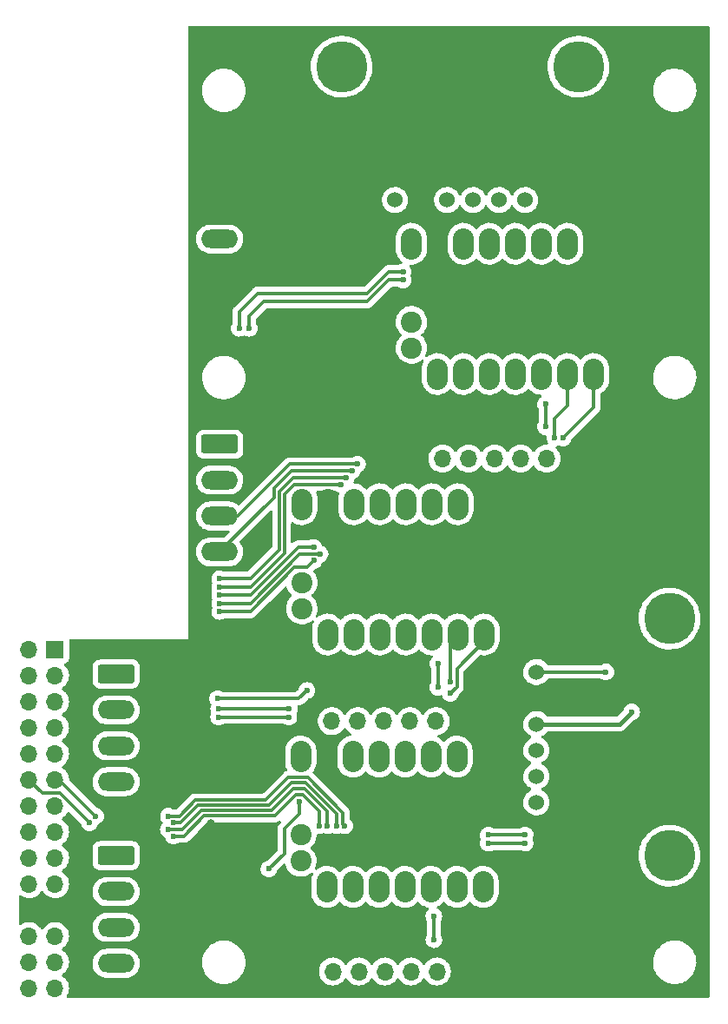
<source format=gbr>
G04 #@! TF.GenerationSoftware,KiCad,Pcbnew,5.99.0-unknown-14cba9723f~116~ubuntu18.04.1*
G04 #@! TF.CreationDate,2021-02-18T14:39:47+01:00*
G04 #@! TF.ProjectId,Uni_stick,556e695f-7374-4696-936b-2e6b69636164,rev?*
G04 #@! TF.SameCoordinates,Original*
G04 #@! TF.FileFunction,Copper,L2,Bot*
G04 #@! TF.FilePolarity,Positive*
%FSLAX46Y46*%
G04 Gerber Fmt 4.6, Leading zero omitted, Abs format (unit mm)*
G04 Created by KiCad (PCBNEW 5.99.0-unknown-14cba9723f~116~ubuntu18.04.1) date 2021-02-18 14:39:47*
%MOMM*%
%LPD*%
G01*
G04 APERTURE LIST*
G04 Aperture macros list*
%AMRoundRect*
0 Rectangle with rounded corners*
0 $1 Rounding radius*
0 $2 $3 $4 $5 $6 $7 $8 $9 X,Y pos of 4 corners*
0 Add a 4 corners polygon primitive as box body*
4,1,4,$2,$3,$4,$5,$6,$7,$8,$9,$2,$3,0*
0 Add four circle primitives for the rounded corners*
1,1,$1+$1,$2,$3*
1,1,$1+$1,$4,$5*
1,1,$1+$1,$6,$7*
1,1,$1+$1,$8,$9*
0 Add four rect primitives between the rounded corners*
20,1,$1+$1,$2,$3,$4,$5,0*
20,1,$1+$1,$4,$5,$6,$7,0*
20,1,$1+$1,$6,$7,$8,$9,0*
20,1,$1+$1,$8,$9,$2,$3,0*%
G04 Aperture macros list end*
G04 #@! TA.AperFunction,ComponentPad*
%ADD10R,1.700000X1.700000*%
G04 #@! TD*
G04 #@! TA.AperFunction,ComponentPad*
%ADD11O,1.700000X1.700000*%
G04 #@! TD*
G04 #@! TA.AperFunction,WasherPad*
%ADD12C,5.000000*%
G04 #@! TD*
G04 #@! TA.AperFunction,ComponentPad*
%ADD13C,1.524000*%
G04 #@! TD*
G04 #@! TA.AperFunction,ComponentPad*
%ADD14RoundRect,0.250000X-1.550000X0.650000X-1.550000X-0.650000X1.550000X-0.650000X1.550000X0.650000X0*%
G04 #@! TD*
G04 #@! TA.AperFunction,ComponentPad*
%ADD15O,3.600000X1.800000*%
G04 #@! TD*
G04 #@! TA.AperFunction,ComponentPad*
%ADD16O,2.032000X3.048000*%
G04 #@! TD*
G04 #@! TA.AperFunction,ComponentPad*
%ADD17C,2.057400*%
G04 #@! TD*
G04 #@! TA.AperFunction,ViaPad*
%ADD18C,0.600000*%
G04 #@! TD*
G04 #@! TA.AperFunction,ViaPad*
%ADD19C,0.800000*%
G04 #@! TD*
G04 #@! TA.AperFunction,Conductor*
%ADD20C,0.400000*%
G04 #@! TD*
G04 #@! TA.AperFunction,Conductor*
%ADD21C,0.300000*%
G04 #@! TD*
G04 APERTURE END LIST*
D10*
X116800000Y-77900000D03*
D11*
X119340000Y-77900000D03*
X121880000Y-77900000D03*
X124420000Y-77900000D03*
X126960000Y-77900000D03*
X129500000Y-77900000D03*
D12*
X109495000Y-39700000D03*
X132605000Y-39700000D03*
D13*
X114700000Y-52700000D03*
X117240000Y-52700000D03*
X119780000Y-52700000D03*
X122320000Y-52700000D03*
X124860000Y-52700000D03*
X127400000Y-52700000D03*
D10*
X106100000Y-127900000D03*
D11*
X108640000Y-127900000D03*
X111180000Y-127900000D03*
X113720000Y-127900000D03*
X116260000Y-127900000D03*
X118800000Y-127900000D03*
D10*
X106000000Y-103500000D03*
D11*
X108540000Y-103500000D03*
X111080000Y-103500000D03*
X113620000Y-103500000D03*
X116160000Y-103500000D03*
X118700000Y-103500000D03*
D14*
X87500000Y-98900000D03*
D15*
X87500000Y-102400000D03*
X87500000Y-105900000D03*
X87500000Y-109400000D03*
D14*
X87500000Y-116600000D03*
D15*
X87500000Y-120100000D03*
X87500000Y-123600000D03*
X87500000Y-127100000D03*
D16*
X134090000Y-56950000D03*
X131550000Y-56950000D03*
X129010000Y-56950000D03*
X126470000Y-56950000D03*
X123930000Y-56950000D03*
X121390000Y-56950000D03*
X118850000Y-56950000D03*
X116310000Y-56950000D03*
X134090000Y-69650000D03*
X131550000Y-69650000D03*
X129010000Y-69650000D03*
X126470000Y-69650000D03*
X123930000Y-69650000D03*
X121390000Y-69650000D03*
X118850000Y-69650000D03*
D17*
X116310000Y-69650000D03*
X116310000Y-64570000D03*
X116310000Y-67110000D03*
D12*
X141500000Y-116605000D03*
X141500000Y-93495000D03*
D13*
X128500000Y-98700000D03*
X128500000Y-101240000D03*
X128500000Y-103780000D03*
X128500000Y-106320000D03*
X128500000Y-108860000D03*
X128500000Y-111400000D03*
D16*
X123290000Y-106950000D03*
X120750000Y-106950000D03*
X118210000Y-106950000D03*
X115670000Y-106950000D03*
X113130000Y-106950000D03*
X110590000Y-106950000D03*
X108050000Y-106950000D03*
X105510000Y-106950000D03*
X123290000Y-119650000D03*
X120750000Y-119650000D03*
X118210000Y-119650000D03*
X115670000Y-119650000D03*
X113130000Y-119650000D03*
X110590000Y-119650000D03*
X108050000Y-119650000D03*
D17*
X105510000Y-119650000D03*
X105510000Y-114570000D03*
X105510000Y-117110000D03*
D14*
X97600000Y-53000000D03*
D15*
X97600000Y-56500000D03*
D16*
X123390000Y-82350000D03*
X120850000Y-82350000D03*
X118310000Y-82350000D03*
X115770000Y-82350000D03*
X113230000Y-82350000D03*
X110690000Y-82350000D03*
X108150000Y-82350000D03*
X105610000Y-82350000D03*
X123390000Y-95050000D03*
X120850000Y-95050000D03*
X118310000Y-95050000D03*
X115770000Y-95050000D03*
X113230000Y-95050000D03*
X110690000Y-95050000D03*
X108150000Y-95050000D03*
D17*
X105610000Y-95050000D03*
X105610000Y-89970000D03*
X105610000Y-92510000D03*
D14*
X97600000Y-76500000D03*
D15*
X97600000Y-80000000D03*
X97600000Y-83500000D03*
X97600000Y-87000000D03*
D10*
X81540000Y-96510000D03*
D11*
X79000000Y-96510000D03*
X81540000Y-99050000D03*
X79000000Y-99050000D03*
X81540000Y-101590000D03*
X79000000Y-101590000D03*
X81540000Y-104130000D03*
X79000000Y-104130000D03*
X81540000Y-106670000D03*
X79000000Y-106670000D03*
X81540000Y-109210000D03*
X79000000Y-109210000D03*
X81540000Y-111750000D03*
X79000000Y-111750000D03*
X81540000Y-114290000D03*
X79000000Y-114290000D03*
X81540000Y-116830000D03*
X79000000Y-116830000D03*
X81540000Y-119370000D03*
X79000000Y-119370000D03*
X81540000Y-121910000D03*
X79000000Y-121910000D03*
X81540000Y-124450000D03*
X79000000Y-124450000D03*
X81540000Y-126990000D03*
X79000000Y-126990000D03*
X81540000Y-129530000D03*
X79000000Y-129530000D03*
D18*
X113100000Y-126000000D03*
X118900000Y-76000000D03*
D19*
X96700000Y-115100000D03*
X107900000Y-64400000D03*
X108000000Y-58900000D03*
D18*
X127500000Y-84000000D03*
X123900000Y-76000000D03*
D19*
X110700000Y-55900000D03*
D18*
X117900000Y-43900000D03*
X110600000Y-126000000D03*
X109300000Y-100400000D03*
X137400000Y-57200000D03*
D19*
X106100000Y-77300000D03*
X108000000Y-60500000D03*
X106200000Y-69800000D03*
D18*
X108100000Y-126000000D03*
D19*
X107900000Y-66000000D03*
X106100000Y-75700000D03*
D18*
X126400000Y-102300000D03*
D19*
X96600000Y-107700000D03*
D18*
X121400000Y-76000000D03*
X110700000Y-101400000D03*
D19*
X106200000Y-71400000D03*
D18*
X121700000Y-101400000D03*
X107500000Y-54200000D03*
D19*
X114600000Y-74700000D03*
D18*
X113200000Y-101400000D03*
D19*
X96100000Y-104500000D03*
X96700000Y-113500000D03*
D18*
X141600000Y-51200000D03*
X136500000Y-99500000D03*
X124200000Y-98500000D03*
D19*
X96600000Y-109300000D03*
D18*
X137800000Y-102600000D03*
X92587851Y-114050000D03*
X108100000Y-113700000D03*
X107300000Y-113700000D03*
X93100000Y-114700000D03*
X104400000Y-103100000D03*
X120100000Y-100800000D03*
X97500000Y-103100000D03*
X104400000Y-102300000D03*
X97500000Y-102300000D03*
X120100000Y-99700000D03*
X97600000Y-90399991D03*
X109400000Y-80400000D03*
X131100000Y-75900000D03*
X130300000Y-75900000D03*
X109950000Y-79750000D03*
X97600000Y-89599988D03*
X102400000Y-117900000D03*
X105400000Y-111350000D03*
X110500000Y-79100000D03*
X111050000Y-78450000D03*
X100500000Y-65200000D03*
X115500000Y-60500003D03*
X99500000Y-65200000D03*
X115500000Y-59700000D03*
X129400000Y-74800000D03*
X129400000Y-72600000D03*
X106100000Y-100500000D03*
X97400000Y-101300000D03*
X97600000Y-92800000D03*
X106800000Y-87850000D03*
X97600000Y-91999997D03*
X107400000Y-87200000D03*
X106785421Y-86550000D03*
X97600000Y-91199994D03*
X118900000Y-100200000D03*
X118900000Y-97900000D03*
X118500000Y-122500000D03*
X118500000Y-124800000D03*
X135300000Y-98700000D03*
X123800000Y-114600000D03*
X127400000Y-114600000D03*
X92600000Y-112750000D03*
X85500000Y-112750000D03*
X109800003Y-113700000D03*
X109000000Y-113700000D03*
X84900000Y-113400000D03*
X123800000Y-115400000D03*
X127400000Y-115400000D03*
X93100000Y-113400000D03*
D20*
X136620000Y-103780000D02*
X137800000Y-102600000D01*
X128500000Y-103780000D02*
X136620000Y-103780000D01*
D21*
X104800000Y-110100000D02*
X105900000Y-110100000D01*
X105900000Y-110100000D02*
X108100000Y-112300000D01*
X102700000Y-112200000D02*
X104800000Y-110100000D01*
X93950000Y-114050000D02*
X95800000Y-112200000D01*
X108100000Y-112300000D02*
X108100000Y-113700000D01*
X92587851Y-114050000D02*
X93950000Y-114050000D01*
X95800000Y-112200000D02*
X102700000Y-112200000D01*
X105000001Y-110699999D02*
X103000000Y-112700000D01*
X94100000Y-114700000D02*
X93100000Y-114700000D01*
X107300000Y-113700000D02*
X107300000Y-112287998D01*
X96100000Y-112700000D02*
X94100000Y-114700000D01*
X103000000Y-112700000D02*
X96100000Y-112700000D01*
X105712001Y-110699999D02*
X105000001Y-110699999D01*
X107300000Y-112287998D02*
X105712001Y-110699999D01*
X120100000Y-100800000D02*
X120750001Y-100149999D01*
X120750001Y-98349999D02*
X123390000Y-95710000D01*
X123390000Y-95710000D02*
X123390000Y-95050000D01*
X97500000Y-103100000D02*
X102600000Y-103100000D01*
X120750001Y-100149999D02*
X120750001Y-98349999D01*
X102600000Y-103100000D02*
X104400000Y-103100000D01*
X103800000Y-102300000D02*
X104400000Y-102300000D01*
X120100000Y-99700000D02*
X120100000Y-95800000D01*
X97500000Y-102300000D02*
X103800000Y-102300000D01*
X120100000Y-95800000D02*
X120850000Y-95050000D01*
X100600000Y-90400000D02*
X97600009Y-90400000D01*
X103900000Y-84499524D02*
X103900000Y-81400000D01*
X134090000Y-72910000D02*
X134090000Y-69650000D01*
X97600009Y-90400000D02*
X97600000Y-90399991D01*
X106600000Y-80400000D02*
X109400000Y-80400000D01*
X131100000Y-75900000D02*
X134090000Y-72910000D01*
X100600000Y-90400000D02*
X103900000Y-87100000D01*
X104900000Y-80400000D02*
X106600000Y-80400000D01*
X103900000Y-81400000D02*
X104900000Y-80400000D01*
X103900000Y-87100000D02*
X103900000Y-84499524D01*
X103399990Y-86799990D02*
X100599992Y-89599988D01*
X104750001Y-79749999D02*
X106950001Y-79749999D01*
X103399990Y-81999990D02*
X103399990Y-81100010D01*
X130300000Y-74000000D02*
X131550000Y-72750000D01*
X103400000Y-86800000D02*
X103399990Y-86799990D01*
X108065686Y-79749999D02*
X108065687Y-79750000D01*
X131550000Y-72750000D02*
X131550000Y-69650000D01*
X130300000Y-75900000D02*
X130300000Y-74000000D01*
X106950001Y-79749999D02*
X108065686Y-79749999D01*
X100599992Y-89599988D02*
X97600000Y-89599988D01*
X103399990Y-86799990D02*
X103399990Y-81999990D01*
X108065687Y-79750000D02*
X109950000Y-79750000D01*
X103399990Y-81100010D02*
X104750001Y-79749999D01*
X103900000Y-116400000D02*
X103900000Y-114000000D01*
X105400000Y-112500000D02*
X105400000Y-111350000D01*
X102400000Y-117900000D02*
X103900000Y-116400000D01*
X103900000Y-114000000D02*
X105400000Y-112500000D01*
X102899980Y-81199980D02*
X102899980Y-80800020D01*
X108787998Y-79100000D02*
X110500000Y-79100000D01*
X102899980Y-80800020D02*
X104600001Y-79099999D01*
X97600000Y-87000000D02*
X102899980Y-81700020D01*
X102899980Y-81700020D02*
X102899980Y-81199980D01*
X104600001Y-79099999D02*
X107999999Y-79099999D01*
X107999999Y-79099999D02*
X108787998Y-79100000D01*
X97600000Y-83500000D02*
X99400000Y-83500000D01*
X99400000Y-83500000D02*
X104450001Y-78449999D01*
X108750001Y-78449999D02*
X111049999Y-78449999D01*
X104450001Y-78449999D02*
X108750001Y-78449999D01*
X111049999Y-78449999D02*
X111050000Y-78450000D01*
X112000000Y-62600000D02*
X103200000Y-62600000D01*
X101900000Y-62600000D02*
X103200000Y-62600000D01*
X115500000Y-60500003D02*
X114099997Y-60500003D01*
X100500000Y-65200000D02*
X100500000Y-64000000D01*
X100500000Y-64000000D02*
X101900000Y-62600000D01*
X114099997Y-60500003D02*
X112000000Y-62600000D01*
X114100000Y-59700000D02*
X112000003Y-61799997D01*
X101300003Y-61799997D02*
X103200000Y-61799997D01*
X99500000Y-63600000D02*
X101300003Y-61799997D01*
X112000003Y-61799997D02*
X103200000Y-61799997D01*
X115500000Y-59700000D02*
X114100000Y-59700000D01*
X99500000Y-65200000D02*
X99500000Y-63600000D01*
X129400000Y-72600000D02*
X129400000Y-74800000D01*
X105300000Y-101300000D02*
X106100000Y-100500000D01*
X97400000Y-101300000D02*
X105300000Y-101300000D01*
X100600000Y-92800000D02*
X104900000Y-88500000D01*
X97600000Y-92800000D02*
X100600000Y-92800000D01*
X104900000Y-88500000D02*
X106150000Y-88500000D01*
X106150000Y-88500000D02*
X106800000Y-87850000D01*
X100600003Y-91999997D02*
X105400000Y-87200000D01*
X105400000Y-87200000D02*
X107400000Y-87200000D01*
X97600000Y-91999997D02*
X100600003Y-91999997D01*
X100600006Y-91199994D02*
X105250000Y-86550000D01*
X105250000Y-86550000D02*
X106785421Y-86550000D01*
X97600000Y-91199994D02*
X100600006Y-91199994D01*
X118900000Y-97900000D02*
X118900000Y-100200000D01*
X118500000Y-124800000D02*
X118500000Y-122500000D01*
X128500000Y-98700000D02*
X135300000Y-98700000D01*
X81960000Y-109210000D02*
X81540000Y-109210000D01*
X123800000Y-114600000D02*
X127400000Y-114600000D01*
X109650001Y-112435761D02*
X106214240Y-109000000D01*
X95200000Y-111200000D02*
X93650000Y-112750000D01*
X106214240Y-109000000D02*
X104300000Y-109000000D01*
X104300000Y-109000000D02*
X102100000Y-111200000D01*
X109800000Y-113700000D02*
X109650001Y-113550001D01*
X93650000Y-112750000D02*
X92600000Y-112750000D01*
X109800003Y-113700000D02*
X109800000Y-113700000D01*
X102100000Y-111200000D02*
X95200000Y-111200000D01*
X109650001Y-113550001D02*
X109650001Y-112435761D01*
X85500000Y-112750000D02*
X81960000Y-109210000D01*
X123800000Y-115400000D02*
X127400000Y-115400000D01*
X79000000Y-109210000D02*
X80290000Y-110500000D01*
X104600000Y-109500000D02*
X102400000Y-111700000D01*
X80290000Y-110500000D02*
X81000000Y-110500000D01*
X102400000Y-111700000D02*
X95500000Y-111700000D01*
X109000000Y-113700000D02*
X109000000Y-112492880D01*
X93800000Y-113400000D02*
X93100000Y-113400000D01*
X84900000Y-113400000D02*
X82000000Y-110500000D01*
X81000000Y-110500000D02*
X82000000Y-110500000D01*
X106007120Y-109500000D02*
X104600000Y-109500000D01*
X95500000Y-111700000D02*
X93800000Y-113400000D01*
X109000000Y-112492880D02*
X106007120Y-109500000D01*
G04 #@! TA.AperFunction,Conductor*
G36*
X145334121Y-35728002D02*
G01*
X145380614Y-35781658D01*
X145392000Y-35834000D01*
X145392000Y-130366000D01*
X145371998Y-130434121D01*
X145318342Y-130480614D01*
X145266000Y-130492000D01*
X82767032Y-130492000D01*
X82698911Y-130471998D01*
X82652418Y-130418342D01*
X82642314Y-130348068D01*
X82663882Y-130293639D01*
X82715375Y-130220236D01*
X82715376Y-130220234D01*
X82718439Y-130215868D01*
X82817153Y-130007508D01*
X82879349Y-129785494D01*
X82903249Y-129556176D01*
X82903500Y-129530000D01*
X82884007Y-129300265D01*
X82826084Y-129077098D01*
X82819846Y-129063249D01*
X82733578Y-128871743D01*
X82733577Y-128871741D01*
X82731388Y-128866882D01*
X82602627Y-128675626D01*
X82582733Y-128654771D01*
X82505001Y-128573288D01*
X82443482Y-128508799D01*
X82258504Y-128371171D01*
X82253743Y-128368751D01*
X82250425Y-128366693D01*
X82203071Y-128313796D01*
X82191832Y-128243695D01*
X82220277Y-128178645D01*
X82243564Y-128157093D01*
X82283293Y-128128702D01*
X82423711Y-128028357D01*
X82526300Y-127924870D01*
X82582277Y-127868403D01*
X82582278Y-127868402D01*
X82586030Y-127864617D01*
X82685009Y-127723523D01*
X82715375Y-127680236D01*
X82715376Y-127680234D01*
X82718439Y-127675868D01*
X82817153Y-127467508D01*
X82879349Y-127245494D01*
X82901452Y-127033415D01*
X85188069Y-127033415D01*
X85188269Y-127038744D01*
X85188269Y-127038745D01*
X85188383Y-127041787D01*
X85197036Y-127272262D01*
X85198131Y-127277480D01*
X85225648Y-127408623D01*
X85246118Y-127506184D01*
X85333911Y-127728492D01*
X85336680Y-127733055D01*
X85453289Y-127925220D01*
X85457906Y-127932829D01*
X85614557Y-128113353D01*
X85618683Y-128116736D01*
X85618688Y-128116741D01*
X85750228Y-128224596D01*
X85799385Y-128264902D01*
X85804021Y-128267541D01*
X85804024Y-128267543D01*
X85877319Y-128309265D01*
X86007104Y-128383143D01*
X86231777Y-128464696D01*
X86466978Y-128507227D01*
X86471117Y-128507422D01*
X86471124Y-128507423D01*
X86492484Y-128508430D01*
X86492493Y-128508430D01*
X86493973Y-128508500D01*
X88458927Y-128508500D01*
X88638160Y-128493292D01*
X88643324Y-128491952D01*
X88643328Y-128491951D01*
X88864345Y-128434586D01*
X88864350Y-128434584D01*
X88869510Y-128433245D01*
X88976699Y-128384960D01*
X89082574Y-128337267D01*
X89082577Y-128337266D01*
X89087435Y-128335077D01*
X89115828Y-128315962D01*
X89173276Y-128277285D01*
X89285704Y-128201594D01*
X89335878Y-128153731D01*
X89378205Y-128113353D01*
X89458649Y-128036613D01*
X89601323Y-127844852D01*
X89641196Y-127766429D01*
X89707230Y-127636549D01*
X89707230Y-127636548D01*
X89709648Y-127631793D01*
X89780526Y-127403528D01*
X89790189Y-127330624D01*
X89811231Y-127171868D01*
X89811231Y-127171865D01*
X89811931Y-127166585D01*
X89810646Y-127132344D01*
X89807245Y-127041767D01*
X89804846Y-126977868D01*
X95886616Y-126977868D01*
X95903166Y-127264892D01*
X95903991Y-127269097D01*
X95903992Y-127269105D01*
X95930365Y-127403528D01*
X95958516Y-127547014D01*
X95959903Y-127551065D01*
X96020650Y-127728492D01*
X96051642Y-127819014D01*
X96053568Y-127822843D01*
X96162934Y-128040292D01*
X96180822Y-128075859D01*
X96239088Y-128160636D01*
X96312563Y-128267543D01*
X96343664Y-128312796D01*
X96537155Y-128525440D01*
X96757716Y-128709857D01*
X96761357Y-128712141D01*
X96997624Y-128860352D01*
X96997628Y-128860354D01*
X97001264Y-128862635D01*
X97263293Y-128980945D01*
X97332574Y-129001467D01*
X97534841Y-129061382D01*
X97534846Y-129061383D01*
X97538954Y-129062600D01*
X97543188Y-129063248D01*
X97543193Y-129063249D01*
X97796037Y-129101940D01*
X97823147Y-129106088D01*
X97969498Y-129108387D01*
X98106321Y-129110537D01*
X98106327Y-129110537D01*
X98110612Y-129110604D01*
X98114864Y-129110089D01*
X98114872Y-129110089D01*
X98336529Y-129083265D01*
X98396030Y-129076064D01*
X98400179Y-129074976D01*
X98400182Y-129074975D01*
X98669970Y-129004198D01*
X98674121Y-129003109D01*
X98939736Y-128893087D01*
X98978246Y-128870584D01*
X99184255Y-128750202D01*
X99184257Y-128750200D01*
X99187963Y-128748035D01*
X99414208Y-128570637D01*
X99470396Y-128512656D01*
X99595902Y-128383143D01*
X99614283Y-128364175D01*
X99616816Y-128360727D01*
X99616820Y-128360722D01*
X99781949Y-128135925D01*
X99784487Y-128132470D01*
X99813305Y-128079394D01*
X99855200Y-128002233D01*
X107280338Y-128002233D01*
X107317002Y-128229861D01*
X107391494Y-128448056D01*
X107394044Y-128452743D01*
X107394045Y-128452745D01*
X107426642Y-128512656D01*
X107501685Y-128650580D01*
X107644424Y-128831644D01*
X107683491Y-128866882D01*
X107811659Y-128982489D01*
X107811665Y-128982494D01*
X107815629Y-128986069D01*
X108010406Y-129109439D01*
X108223184Y-129198228D01*
X108228387Y-129199425D01*
X108228392Y-129199426D01*
X108442678Y-129248701D01*
X108442683Y-129248702D01*
X108447881Y-129249897D01*
X108453209Y-129250200D01*
X108453212Y-129250200D01*
X108609293Y-129259063D01*
X108678071Y-129262968D01*
X108683378Y-129262368D01*
X108683380Y-129262368D01*
X108804272Y-129248701D01*
X108907173Y-129237068D01*
X108912288Y-129235587D01*
X108912292Y-129235586D01*
X109041298Y-129198228D01*
X109128635Y-129172937D01*
X109336125Y-129072409D01*
X109340463Y-129069309D01*
X109340468Y-129069306D01*
X109519370Y-128941459D01*
X109523711Y-128938357D01*
X109686030Y-128774617D01*
X109689090Y-128770255D01*
X109689095Y-128770249D01*
X109807634Y-128601271D01*
X109863130Y-128556990D01*
X109933755Y-128549743D01*
X109997088Y-128581829D01*
X110021461Y-128613410D01*
X110041685Y-128650580D01*
X110184424Y-128831644D01*
X110223491Y-128866882D01*
X110351659Y-128982489D01*
X110351665Y-128982494D01*
X110355629Y-128986069D01*
X110550406Y-129109439D01*
X110763184Y-129198228D01*
X110768387Y-129199425D01*
X110768392Y-129199426D01*
X110982678Y-129248701D01*
X110982683Y-129248702D01*
X110987881Y-129249897D01*
X110993209Y-129250200D01*
X110993212Y-129250200D01*
X111149293Y-129259063D01*
X111218071Y-129262968D01*
X111223378Y-129262368D01*
X111223380Y-129262368D01*
X111344272Y-129248701D01*
X111447173Y-129237068D01*
X111452288Y-129235587D01*
X111452292Y-129235586D01*
X111581298Y-129198228D01*
X111668635Y-129172937D01*
X111876125Y-129072409D01*
X111880463Y-129069309D01*
X111880468Y-129069306D01*
X112059370Y-128941459D01*
X112063711Y-128938357D01*
X112226030Y-128774617D01*
X112229090Y-128770255D01*
X112229095Y-128770249D01*
X112347634Y-128601271D01*
X112403130Y-128556990D01*
X112473755Y-128549743D01*
X112537088Y-128581829D01*
X112561461Y-128613410D01*
X112581685Y-128650580D01*
X112724424Y-128831644D01*
X112763491Y-128866882D01*
X112891659Y-128982489D01*
X112891665Y-128982494D01*
X112895629Y-128986069D01*
X113090406Y-129109439D01*
X113303184Y-129198228D01*
X113308387Y-129199425D01*
X113308392Y-129199426D01*
X113522678Y-129248701D01*
X113522683Y-129248702D01*
X113527881Y-129249897D01*
X113533209Y-129250200D01*
X113533212Y-129250200D01*
X113689293Y-129259063D01*
X113758071Y-129262968D01*
X113763378Y-129262368D01*
X113763380Y-129262368D01*
X113884272Y-129248701D01*
X113987173Y-129237068D01*
X113992288Y-129235587D01*
X113992292Y-129235586D01*
X114121298Y-129198228D01*
X114208635Y-129172937D01*
X114416125Y-129072409D01*
X114420463Y-129069309D01*
X114420468Y-129069306D01*
X114599370Y-128941459D01*
X114603711Y-128938357D01*
X114766030Y-128774617D01*
X114769090Y-128770255D01*
X114769095Y-128770249D01*
X114887634Y-128601271D01*
X114943130Y-128556990D01*
X115013755Y-128549743D01*
X115077088Y-128581829D01*
X115101461Y-128613410D01*
X115121685Y-128650580D01*
X115264424Y-128831644D01*
X115303491Y-128866882D01*
X115431659Y-128982489D01*
X115431665Y-128982494D01*
X115435629Y-128986069D01*
X115630406Y-129109439D01*
X115843184Y-129198228D01*
X115848387Y-129199425D01*
X115848392Y-129199426D01*
X116062678Y-129248701D01*
X116062683Y-129248702D01*
X116067881Y-129249897D01*
X116073209Y-129250200D01*
X116073212Y-129250200D01*
X116229293Y-129259063D01*
X116298071Y-129262968D01*
X116303378Y-129262368D01*
X116303380Y-129262368D01*
X116424272Y-129248701D01*
X116527173Y-129237068D01*
X116532288Y-129235587D01*
X116532292Y-129235586D01*
X116661298Y-129198228D01*
X116748635Y-129172937D01*
X116956125Y-129072409D01*
X116960463Y-129069309D01*
X116960468Y-129069306D01*
X117139370Y-128941459D01*
X117143711Y-128938357D01*
X117306030Y-128774617D01*
X117309090Y-128770255D01*
X117309095Y-128770249D01*
X117427634Y-128601271D01*
X117483130Y-128556990D01*
X117553755Y-128549743D01*
X117617088Y-128581829D01*
X117641461Y-128613410D01*
X117661685Y-128650580D01*
X117804424Y-128831644D01*
X117843491Y-128866882D01*
X117971659Y-128982489D01*
X117971665Y-128982494D01*
X117975629Y-128986069D01*
X118170406Y-129109439D01*
X118383184Y-129198228D01*
X118388387Y-129199425D01*
X118388392Y-129199426D01*
X118602678Y-129248701D01*
X118602683Y-129248702D01*
X118607881Y-129249897D01*
X118613209Y-129250200D01*
X118613212Y-129250200D01*
X118769293Y-129259063D01*
X118838071Y-129262968D01*
X118843378Y-129262368D01*
X118843380Y-129262368D01*
X118964272Y-129248701D01*
X119067173Y-129237068D01*
X119072288Y-129235587D01*
X119072292Y-129235586D01*
X119201298Y-129198228D01*
X119288635Y-129172937D01*
X119496125Y-129072409D01*
X119500463Y-129069309D01*
X119500468Y-129069306D01*
X119679370Y-128941459D01*
X119683711Y-128938357D01*
X119846030Y-128774617D01*
X119863157Y-128750202D01*
X119975375Y-128590236D01*
X119975376Y-128590234D01*
X119978439Y-128585868D01*
X120077153Y-128377508D01*
X120139349Y-128155494D01*
X120163249Y-127926176D01*
X120163500Y-127900000D01*
X120156953Y-127822843D01*
X120144458Y-127675576D01*
X120144457Y-127675572D01*
X120144007Y-127670265D01*
X120086084Y-127447098D01*
X120064075Y-127398239D01*
X119993578Y-127241743D01*
X119993577Y-127241741D01*
X119991388Y-127236882D01*
X119862627Y-127045626D01*
X119850979Y-127033415D01*
X119797989Y-126977868D01*
X139886616Y-126977868D01*
X139903166Y-127264892D01*
X139903991Y-127269097D01*
X139903992Y-127269105D01*
X139930365Y-127403528D01*
X139958516Y-127547014D01*
X139959903Y-127551065D01*
X140020650Y-127728492D01*
X140051642Y-127819014D01*
X140053568Y-127822843D01*
X140162934Y-128040292D01*
X140180822Y-128075859D01*
X140239088Y-128160636D01*
X140312563Y-128267543D01*
X140343664Y-128312796D01*
X140537155Y-128525440D01*
X140757716Y-128709857D01*
X140761357Y-128712141D01*
X140997624Y-128860352D01*
X140997628Y-128860354D01*
X141001264Y-128862635D01*
X141263293Y-128980945D01*
X141332574Y-129001467D01*
X141534841Y-129061382D01*
X141534846Y-129061383D01*
X141538954Y-129062600D01*
X141543188Y-129063248D01*
X141543193Y-129063249D01*
X141796037Y-129101940D01*
X141823147Y-129106088D01*
X141969498Y-129108387D01*
X142106321Y-129110537D01*
X142106327Y-129110537D01*
X142110612Y-129110604D01*
X142114864Y-129110089D01*
X142114872Y-129110089D01*
X142336529Y-129083265D01*
X142396030Y-129076064D01*
X142400179Y-129074976D01*
X142400182Y-129074975D01*
X142669970Y-129004198D01*
X142674121Y-129003109D01*
X142939736Y-128893087D01*
X142978246Y-128870584D01*
X143184255Y-128750202D01*
X143184257Y-128750200D01*
X143187963Y-128748035D01*
X143414208Y-128570637D01*
X143470396Y-128512656D01*
X143595902Y-128383143D01*
X143614283Y-128364175D01*
X143616816Y-128360727D01*
X143616820Y-128360722D01*
X143781949Y-128135925D01*
X143784487Y-128132470D01*
X143813305Y-128079394D01*
X143919621Y-127883585D01*
X143919622Y-127883583D01*
X143921671Y-127879809D01*
X143992914Y-127691271D01*
X144021777Y-127614887D01*
X144021778Y-127614883D01*
X144023295Y-127610869D01*
X144087479Y-127330624D01*
X144092970Y-127269105D01*
X144112816Y-127046728D01*
X144112816Y-127046726D01*
X144113036Y-127044262D01*
X144113300Y-127019127D01*
X144113474Y-127002484D01*
X144113474Y-127002483D01*
X144113500Y-127000000D01*
X144108218Y-126922520D01*
X144094238Y-126717442D01*
X144094237Y-126717436D01*
X144093946Y-126713165D01*
X144091022Y-126699043D01*
X144062941Y-126563451D01*
X144035644Y-126431638D01*
X143939674Y-126160628D01*
X143807812Y-125905150D01*
X143642498Y-125669931D01*
X143639573Y-125666783D01*
X143449711Y-125462468D01*
X143449708Y-125462466D01*
X143446790Y-125459325D01*
X143443474Y-125456611D01*
X143443471Y-125456608D01*
X143227629Y-125279942D01*
X143227622Y-125279937D01*
X143224311Y-125277227D01*
X142979176Y-125127009D01*
X142975240Y-125125281D01*
X142719851Y-125013172D01*
X142719847Y-125013171D01*
X142715923Y-125011448D01*
X142439421Y-124932685D01*
X142228794Y-124902708D01*
X142159041Y-124892781D01*
X142159039Y-124892781D01*
X142154789Y-124892176D01*
X142003976Y-124891387D01*
X141871579Y-124890693D01*
X141871573Y-124890693D01*
X141867292Y-124890671D01*
X141863048Y-124891230D01*
X141863044Y-124891230D01*
X141737864Y-124907710D01*
X141582251Y-124928197D01*
X141578111Y-124929330D01*
X141578109Y-124929330D01*
X141342656Y-124993743D01*
X141304940Y-125004061D01*
X141283580Y-125013172D01*
X141044433Y-125115176D01*
X141044426Y-125115180D01*
X141040491Y-125116858D01*
X141036810Y-125119061D01*
X140797479Y-125262297D01*
X140797475Y-125262300D01*
X140793797Y-125264501D01*
X140790454Y-125267179D01*
X140790450Y-125267182D01*
X140680922Y-125354931D01*
X140569423Y-125444259D01*
X140566479Y-125447361D01*
X140566475Y-125447365D01*
X140400364Y-125622409D01*
X140371520Y-125652804D01*
X140203752Y-125886279D01*
X140069222Y-126140362D01*
X139970419Y-126410352D01*
X139909173Y-126691254D01*
X139886616Y-126977868D01*
X119797989Y-126977868D01*
X119707161Y-126882656D01*
X119703482Y-126878799D01*
X119518504Y-126741171D01*
X119513753Y-126738755D01*
X119513749Y-126738753D01*
X119317740Y-126639097D01*
X119317739Y-126639097D01*
X119312982Y-126636678D01*
X119172033Y-126592912D01*
X119097895Y-126569891D01*
X119097889Y-126569890D01*
X119092792Y-126568307D01*
X118987798Y-126554391D01*
X118869515Y-126538714D01*
X118869510Y-126538714D01*
X118864230Y-126538014D01*
X118858900Y-126538214D01*
X118858899Y-126538214D01*
X118750882Y-126542269D01*
X118633831Y-126546663D01*
X118553821Y-126563451D01*
X118413411Y-126592912D01*
X118413408Y-126592913D01*
X118408184Y-126594009D01*
X118193740Y-126678697D01*
X117996631Y-126798306D01*
X117992601Y-126801803D01*
X117847473Y-126927738D01*
X117822492Y-126949415D01*
X117819109Y-126953541D01*
X117819105Y-126953545D01*
X117749246Y-127038745D01*
X117676304Y-127127705D01*
X117673667Y-127132338D01*
X117673666Y-127132339D01*
X117640116Y-127191278D01*
X117589033Y-127240584D01*
X117519402Y-127254445D01*
X117453332Y-127228461D01*
X117426094Y-127199312D01*
X117420686Y-127191278D01*
X117363088Y-127105725D01*
X117325607Y-127050052D01*
X117325605Y-127050050D01*
X117322627Y-127045626D01*
X117310979Y-127033415D01*
X117167161Y-126882656D01*
X117163482Y-126878799D01*
X116978504Y-126741171D01*
X116973753Y-126738755D01*
X116973749Y-126738753D01*
X116777740Y-126639097D01*
X116777739Y-126639097D01*
X116772982Y-126636678D01*
X116632033Y-126592912D01*
X116557895Y-126569891D01*
X116557889Y-126569890D01*
X116552792Y-126568307D01*
X116447798Y-126554391D01*
X116329515Y-126538714D01*
X116329510Y-126538714D01*
X116324230Y-126538014D01*
X116318900Y-126538214D01*
X116318899Y-126538214D01*
X116210882Y-126542269D01*
X116093831Y-126546663D01*
X116013821Y-126563451D01*
X115873411Y-126592912D01*
X115873408Y-126592913D01*
X115868184Y-126594009D01*
X115653740Y-126678697D01*
X115456631Y-126798306D01*
X115452601Y-126801803D01*
X115307473Y-126927738D01*
X115282492Y-126949415D01*
X115279109Y-126953541D01*
X115279105Y-126953545D01*
X115209246Y-127038745D01*
X115136304Y-127127705D01*
X115133667Y-127132338D01*
X115133666Y-127132339D01*
X115100116Y-127191278D01*
X115049033Y-127240584D01*
X114979402Y-127254445D01*
X114913332Y-127228461D01*
X114886094Y-127199312D01*
X114880686Y-127191278D01*
X114823088Y-127105725D01*
X114785607Y-127050052D01*
X114785605Y-127050050D01*
X114782627Y-127045626D01*
X114770979Y-127033415D01*
X114627161Y-126882656D01*
X114623482Y-126878799D01*
X114438504Y-126741171D01*
X114433753Y-126738755D01*
X114433749Y-126738753D01*
X114237740Y-126639097D01*
X114237739Y-126639097D01*
X114232982Y-126636678D01*
X114092033Y-126592912D01*
X114017895Y-126569891D01*
X114017889Y-126569890D01*
X114012792Y-126568307D01*
X113907798Y-126554391D01*
X113789515Y-126538714D01*
X113789510Y-126538714D01*
X113784230Y-126538014D01*
X113778900Y-126538214D01*
X113778899Y-126538214D01*
X113670882Y-126542269D01*
X113553831Y-126546663D01*
X113473821Y-126563451D01*
X113333411Y-126592912D01*
X113333408Y-126592913D01*
X113328184Y-126594009D01*
X113113740Y-126678697D01*
X112916631Y-126798306D01*
X112912601Y-126801803D01*
X112767473Y-126927738D01*
X112742492Y-126949415D01*
X112739109Y-126953541D01*
X112739105Y-126953545D01*
X112669246Y-127038745D01*
X112596304Y-127127705D01*
X112593667Y-127132338D01*
X112593666Y-127132339D01*
X112560116Y-127191278D01*
X112509033Y-127240584D01*
X112439402Y-127254445D01*
X112373332Y-127228461D01*
X112346094Y-127199312D01*
X112340686Y-127191278D01*
X112283088Y-127105725D01*
X112245607Y-127050052D01*
X112245605Y-127050050D01*
X112242627Y-127045626D01*
X112230979Y-127033415D01*
X112087161Y-126882656D01*
X112083482Y-126878799D01*
X111898504Y-126741171D01*
X111893753Y-126738755D01*
X111893749Y-126738753D01*
X111697740Y-126639097D01*
X111697739Y-126639097D01*
X111692982Y-126636678D01*
X111552033Y-126592912D01*
X111477895Y-126569891D01*
X111477889Y-126569890D01*
X111472792Y-126568307D01*
X111367798Y-126554391D01*
X111249515Y-126538714D01*
X111249510Y-126538714D01*
X111244230Y-126538014D01*
X111238900Y-126538214D01*
X111238899Y-126538214D01*
X111130882Y-126542269D01*
X111013831Y-126546663D01*
X110933821Y-126563451D01*
X110793411Y-126592912D01*
X110793408Y-126592913D01*
X110788184Y-126594009D01*
X110573740Y-126678697D01*
X110376631Y-126798306D01*
X110372601Y-126801803D01*
X110227473Y-126927738D01*
X110202492Y-126949415D01*
X110199109Y-126953541D01*
X110199105Y-126953545D01*
X110129246Y-127038745D01*
X110056304Y-127127705D01*
X110053667Y-127132338D01*
X110053666Y-127132339D01*
X110020116Y-127191278D01*
X109969033Y-127240584D01*
X109899402Y-127254445D01*
X109833332Y-127228461D01*
X109806094Y-127199312D01*
X109800686Y-127191278D01*
X109743088Y-127105725D01*
X109705607Y-127050052D01*
X109705605Y-127050050D01*
X109702627Y-127045626D01*
X109690979Y-127033415D01*
X109547161Y-126882656D01*
X109543482Y-126878799D01*
X109358504Y-126741171D01*
X109353753Y-126738755D01*
X109353749Y-126738753D01*
X109157740Y-126639097D01*
X109157739Y-126639097D01*
X109152982Y-126636678D01*
X109012033Y-126592912D01*
X108937895Y-126569891D01*
X108937889Y-126569890D01*
X108932792Y-126568307D01*
X108827798Y-126554391D01*
X108709515Y-126538714D01*
X108709510Y-126538714D01*
X108704230Y-126538014D01*
X108698900Y-126538214D01*
X108698899Y-126538214D01*
X108590882Y-126542269D01*
X108473831Y-126546663D01*
X108393821Y-126563451D01*
X108253411Y-126592912D01*
X108253408Y-126592913D01*
X108248184Y-126594009D01*
X108033740Y-126678697D01*
X107836631Y-126798306D01*
X107832601Y-126801803D01*
X107687473Y-126927738D01*
X107662492Y-126949415D01*
X107659109Y-126953541D01*
X107659105Y-126953545D01*
X107589246Y-127038745D01*
X107516304Y-127127705D01*
X107513666Y-127132339D01*
X107513663Y-127132344D01*
X107435814Y-127269105D01*
X107402245Y-127328077D01*
X107323578Y-127544802D01*
X107322629Y-127550051D01*
X107322628Y-127550054D01*
X107283501Y-127766429D01*
X107282551Y-127771683D01*
X107282500Y-127777023D01*
X107281081Y-127924870D01*
X107280338Y-128002233D01*
X99855200Y-128002233D01*
X99919621Y-127883585D01*
X99919622Y-127883583D01*
X99921671Y-127879809D01*
X99992914Y-127691271D01*
X100021777Y-127614887D01*
X100021778Y-127614883D01*
X100023295Y-127610869D01*
X100087479Y-127330624D01*
X100092970Y-127269105D01*
X100112816Y-127046728D01*
X100112816Y-127046726D01*
X100113036Y-127044262D01*
X100113300Y-127019127D01*
X100113474Y-127002484D01*
X100113474Y-127002483D01*
X100113500Y-127000000D01*
X100108218Y-126922520D01*
X100094238Y-126717442D01*
X100094237Y-126717436D01*
X100093946Y-126713165D01*
X100091022Y-126699043D01*
X100062941Y-126563451D01*
X100035644Y-126431638D01*
X99939674Y-126160628D01*
X99807812Y-125905150D01*
X99642498Y-125669931D01*
X99639573Y-125666783D01*
X99449711Y-125462468D01*
X99449708Y-125462466D01*
X99446790Y-125459325D01*
X99443474Y-125456611D01*
X99443471Y-125456608D01*
X99227629Y-125279942D01*
X99227622Y-125279937D01*
X99224311Y-125277227D01*
X98979176Y-125127009D01*
X98975240Y-125125281D01*
X98719851Y-125013172D01*
X98719847Y-125013171D01*
X98715923Y-125011448D01*
X98439421Y-124932685D01*
X98228794Y-124902708D01*
X98159041Y-124892781D01*
X98159039Y-124892781D01*
X98154789Y-124892176D01*
X98003976Y-124891387D01*
X97871579Y-124890693D01*
X97871573Y-124890693D01*
X97867292Y-124890671D01*
X97863048Y-124891230D01*
X97863044Y-124891230D01*
X97737864Y-124907710D01*
X97582251Y-124928197D01*
X97578111Y-124929330D01*
X97578109Y-124929330D01*
X97342656Y-124993743D01*
X97304940Y-125004061D01*
X97283580Y-125013172D01*
X97044433Y-125115176D01*
X97044426Y-125115180D01*
X97040491Y-125116858D01*
X97036810Y-125119061D01*
X96797479Y-125262297D01*
X96797475Y-125262300D01*
X96793797Y-125264501D01*
X96790454Y-125267179D01*
X96790450Y-125267182D01*
X96680922Y-125354931D01*
X96569423Y-125444259D01*
X96566479Y-125447361D01*
X96566475Y-125447365D01*
X96400364Y-125622409D01*
X96371520Y-125652804D01*
X96203752Y-125886279D01*
X96069222Y-126140362D01*
X95970419Y-126410352D01*
X95909173Y-126691254D01*
X95886616Y-126977868D01*
X89804846Y-126977868D01*
X89802964Y-126927738D01*
X89775806Y-126798306D01*
X89754979Y-126699043D01*
X89754978Y-126699040D01*
X89753882Y-126693816D01*
X89666089Y-126471508D01*
X89628979Y-126410352D01*
X89544862Y-126271732D01*
X89544860Y-126271729D01*
X89542094Y-126267171D01*
X89385443Y-126086647D01*
X89381317Y-126083264D01*
X89381312Y-126083259D01*
X89241716Y-125968799D01*
X89200615Y-125935098D01*
X89195979Y-125932459D01*
X89195976Y-125932457D01*
X89082569Y-125867902D01*
X88992896Y-125816857D01*
X88768223Y-125735304D01*
X88533022Y-125692773D01*
X88528883Y-125692578D01*
X88528876Y-125692577D01*
X88507516Y-125691570D01*
X88507507Y-125691570D01*
X88506027Y-125691500D01*
X86541073Y-125691500D01*
X86361840Y-125706708D01*
X86356676Y-125708048D01*
X86356672Y-125708049D01*
X86135655Y-125765414D01*
X86135650Y-125765416D01*
X86130490Y-125766755D01*
X86125624Y-125768947D01*
X85917426Y-125862733D01*
X85917423Y-125862734D01*
X85912565Y-125864923D01*
X85714296Y-125998406D01*
X85541351Y-126163387D01*
X85398677Y-126355148D01*
X85396261Y-126359899D01*
X85396259Y-126359903D01*
X85300749Y-126547758D01*
X85290352Y-126568207D01*
X85219474Y-126796472D01*
X85218773Y-126801761D01*
X85192169Y-127002484D01*
X85188069Y-127033415D01*
X82901452Y-127033415D01*
X82903249Y-127016176D01*
X82903500Y-126990000D01*
X82900407Y-126953545D01*
X82884458Y-126765576D01*
X82884457Y-126765572D01*
X82884007Y-126760265D01*
X82867204Y-126695524D01*
X82840855Y-126594009D01*
X82826084Y-126537098D01*
X82778578Y-126431638D01*
X82733578Y-126331743D01*
X82733577Y-126331741D01*
X82731388Y-126326882D01*
X82602627Y-126135626D01*
X82559756Y-126090685D01*
X82475237Y-126002087D01*
X82443482Y-125968799D01*
X82258504Y-125831171D01*
X82253743Y-125828751D01*
X82250425Y-125826693D01*
X82203071Y-125773796D01*
X82191832Y-125703695D01*
X82220277Y-125638645D01*
X82243564Y-125617093D01*
X82280458Y-125590728D01*
X82423711Y-125488357D01*
X82586030Y-125324617D01*
X82617370Y-125279942D01*
X82715375Y-125140236D01*
X82715376Y-125140234D01*
X82718439Y-125135868D01*
X82817153Y-124927508D01*
X82879349Y-124705494D01*
X82903249Y-124476176D01*
X82903500Y-124450000D01*
X82903250Y-124447052D01*
X82884458Y-124225576D01*
X82884457Y-124225572D01*
X82884007Y-124220265D01*
X82826084Y-123997098D01*
X82731388Y-123786882D01*
X82602627Y-123595626D01*
X82543281Y-123533415D01*
X85188069Y-123533415D01*
X85197036Y-123772262D01*
X85198131Y-123777480D01*
X85244212Y-123997098D01*
X85246118Y-124006184D01*
X85333911Y-124228492D01*
X85336680Y-124233055D01*
X85407119Y-124349134D01*
X85457906Y-124432829D01*
X85614557Y-124613353D01*
X85618683Y-124616736D01*
X85618688Y-124616741D01*
X85751747Y-124725842D01*
X85799385Y-124764902D01*
X85804021Y-124767541D01*
X85804024Y-124767543D01*
X85828803Y-124781648D01*
X86007104Y-124883143D01*
X86231777Y-124964696D01*
X86466978Y-125007227D01*
X86471117Y-125007422D01*
X86471124Y-125007423D01*
X86492484Y-125008430D01*
X86492493Y-125008430D01*
X86493973Y-125008500D01*
X88458927Y-125008500D01*
X88638160Y-124993292D01*
X88643324Y-124991952D01*
X88643328Y-124991951D01*
X88864345Y-124934586D01*
X88864350Y-124934584D01*
X88869510Y-124933245D01*
X88976699Y-124884960D01*
X89082574Y-124837267D01*
X89082577Y-124837266D01*
X89087435Y-124835077D01*
X89285704Y-124701594D01*
X89458649Y-124536613D01*
X89601323Y-124344852D01*
X89609766Y-124328247D01*
X89707230Y-124136549D01*
X89707230Y-124136548D01*
X89709648Y-124131793D01*
X89780526Y-123903528D01*
X89811931Y-123666585D01*
X89802964Y-123427738D01*
X89776531Y-123301761D01*
X89754979Y-123199043D01*
X89754978Y-123199040D01*
X89753882Y-123193816D01*
X89666089Y-122971508D01*
X89635022Y-122920312D01*
X89544862Y-122771732D01*
X89544860Y-122771729D01*
X89542094Y-122767171D01*
X89385443Y-122586647D01*
X89381317Y-122583264D01*
X89381312Y-122583259D01*
X89204743Y-122438483D01*
X89200615Y-122435098D01*
X89195979Y-122432459D01*
X89195976Y-122432457D01*
X89082569Y-122367902D01*
X88992896Y-122316857D01*
X88768223Y-122235304D01*
X88533022Y-122192773D01*
X88528883Y-122192578D01*
X88528876Y-122192577D01*
X88507516Y-122191570D01*
X88507507Y-122191570D01*
X88506027Y-122191500D01*
X86541073Y-122191500D01*
X86361840Y-122206708D01*
X86356676Y-122208048D01*
X86356672Y-122208049D01*
X86135655Y-122265414D01*
X86135650Y-122265416D01*
X86130490Y-122266755D01*
X86125624Y-122268947D01*
X85917426Y-122362733D01*
X85917423Y-122362734D01*
X85912565Y-122364923D01*
X85714296Y-122498406D01*
X85710439Y-122502085D01*
X85710437Y-122502087D01*
X85684703Y-122526636D01*
X85541351Y-122663387D01*
X85398677Y-122855148D01*
X85396261Y-122859899D01*
X85396259Y-122859903D01*
X85341836Y-122966945D01*
X85290352Y-123068207D01*
X85219474Y-123296472D01*
X85188069Y-123533415D01*
X82543281Y-123533415D01*
X82443482Y-123428799D01*
X82258504Y-123291171D01*
X82253753Y-123288755D01*
X82253749Y-123288753D01*
X82057740Y-123189097D01*
X82057739Y-123189097D01*
X82052982Y-123186678D01*
X81912033Y-123142912D01*
X81837895Y-123119891D01*
X81837889Y-123119890D01*
X81832792Y-123118307D01*
X81727798Y-123104391D01*
X81609515Y-123088714D01*
X81609510Y-123088714D01*
X81604230Y-123088014D01*
X81598900Y-123088214D01*
X81598899Y-123088214D01*
X81489030Y-123092339D01*
X81373831Y-123096663D01*
X81291368Y-123113966D01*
X81153411Y-123142912D01*
X81153408Y-123142913D01*
X81148184Y-123144009D01*
X80933740Y-123228697D01*
X80736631Y-123348306D01*
X80732601Y-123351803D01*
X80638950Y-123433069D01*
X80562492Y-123499415D01*
X80559109Y-123503541D01*
X80559105Y-123503545D01*
X80486768Y-123591767D01*
X80416304Y-123677705D01*
X80413667Y-123682338D01*
X80413666Y-123682339D01*
X80380116Y-123741278D01*
X80329033Y-123790584D01*
X80259402Y-123804445D01*
X80193332Y-123778461D01*
X80166094Y-123749312D01*
X80160686Y-123741278D01*
X80103088Y-123655725D01*
X80065607Y-123600052D01*
X80065605Y-123600050D01*
X80062627Y-123595626D01*
X79903482Y-123428799D01*
X79718504Y-123291171D01*
X79713753Y-123288755D01*
X79713749Y-123288753D01*
X79517740Y-123189097D01*
X79517739Y-123189097D01*
X79512982Y-123186678D01*
X79372033Y-123142912D01*
X79297895Y-123119891D01*
X79297889Y-123119890D01*
X79292792Y-123118307D01*
X79187798Y-123104391D01*
X79069515Y-123088714D01*
X79069510Y-123088714D01*
X79064230Y-123088014D01*
X79058900Y-123088214D01*
X79058899Y-123088214D01*
X78949030Y-123092339D01*
X78833831Y-123096663D01*
X78751368Y-123113966D01*
X78613411Y-123142912D01*
X78613408Y-123142913D01*
X78608184Y-123144009D01*
X78393740Y-123228697D01*
X78389177Y-123231466D01*
X78389171Y-123231469D01*
X78199365Y-123346646D01*
X78130752Y-123364885D01*
X78063169Y-123343134D01*
X78018075Y-123288297D01*
X78008000Y-123238927D01*
X78008000Y-120578849D01*
X78028002Y-120510728D01*
X78081658Y-120464235D01*
X78151932Y-120454131D01*
X78201419Y-120472404D01*
X78370406Y-120579439D01*
X78583184Y-120668228D01*
X78588387Y-120669425D01*
X78588392Y-120669426D01*
X78802678Y-120718701D01*
X78802683Y-120718702D01*
X78807881Y-120719897D01*
X78813209Y-120720200D01*
X78813212Y-120720200D01*
X78959245Y-120728492D01*
X79038071Y-120732968D01*
X79043378Y-120732368D01*
X79043380Y-120732368D01*
X79164272Y-120718701D01*
X79267173Y-120707068D01*
X79272288Y-120705587D01*
X79272292Y-120705586D01*
X79401298Y-120668228D01*
X79488635Y-120642937D01*
X79696125Y-120542409D01*
X79700463Y-120539309D01*
X79700468Y-120539306D01*
X79879370Y-120411459D01*
X79883711Y-120408357D01*
X80046030Y-120244617D01*
X80049090Y-120240255D01*
X80049095Y-120240249D01*
X80167634Y-120071271D01*
X80223130Y-120026990D01*
X80293755Y-120019743D01*
X80357088Y-120051829D01*
X80381461Y-120083410D01*
X80401685Y-120120580D01*
X80544424Y-120301644D01*
X80548389Y-120305220D01*
X80711659Y-120452489D01*
X80711665Y-120452494D01*
X80715629Y-120456069D01*
X80720142Y-120458928D01*
X80720144Y-120458929D01*
X80741420Y-120472405D01*
X80910406Y-120579439D01*
X81123184Y-120668228D01*
X81128387Y-120669425D01*
X81128392Y-120669426D01*
X81342678Y-120718701D01*
X81342683Y-120718702D01*
X81347881Y-120719897D01*
X81353209Y-120720200D01*
X81353212Y-120720200D01*
X81499245Y-120728492D01*
X81578071Y-120732968D01*
X81583378Y-120732368D01*
X81583380Y-120732368D01*
X81704272Y-120718701D01*
X81807173Y-120707068D01*
X81812288Y-120705587D01*
X81812292Y-120705586D01*
X81941298Y-120668228D01*
X82028635Y-120642937D01*
X82236125Y-120542409D01*
X82240463Y-120539309D01*
X82240468Y-120539306D01*
X82419370Y-120411459D01*
X82423711Y-120408357D01*
X82586030Y-120244617D01*
X82676330Y-120115895D01*
X82715375Y-120060236D01*
X82715376Y-120060234D01*
X82718439Y-120055868D01*
X82729077Y-120033415D01*
X85188069Y-120033415D01*
X85197036Y-120272262D01*
X85202322Y-120297454D01*
X85234852Y-120452489D01*
X85246118Y-120506184D01*
X85333911Y-120728492D01*
X85336680Y-120733055D01*
X85407119Y-120849134D01*
X85457906Y-120932829D01*
X85614557Y-121113353D01*
X85618683Y-121116736D01*
X85618688Y-121116741D01*
X85722175Y-121201594D01*
X85799385Y-121264902D01*
X85804021Y-121267541D01*
X85804024Y-121267543D01*
X85905709Y-121325425D01*
X86007104Y-121383143D01*
X86231777Y-121464696D01*
X86466978Y-121507227D01*
X86471117Y-121507422D01*
X86471124Y-121507423D01*
X86492484Y-121508430D01*
X86492493Y-121508430D01*
X86493973Y-121508500D01*
X88458927Y-121508500D01*
X88638160Y-121493292D01*
X88643324Y-121491952D01*
X88643328Y-121491951D01*
X88864345Y-121434586D01*
X88864350Y-121434584D01*
X88869510Y-121433245D01*
X88976699Y-121384960D01*
X89082574Y-121337267D01*
X89082577Y-121337266D01*
X89087435Y-121335077D01*
X89285704Y-121201594D01*
X89458649Y-121036613D01*
X89482258Y-121004882D01*
X89598137Y-120849134D01*
X89601323Y-120844852D01*
X89664700Y-120720200D01*
X89707230Y-120636549D01*
X89707230Y-120636548D01*
X89709648Y-120631793D01*
X89780526Y-120403528D01*
X89794585Y-120297454D01*
X89811231Y-120171868D01*
X89811231Y-120171865D01*
X89811931Y-120166585D01*
X89802964Y-119927738D01*
X89776531Y-119801761D01*
X89754979Y-119699043D01*
X89754978Y-119699040D01*
X89753882Y-119693816D01*
X89666089Y-119471508D01*
X89604492Y-119370000D01*
X89544862Y-119271732D01*
X89544860Y-119271729D01*
X89542094Y-119267171D01*
X89385443Y-119086647D01*
X89381317Y-119083264D01*
X89381312Y-119083259D01*
X89204743Y-118938483D01*
X89200615Y-118935098D01*
X89195979Y-118932459D01*
X89195976Y-118932457D01*
X89082569Y-118867902D01*
X88992896Y-118816857D01*
X88768223Y-118735304D01*
X88533022Y-118692773D01*
X88528883Y-118692578D01*
X88528876Y-118692577D01*
X88507516Y-118691570D01*
X88507507Y-118691570D01*
X88506027Y-118691500D01*
X86541073Y-118691500D01*
X86361840Y-118706708D01*
X86356676Y-118708048D01*
X86356672Y-118708049D01*
X86135655Y-118765414D01*
X86135650Y-118765416D01*
X86130490Y-118766755D01*
X86125624Y-118768947D01*
X85917426Y-118862733D01*
X85917423Y-118862734D01*
X85912565Y-118864923D01*
X85714296Y-118998406D01*
X85710439Y-119002085D01*
X85710437Y-119002087D01*
X85680679Y-119030475D01*
X85541351Y-119163387D01*
X85398677Y-119355148D01*
X85396261Y-119359899D01*
X85396259Y-119359903D01*
X85389619Y-119372963D01*
X85290352Y-119568207D01*
X85219474Y-119796472D01*
X85218773Y-119801761D01*
X85188921Y-120026990D01*
X85188069Y-120033415D01*
X82729077Y-120033415D01*
X82814868Y-119852331D01*
X82817153Y-119847508D01*
X82879349Y-119625494D01*
X82881799Y-119601992D01*
X82894880Y-119476477D01*
X82903249Y-119396176D01*
X82903500Y-119370000D01*
X82902240Y-119355148D01*
X82884458Y-119145576D01*
X82884457Y-119145572D01*
X82884007Y-119140265D01*
X82870091Y-119086647D01*
X82827426Y-118922269D01*
X82826084Y-118917098D01*
X82819510Y-118902503D01*
X82733578Y-118711743D01*
X82733577Y-118711741D01*
X82731388Y-118706882D01*
X82602627Y-118515626D01*
X82443482Y-118348799D01*
X82258504Y-118211171D01*
X82253743Y-118208751D01*
X82250425Y-118206693D01*
X82203071Y-118153796D01*
X82191832Y-118083695D01*
X82220277Y-118018645D01*
X82243564Y-117997093D01*
X82291219Y-117963038D01*
X82423711Y-117868357D01*
X82586030Y-117704617D01*
X82643672Y-117622448D01*
X82715375Y-117520236D01*
X82715376Y-117520234D01*
X82718439Y-117515868D01*
X82817153Y-117307508D01*
X82879349Y-117085494D01*
X82903249Y-116856176D01*
X82903500Y-116830000D01*
X82900464Y-116794219D01*
X82884458Y-116605576D01*
X82884457Y-116605572D01*
X82884007Y-116600265D01*
X82861611Y-116513975D01*
X82832073Y-116400172D01*
X82826084Y-116377098D01*
X82752021Y-116212684D01*
X82733578Y-116171743D01*
X82733577Y-116171741D01*
X82731388Y-116166882D01*
X82602627Y-115975626D01*
X82524739Y-115893978D01*
X85191500Y-115893978D01*
X85191500Y-117292886D01*
X85206978Y-117425643D01*
X85209474Y-117432521D01*
X85209475Y-117432523D01*
X85263217Y-117580580D01*
X85267313Y-117591864D01*
X85333527Y-117692858D01*
X85339654Y-117702202D01*
X85364269Y-117739747D01*
X85492645Y-117861358D01*
X85645555Y-117950175D01*
X85814796Y-118001433D01*
X85821236Y-118002008D01*
X85821237Y-118002008D01*
X85891185Y-118008251D01*
X85891191Y-118008251D01*
X85893978Y-118008500D01*
X89092886Y-118008500D01*
X89188106Y-117997398D01*
X89218371Y-117993870D01*
X89218372Y-117993870D01*
X89225643Y-117993022D01*
X89232521Y-117990526D01*
X89232523Y-117990525D01*
X89384985Y-117935184D01*
X89391864Y-117932687D01*
X89539747Y-117835731D01*
X89661358Y-117707355D01*
X89750175Y-117554445D01*
X89801433Y-117385204D01*
X89802071Y-117378056D01*
X89808251Y-117308815D01*
X89808251Y-117308809D01*
X89808500Y-117306022D01*
X89808500Y-115907114D01*
X89793022Y-115774357D01*
X89782325Y-115744885D01*
X89735184Y-115615015D01*
X89732687Y-115608136D01*
X89635731Y-115460253D01*
X89507355Y-115338642D01*
X89354445Y-115249825D01*
X89185204Y-115198567D01*
X89178764Y-115197992D01*
X89178763Y-115197992D01*
X89108815Y-115191749D01*
X89108809Y-115191749D01*
X89106022Y-115191500D01*
X85907114Y-115191500D01*
X85816222Y-115202097D01*
X85781629Y-115206130D01*
X85781628Y-115206130D01*
X85774357Y-115206978D01*
X85767479Y-115209474D01*
X85767477Y-115209475D01*
X85662161Y-115247703D01*
X85608136Y-115267313D01*
X85520806Y-115324569D01*
X85468200Y-115359059D01*
X85460253Y-115364269D01*
X85338642Y-115492645D01*
X85249825Y-115645555D01*
X85198567Y-115814796D01*
X85197992Y-115821236D01*
X85197992Y-115821237D01*
X85191826Y-115890330D01*
X85191500Y-115893978D01*
X82524739Y-115893978D01*
X82443482Y-115808799D01*
X82258504Y-115671171D01*
X82253743Y-115668751D01*
X82250425Y-115666693D01*
X82203071Y-115613796D01*
X82191832Y-115543695D01*
X82220277Y-115478645D01*
X82243564Y-115457093D01*
X82286184Y-115426636D01*
X82423711Y-115328357D01*
X82526897Y-115224268D01*
X82582277Y-115168403D01*
X82582278Y-115168402D01*
X82586030Y-115164617D01*
X82664638Y-115052562D01*
X82715375Y-114980236D01*
X82715376Y-114980234D01*
X82718439Y-114975868D01*
X82817153Y-114767508D01*
X82879349Y-114545494D01*
X82903249Y-114316176D01*
X82903500Y-114290000D01*
X82903250Y-114287052D01*
X82884458Y-114065576D01*
X82884457Y-114065572D01*
X82884007Y-114060265D01*
X82876580Y-114031648D01*
X82844719Y-113908895D01*
X82826084Y-113837098D01*
X82815551Y-113813714D01*
X82733578Y-113631743D01*
X82733577Y-113631741D01*
X82731388Y-113626882D01*
X82714845Y-113602309D01*
X82686055Y-113559546D01*
X82602627Y-113435626D01*
X82443482Y-113268799D01*
X82432452Y-113260592D01*
X82262790Y-113134360D01*
X82258504Y-113131171D01*
X82253743Y-113128751D01*
X82250425Y-113126693D01*
X82203071Y-113073796D01*
X82191832Y-113003695D01*
X82220277Y-112938645D01*
X82243564Y-112917093D01*
X82269887Y-112898282D01*
X82423711Y-112788357D01*
X82541172Y-112669868D01*
X82582277Y-112628403D01*
X82582278Y-112628402D01*
X82586030Y-112624617D01*
X82718439Y-112435868D01*
X82733889Y-112403257D01*
X82781128Y-112350261D01*
X82849523Y-112331216D01*
X82917356Y-112352172D01*
X82936850Y-112368109D01*
X84069835Y-113501094D01*
X84103725Y-113563511D01*
X84104277Y-113569136D01*
X84106499Y-113575816D01*
X84106500Y-113575820D01*
X84141943Y-113682365D01*
X84161523Y-113741224D01*
X84165170Y-113747246D01*
X84165171Y-113747248D01*
X84241093Y-113872610D01*
X84255472Y-113896353D01*
X84381456Y-114026813D01*
X84387348Y-114030668D01*
X84387352Y-114030672D01*
X84475361Y-114088263D01*
X84533211Y-114126119D01*
X84703197Y-114189336D01*
X84710178Y-114190267D01*
X84710180Y-114190268D01*
X84759766Y-114196884D01*
X84882963Y-114213322D01*
X84889974Y-114212684D01*
X84889978Y-114212684D01*
X85030059Y-114199934D01*
X85063577Y-114196884D01*
X85070279Y-114194706D01*
X85070281Y-114194706D01*
X85229361Y-114143018D01*
X85229364Y-114143017D01*
X85236060Y-114140841D01*
X85351795Y-114071849D01*
X85385789Y-114051585D01*
X85385791Y-114051584D01*
X85391841Y-114047977D01*
X85401644Y-114038642D01*
X91774430Y-114038642D01*
X91792128Y-114219136D01*
X91849374Y-114391224D01*
X91853021Y-114397246D01*
X91853022Y-114397248D01*
X91939585Y-114540180D01*
X91943323Y-114546353D01*
X92069307Y-114676813D01*
X92075199Y-114680668D01*
X92075203Y-114680672D01*
X92168983Y-114742039D01*
X92221062Y-114776119D01*
X92227662Y-114778573D01*
X92233954Y-114781752D01*
X92233152Y-114783339D01*
X92282773Y-114820408D01*
X92304101Y-114867342D01*
X92304277Y-114869136D01*
X92361523Y-115041224D01*
X92365170Y-115047246D01*
X92365171Y-115047248D01*
X92450613Y-115188329D01*
X92455472Y-115196353D01*
X92581456Y-115326813D01*
X92587348Y-115330668D01*
X92587352Y-115330672D01*
X92661097Y-115378929D01*
X92733211Y-115426119D01*
X92903197Y-115489336D01*
X92910178Y-115490267D01*
X92910180Y-115490268D01*
X92959766Y-115496884D01*
X93082963Y-115513322D01*
X93089974Y-115512684D01*
X93089978Y-115512684D01*
X93241986Y-115498849D01*
X93263577Y-115496884D01*
X93270279Y-115494706D01*
X93270281Y-115494706D01*
X93429361Y-115443018D01*
X93429364Y-115443017D01*
X93436060Y-115440841D01*
X93442111Y-115437234D01*
X93442113Y-115437233D01*
X93544378Y-115376271D01*
X93608895Y-115358500D01*
X94020420Y-115358500D01*
X94030484Y-115358974D01*
X94037559Y-115360556D01*
X94101011Y-115358562D01*
X94104969Y-115358500D01*
X94139579Y-115358500D01*
X94143510Y-115358003D01*
X94143516Y-115358003D01*
X94145805Y-115357714D01*
X94157630Y-115356783D01*
X94194114Y-115355636D01*
X94203794Y-115355332D01*
X94211410Y-115353119D01*
X94211412Y-115353119D01*
X94224386Y-115349350D01*
X94243745Y-115345341D01*
X94257141Y-115343649D01*
X94257144Y-115343648D01*
X94265006Y-115342655D01*
X94272372Y-115339738D01*
X94272378Y-115339737D01*
X94307932Y-115325660D01*
X94319161Y-115321815D01*
X94335111Y-115317181D01*
X94363508Y-115308931D01*
X94381964Y-115298016D01*
X94399713Y-115289320D01*
X94419644Y-115281429D01*
X94446460Y-115261946D01*
X94457002Y-115254287D01*
X94466923Y-115247770D01*
X94506663Y-115224268D01*
X94509435Y-115221825D01*
X94523021Y-115208239D01*
X94538048Y-115195404D01*
X94554197Y-115183671D01*
X94559251Y-115177562D01*
X94559253Y-115177560D01*
X94582067Y-115149983D01*
X94590057Y-115141203D01*
X95444208Y-114287052D01*
X96335854Y-113395405D01*
X96398166Y-113361380D01*
X96424949Y-113358500D01*
X102920420Y-113358500D01*
X102930484Y-113358974D01*
X102937559Y-113360556D01*
X103001011Y-113358562D01*
X103004969Y-113358500D01*
X103039579Y-113358500D01*
X103043510Y-113358003D01*
X103043516Y-113358003D01*
X103045805Y-113357714D01*
X103057630Y-113356783D01*
X103094114Y-113355636D01*
X103103794Y-113355332D01*
X103111410Y-113353119D01*
X103111412Y-113353119D01*
X103124386Y-113349350D01*
X103143745Y-113345341D01*
X103157141Y-113343649D01*
X103157144Y-113343648D01*
X103165006Y-113342655D01*
X103172372Y-113339738D01*
X103172378Y-113339737D01*
X103207932Y-113325660D01*
X103219161Y-113321815D01*
X103224503Y-113320263D01*
X103263508Y-113308931D01*
X103281964Y-113298016D01*
X103299713Y-113289320D01*
X103319644Y-113281429D01*
X103342936Y-113264506D01*
X103357002Y-113254287D01*
X103366918Y-113247773D01*
X103369319Y-113246353D01*
X103374912Y-113243045D01*
X103443726Y-113225583D01*
X103511058Y-113248096D01*
X103555530Y-113303438D01*
X103563022Y-113374038D01*
X103528150Y-113440591D01*
X103490647Y-113478094D01*
X103483192Y-113484878D01*
X103477069Y-113488764D01*
X103471644Y-113494541D01*
X103433597Y-113535057D01*
X103430842Y-113537899D01*
X103406384Y-113562357D01*
X103402538Y-113567315D01*
X103394836Y-113576333D01*
X103368646Y-113604222D01*
X103368644Y-113604225D01*
X103363217Y-113610004D01*
X103359398Y-113616951D01*
X103359395Y-113616955D01*
X103352889Y-113628790D01*
X103342032Y-113645318D01*
X103328897Y-113662251D01*
X103310553Y-113704641D01*
X103305343Y-113715278D01*
X103283093Y-113755749D01*
X103281121Y-113763430D01*
X103277761Y-113776514D01*
X103271358Y-113795217D01*
X103262845Y-113814890D01*
X103261605Y-113822720D01*
X103261603Y-113822726D01*
X103255620Y-113860498D01*
X103253214Y-113872118D01*
X103243209Y-113911086D01*
X103243208Y-113911092D01*
X103241732Y-113916841D01*
X103241500Y-113920528D01*
X103241500Y-113939737D01*
X103239949Y-113959447D01*
X103236827Y-113979159D01*
X103237573Y-113987051D01*
X103240941Y-114022680D01*
X103241500Y-114034538D01*
X103241500Y-116075049D01*
X103221498Y-116143170D01*
X103204596Y-116164144D01*
X102298983Y-117069758D01*
X102236944Y-117103724D01*
X102232321Y-117104740D01*
X102225313Y-117105477D01*
X102218642Y-117107748D01*
X102060299Y-117161652D01*
X102060296Y-117161653D01*
X102053629Y-117163923D01*
X101899159Y-117258953D01*
X101769583Y-117385844D01*
X101765772Y-117391758D01*
X101765770Y-117391760D01*
X101743934Y-117425643D01*
X101671338Y-117538289D01*
X101665458Y-117554445D01*
X101611720Y-117702089D01*
X101611719Y-117702093D01*
X101609310Y-117708712D01*
X101586579Y-117888642D01*
X101604277Y-118069136D01*
X101606501Y-118075821D01*
X101606501Y-118075822D01*
X101620294Y-118117285D01*
X101661523Y-118241224D01*
X101665170Y-118247246D01*
X101665171Y-118247248D01*
X101749135Y-118385889D01*
X101755472Y-118396353D01*
X101881456Y-118526813D01*
X101887348Y-118530668D01*
X101887352Y-118530672D01*
X101919311Y-118551585D01*
X102033211Y-118626119D01*
X102203197Y-118689336D01*
X102210178Y-118690267D01*
X102210180Y-118690268D01*
X102259766Y-118696884D01*
X102382963Y-118713322D01*
X102389974Y-118712684D01*
X102389978Y-118712684D01*
X102530059Y-118699934D01*
X102563577Y-118696884D01*
X102570279Y-118694706D01*
X102570281Y-118694706D01*
X102729361Y-118643018D01*
X102729364Y-118643017D01*
X102736060Y-118640841D01*
X102891841Y-118547977D01*
X103023177Y-118422908D01*
X103108608Y-118294324D01*
X103119639Y-118277721D01*
X103119640Y-118277719D01*
X103123540Y-118271849D01*
X103157648Y-118182058D01*
X103185440Y-118108897D01*
X103185441Y-118108893D01*
X103187942Y-118102309D01*
X103191721Y-118075421D01*
X103221009Y-118010747D01*
X103227399Y-118003861D01*
X103515556Y-117715704D01*
X103804390Y-117426869D01*
X103866703Y-117392844D01*
X103937518Y-117397908D01*
X103994354Y-117440455D01*
X104013454Y-117477447D01*
X104084165Y-117697687D01*
X104086463Y-117702197D01*
X104086465Y-117702202D01*
X104118559Y-117765189D01*
X104196467Y-117918091D01*
X104199452Y-117922170D01*
X104199453Y-117922171D01*
X104206943Y-117932405D01*
X104342562Y-118117705D01*
X104346172Y-118121265D01*
X104498827Y-118271803D01*
X104518693Y-118291394D01*
X104720327Y-118434688D01*
X104724857Y-118436917D01*
X104724862Y-118436920D01*
X104937737Y-118541667D01*
X104937742Y-118541669D01*
X104942278Y-118543901D01*
X104947122Y-118545382D01*
X105173987Y-118614742D01*
X105173989Y-118614742D01*
X105178835Y-118616224D01*
X105183856Y-118616912D01*
X105183857Y-118616912D01*
X105418889Y-118649107D01*
X105423912Y-118649795D01*
X105496752Y-118648015D01*
X105666143Y-118643876D01*
X105666147Y-118643876D01*
X105671204Y-118643752D01*
X105914348Y-118598248D01*
X106147090Y-118514456D01*
X106363440Y-118394531D01*
X106367418Y-118391401D01*
X106367422Y-118391398D01*
X106507821Y-118280915D01*
X106573723Y-118254507D01*
X106643441Y-118267922D01*
X106694839Y-118316899D01*
X106711599Y-118385889D01*
X106696785Y-118439471D01*
X106648423Y-118529666D01*
X106568552Y-118761629D01*
X106558557Y-118819494D01*
X106527654Y-118998406D01*
X106526795Y-119003377D01*
X106525500Y-119031894D01*
X106525500Y-120220144D01*
X106525702Y-120222652D01*
X106525702Y-120222657D01*
X106531335Y-120292661D01*
X106540175Y-120402538D01*
X106541381Y-120407446D01*
X106541381Y-120407449D01*
X106583481Y-120578849D01*
X106598694Y-120640785D01*
X106600669Y-120645437D01*
X106600670Y-120645441D01*
X106655579Y-120774797D01*
X106694552Y-120866611D01*
X106825281Y-121074207D01*
X106828625Y-121078000D01*
X106940216Y-121204574D01*
X106987520Y-121258230D01*
X107177094Y-121413948D01*
X107264288Y-121464696D01*
X107339551Y-121508500D01*
X107389125Y-121537353D01*
X107393848Y-121539166D01*
X107613430Y-121623456D01*
X107613433Y-121623457D01*
X107618159Y-121625271D01*
X107858303Y-121675439D01*
X107863352Y-121675668D01*
X107863358Y-121675669D01*
X107975203Y-121680747D01*
X108103379Y-121686568D01*
X108108399Y-121685987D01*
X108108403Y-121685987D01*
X108342054Y-121658953D01*
X108342058Y-121658952D01*
X108347081Y-121658371D01*
X108351945Y-121656995D01*
X108351948Y-121656994D01*
X108578278Y-121592949D01*
X108578277Y-121592949D01*
X108583141Y-121591573D01*
X108805484Y-121487892D01*
X108809664Y-121485051D01*
X108809668Y-121485049D01*
X108963498Y-121380506D01*
X109008391Y-121349997D01*
X109162171Y-121204574D01*
X109182958Y-121184917D01*
X109182961Y-121184914D01*
X109186640Y-121181435D01*
X109220348Y-121137347D01*
X109277610Y-121095381D01*
X109348474Y-121091036D01*
X109414956Y-121130552D01*
X109480216Y-121204574D01*
X109527520Y-121258230D01*
X109717094Y-121413948D01*
X109804288Y-121464696D01*
X109879551Y-121508500D01*
X109929125Y-121537353D01*
X109933848Y-121539166D01*
X110153430Y-121623456D01*
X110153433Y-121623457D01*
X110158159Y-121625271D01*
X110398303Y-121675439D01*
X110403352Y-121675668D01*
X110403358Y-121675669D01*
X110515203Y-121680747D01*
X110643379Y-121686568D01*
X110648399Y-121685987D01*
X110648403Y-121685987D01*
X110882054Y-121658953D01*
X110882058Y-121658952D01*
X110887081Y-121658371D01*
X110891945Y-121656995D01*
X110891948Y-121656994D01*
X111118278Y-121592949D01*
X111118277Y-121592949D01*
X111123141Y-121591573D01*
X111345484Y-121487892D01*
X111349664Y-121485051D01*
X111349668Y-121485049D01*
X111503498Y-121380506D01*
X111548391Y-121349997D01*
X111702171Y-121204574D01*
X111722958Y-121184917D01*
X111722961Y-121184914D01*
X111726640Y-121181435D01*
X111760348Y-121137347D01*
X111817610Y-121095381D01*
X111888474Y-121091036D01*
X111954956Y-121130552D01*
X112020216Y-121204574D01*
X112067520Y-121258230D01*
X112257094Y-121413948D01*
X112344288Y-121464696D01*
X112419551Y-121508500D01*
X112469125Y-121537353D01*
X112473848Y-121539166D01*
X112693430Y-121623456D01*
X112693433Y-121623457D01*
X112698159Y-121625271D01*
X112938303Y-121675439D01*
X112943352Y-121675668D01*
X112943358Y-121675669D01*
X113055203Y-121680747D01*
X113183379Y-121686568D01*
X113188399Y-121685987D01*
X113188403Y-121685987D01*
X113422054Y-121658953D01*
X113422058Y-121658952D01*
X113427081Y-121658371D01*
X113431945Y-121656995D01*
X113431948Y-121656994D01*
X113658278Y-121592949D01*
X113658277Y-121592949D01*
X113663141Y-121591573D01*
X113885484Y-121487892D01*
X113889664Y-121485051D01*
X113889668Y-121485049D01*
X114043498Y-121380506D01*
X114088391Y-121349997D01*
X114242171Y-121204574D01*
X114262958Y-121184917D01*
X114262961Y-121184914D01*
X114266640Y-121181435D01*
X114300348Y-121137347D01*
X114357610Y-121095381D01*
X114428474Y-121091036D01*
X114494956Y-121130552D01*
X114560216Y-121204574D01*
X114607520Y-121258230D01*
X114797094Y-121413948D01*
X114884288Y-121464696D01*
X114959551Y-121508500D01*
X115009125Y-121537353D01*
X115013848Y-121539166D01*
X115233430Y-121623456D01*
X115233433Y-121623457D01*
X115238159Y-121625271D01*
X115478303Y-121675439D01*
X115483352Y-121675668D01*
X115483358Y-121675669D01*
X115595203Y-121680747D01*
X115723379Y-121686568D01*
X115728399Y-121685987D01*
X115728403Y-121685987D01*
X115962054Y-121658953D01*
X115962058Y-121658952D01*
X115967081Y-121658371D01*
X115971945Y-121656995D01*
X115971948Y-121656994D01*
X116198278Y-121592949D01*
X116198277Y-121592949D01*
X116203141Y-121591573D01*
X116425484Y-121487892D01*
X116429664Y-121485051D01*
X116429668Y-121485049D01*
X116583498Y-121380506D01*
X116628391Y-121349997D01*
X116782171Y-121204574D01*
X116802958Y-121184917D01*
X116802961Y-121184914D01*
X116806640Y-121181435D01*
X116840348Y-121137347D01*
X116897610Y-121095381D01*
X116968474Y-121091036D01*
X117034956Y-121130552D01*
X117100216Y-121204574D01*
X117147520Y-121258230D01*
X117337094Y-121413948D01*
X117424288Y-121464696D01*
X117499551Y-121508500D01*
X117549125Y-121537353D01*
X117553848Y-121539166D01*
X117773430Y-121623456D01*
X117773433Y-121623457D01*
X117778159Y-121625271D01*
X117855945Y-121641521D01*
X117925984Y-121656153D01*
X117988575Y-121689662D01*
X118023113Y-121751692D01*
X118018633Y-121822547D01*
X117988377Y-121869512D01*
X117869583Y-121985844D01*
X117771338Y-122138289D01*
X117751971Y-122191500D01*
X117711720Y-122302089D01*
X117711719Y-122302093D01*
X117709310Y-122308712D01*
X117686579Y-122488642D01*
X117704277Y-122669136D01*
X117761523Y-122841224D01*
X117765170Y-122847246D01*
X117765171Y-122847248D01*
X117823276Y-122943191D01*
X117841500Y-123008462D01*
X117841500Y-124292336D01*
X117821411Y-124360591D01*
X117771338Y-124438289D01*
X117756474Y-124479127D01*
X117711720Y-124602089D01*
X117711719Y-124602093D01*
X117709310Y-124608712D01*
X117686579Y-124788642D01*
X117704277Y-124969136D01*
X117706501Y-124975821D01*
X117706501Y-124975822D01*
X117716702Y-125006488D01*
X117761523Y-125141224D01*
X117765170Y-125147246D01*
X117765171Y-125147248D01*
X117837806Y-125267182D01*
X117855472Y-125296353D01*
X117981456Y-125426813D01*
X117987348Y-125430668D01*
X117987352Y-125430672D01*
X118019311Y-125451585D01*
X118133211Y-125526119D01*
X118303197Y-125589336D01*
X118310178Y-125590267D01*
X118310180Y-125590268D01*
X118359766Y-125596884D01*
X118482963Y-125613322D01*
X118489974Y-125612684D01*
X118489978Y-125612684D01*
X118630059Y-125599934D01*
X118663577Y-125596884D01*
X118670279Y-125594706D01*
X118670281Y-125594706D01*
X118829361Y-125543018D01*
X118829364Y-125543017D01*
X118836060Y-125540841D01*
X118972805Y-125459325D01*
X118985789Y-125451585D01*
X118985791Y-125451584D01*
X118991841Y-125447977D01*
X119123177Y-125322908D01*
X119223540Y-125171849D01*
X119287942Y-125002309D01*
X119303424Y-124892154D01*
X119312632Y-124826636D01*
X119312632Y-124826633D01*
X119313183Y-124822714D01*
X119313500Y-124800000D01*
X119293284Y-124619770D01*
X119233641Y-124448498D01*
X119177646Y-124358887D01*
X119158500Y-124292117D01*
X119158500Y-123007783D01*
X119179551Y-122938057D01*
X119223540Y-122871849D01*
X119287942Y-122702309D01*
X119313183Y-122522714D01*
X119313500Y-122500000D01*
X119293284Y-122319770D01*
X119233641Y-122148498D01*
X119137535Y-121994696D01*
X119128745Y-121985844D01*
X119014710Y-121871012D01*
X119009742Y-121866009D01*
X118856615Y-121768831D01*
X118851421Y-121766982D01*
X118799410Y-121719551D01*
X118781144Y-121650944D01*
X118802868Y-121583353D01*
X118853853Y-121539947D01*
X118925605Y-121506488D01*
X118965484Y-121487892D01*
X118969664Y-121485051D01*
X118969668Y-121485049D01*
X119123498Y-121380506D01*
X119168391Y-121349997D01*
X119322171Y-121204574D01*
X119342958Y-121184917D01*
X119342961Y-121184914D01*
X119346640Y-121181435D01*
X119380348Y-121137347D01*
X119437610Y-121095381D01*
X119508474Y-121091036D01*
X119574956Y-121130552D01*
X119640216Y-121204574D01*
X119687520Y-121258230D01*
X119877094Y-121413948D01*
X119964288Y-121464696D01*
X120039551Y-121508500D01*
X120089125Y-121537353D01*
X120093848Y-121539166D01*
X120313430Y-121623456D01*
X120313433Y-121623457D01*
X120318159Y-121625271D01*
X120558303Y-121675439D01*
X120563352Y-121675668D01*
X120563358Y-121675669D01*
X120675203Y-121680747D01*
X120803379Y-121686568D01*
X120808399Y-121685987D01*
X120808403Y-121685987D01*
X121042054Y-121658953D01*
X121042058Y-121658952D01*
X121047081Y-121658371D01*
X121051945Y-121656995D01*
X121051948Y-121656994D01*
X121278278Y-121592949D01*
X121278277Y-121592949D01*
X121283141Y-121591573D01*
X121505484Y-121487892D01*
X121509664Y-121485051D01*
X121509668Y-121485049D01*
X121663498Y-121380506D01*
X121708391Y-121349997D01*
X121862171Y-121204574D01*
X121882958Y-121184917D01*
X121882961Y-121184914D01*
X121886640Y-121181435D01*
X121920348Y-121137347D01*
X121977610Y-121095381D01*
X122048474Y-121091036D01*
X122114956Y-121130552D01*
X122180216Y-121204574D01*
X122227520Y-121258230D01*
X122417094Y-121413948D01*
X122504288Y-121464696D01*
X122579551Y-121508500D01*
X122629125Y-121537353D01*
X122633848Y-121539166D01*
X122853430Y-121623456D01*
X122853433Y-121623457D01*
X122858159Y-121625271D01*
X123098303Y-121675439D01*
X123103352Y-121675668D01*
X123103358Y-121675669D01*
X123215203Y-121680747D01*
X123343379Y-121686568D01*
X123348399Y-121685987D01*
X123348403Y-121685987D01*
X123582054Y-121658953D01*
X123582058Y-121658952D01*
X123587081Y-121658371D01*
X123591945Y-121656995D01*
X123591948Y-121656994D01*
X123818278Y-121592949D01*
X123818277Y-121592949D01*
X123823141Y-121591573D01*
X124045484Y-121487892D01*
X124049664Y-121485051D01*
X124049668Y-121485049D01*
X124203498Y-121380506D01*
X124248391Y-121349997D01*
X124426640Y-121181435D01*
X124575647Y-120986543D01*
X124654171Y-120840097D01*
X124689184Y-120774797D01*
X124691577Y-120770334D01*
X124771448Y-120538371D01*
X124813205Y-120296623D01*
X124813385Y-120292661D01*
X124814436Y-120269525D01*
X124814436Y-120269506D01*
X124814500Y-120268106D01*
X124814500Y-119079856D01*
X124810527Y-119030475D01*
X124800231Y-118902503D01*
X124800230Y-118902498D01*
X124799825Y-118897462D01*
X124792565Y-118867902D01*
X124742513Y-118664129D01*
X124741306Y-118659215D01*
X124737308Y-118649795D01*
X124647425Y-118438046D01*
X124647424Y-118438044D01*
X124645448Y-118433389D01*
X124514719Y-118225793D01*
X124451245Y-118153796D01*
X124355827Y-118045566D01*
X124355825Y-118045564D01*
X124352480Y-118041770D01*
X124162906Y-117886052D01*
X124040742Y-117814951D01*
X123955243Y-117765189D01*
X123955241Y-117765188D01*
X123950875Y-117762647D01*
X123875278Y-117733628D01*
X123726570Y-117676544D01*
X123726567Y-117676543D01*
X123721841Y-117674729D01*
X123481697Y-117624561D01*
X123476648Y-117624332D01*
X123476642Y-117624331D01*
X123364797Y-117619253D01*
X123236621Y-117613432D01*
X123231601Y-117614013D01*
X123231597Y-117614013D01*
X122997946Y-117641047D01*
X122997942Y-117641048D01*
X122992919Y-117641629D01*
X122988055Y-117643005D01*
X122988052Y-117643006D01*
X122825517Y-117688999D01*
X122756859Y-117708427D01*
X122752280Y-117710562D01*
X122752278Y-117710563D01*
X122678902Y-117744779D01*
X122534516Y-117812108D01*
X122530336Y-117814949D01*
X122530332Y-117814951D01*
X122460101Y-117862680D01*
X122331609Y-117950003D01*
X122153360Y-118118565D01*
X122119652Y-118162653D01*
X122062390Y-118204619D01*
X121991526Y-118208964D01*
X121925044Y-118169448D01*
X121815827Y-118045566D01*
X121815825Y-118045564D01*
X121812480Y-118041770D01*
X121622906Y-117886052D01*
X121500742Y-117814951D01*
X121415243Y-117765189D01*
X121415241Y-117765188D01*
X121410875Y-117762647D01*
X121335278Y-117733628D01*
X121186570Y-117676544D01*
X121186567Y-117676543D01*
X121181841Y-117674729D01*
X120941697Y-117624561D01*
X120936648Y-117624332D01*
X120936642Y-117624331D01*
X120824797Y-117619253D01*
X120696621Y-117613432D01*
X120691601Y-117614013D01*
X120691597Y-117614013D01*
X120457946Y-117641047D01*
X120457942Y-117641048D01*
X120452919Y-117641629D01*
X120448055Y-117643005D01*
X120448052Y-117643006D01*
X120285517Y-117688999D01*
X120216859Y-117708427D01*
X120212280Y-117710562D01*
X120212278Y-117710563D01*
X120138902Y-117744779D01*
X119994516Y-117812108D01*
X119990336Y-117814949D01*
X119990332Y-117814951D01*
X119920101Y-117862680D01*
X119791609Y-117950003D01*
X119613360Y-118118565D01*
X119579652Y-118162653D01*
X119522390Y-118204619D01*
X119451526Y-118208964D01*
X119385044Y-118169448D01*
X119275827Y-118045566D01*
X119275825Y-118045564D01*
X119272480Y-118041770D01*
X119082906Y-117886052D01*
X118960742Y-117814951D01*
X118875243Y-117765189D01*
X118875241Y-117765188D01*
X118870875Y-117762647D01*
X118795278Y-117733628D01*
X118646570Y-117676544D01*
X118646567Y-117676543D01*
X118641841Y-117674729D01*
X118401697Y-117624561D01*
X118396648Y-117624332D01*
X118396642Y-117624331D01*
X118284797Y-117619253D01*
X118156621Y-117613432D01*
X118151601Y-117614013D01*
X118151597Y-117614013D01*
X117917946Y-117641047D01*
X117917942Y-117641048D01*
X117912919Y-117641629D01*
X117908055Y-117643005D01*
X117908052Y-117643006D01*
X117745517Y-117688999D01*
X117676859Y-117708427D01*
X117672280Y-117710562D01*
X117672278Y-117710563D01*
X117598902Y-117744779D01*
X117454516Y-117812108D01*
X117450336Y-117814949D01*
X117450332Y-117814951D01*
X117380101Y-117862680D01*
X117251609Y-117950003D01*
X117073360Y-118118565D01*
X117039652Y-118162653D01*
X116982390Y-118204619D01*
X116911526Y-118208964D01*
X116845044Y-118169448D01*
X116735827Y-118045566D01*
X116735825Y-118045564D01*
X116732480Y-118041770D01*
X116542906Y-117886052D01*
X116420742Y-117814951D01*
X116335243Y-117765189D01*
X116335241Y-117765188D01*
X116330875Y-117762647D01*
X116255278Y-117733628D01*
X116106570Y-117676544D01*
X116106567Y-117676543D01*
X116101841Y-117674729D01*
X115861697Y-117624561D01*
X115856648Y-117624332D01*
X115856642Y-117624331D01*
X115744797Y-117619253D01*
X115616621Y-117613432D01*
X115611601Y-117614013D01*
X115611597Y-117614013D01*
X115377946Y-117641047D01*
X115377942Y-117641048D01*
X115372919Y-117641629D01*
X115368055Y-117643005D01*
X115368052Y-117643006D01*
X115205517Y-117688999D01*
X115136859Y-117708427D01*
X115132280Y-117710562D01*
X115132278Y-117710563D01*
X115058902Y-117744779D01*
X114914516Y-117812108D01*
X114910336Y-117814949D01*
X114910332Y-117814951D01*
X114840101Y-117862680D01*
X114711609Y-117950003D01*
X114533360Y-118118565D01*
X114499652Y-118162653D01*
X114442390Y-118204619D01*
X114371526Y-118208964D01*
X114305044Y-118169448D01*
X114195827Y-118045566D01*
X114195825Y-118045564D01*
X114192480Y-118041770D01*
X114002906Y-117886052D01*
X113880742Y-117814951D01*
X113795243Y-117765189D01*
X113795241Y-117765188D01*
X113790875Y-117762647D01*
X113715278Y-117733628D01*
X113566570Y-117676544D01*
X113566567Y-117676543D01*
X113561841Y-117674729D01*
X113321697Y-117624561D01*
X113316648Y-117624332D01*
X113316642Y-117624331D01*
X113204797Y-117619253D01*
X113076621Y-117613432D01*
X113071601Y-117614013D01*
X113071597Y-117614013D01*
X112837946Y-117641047D01*
X112837942Y-117641048D01*
X112832919Y-117641629D01*
X112828055Y-117643005D01*
X112828052Y-117643006D01*
X112665517Y-117688999D01*
X112596859Y-117708427D01*
X112592280Y-117710562D01*
X112592278Y-117710563D01*
X112518902Y-117744779D01*
X112374516Y-117812108D01*
X112370336Y-117814949D01*
X112370332Y-117814951D01*
X112300101Y-117862680D01*
X112171609Y-117950003D01*
X111993360Y-118118565D01*
X111959652Y-118162653D01*
X111902390Y-118204619D01*
X111831526Y-118208964D01*
X111765044Y-118169448D01*
X111655827Y-118045566D01*
X111655825Y-118045564D01*
X111652480Y-118041770D01*
X111462906Y-117886052D01*
X111340742Y-117814951D01*
X111255243Y-117765189D01*
X111255241Y-117765188D01*
X111250875Y-117762647D01*
X111175278Y-117733628D01*
X111026570Y-117676544D01*
X111026567Y-117676543D01*
X111021841Y-117674729D01*
X110781697Y-117624561D01*
X110776648Y-117624332D01*
X110776642Y-117624331D01*
X110664797Y-117619253D01*
X110536621Y-117613432D01*
X110531601Y-117614013D01*
X110531597Y-117614013D01*
X110297946Y-117641047D01*
X110297942Y-117641048D01*
X110292919Y-117641629D01*
X110288055Y-117643005D01*
X110288052Y-117643006D01*
X110125517Y-117688999D01*
X110056859Y-117708427D01*
X110052280Y-117710562D01*
X110052278Y-117710563D01*
X109978902Y-117744779D01*
X109834516Y-117812108D01*
X109830336Y-117814949D01*
X109830332Y-117814951D01*
X109760101Y-117862680D01*
X109631609Y-117950003D01*
X109453360Y-118118565D01*
X109419652Y-118162653D01*
X109362390Y-118204619D01*
X109291526Y-118208964D01*
X109225044Y-118169448D01*
X109115827Y-118045566D01*
X109115825Y-118045564D01*
X109112480Y-118041770D01*
X108922906Y-117886052D01*
X108800742Y-117814951D01*
X108715243Y-117765189D01*
X108715241Y-117765188D01*
X108710875Y-117762647D01*
X108635278Y-117733628D01*
X108486570Y-117676544D01*
X108486567Y-117676543D01*
X108481841Y-117674729D01*
X108241697Y-117624561D01*
X108236648Y-117624332D01*
X108236642Y-117624331D01*
X108124797Y-117619253D01*
X107996621Y-117613432D01*
X107991601Y-117614013D01*
X107991597Y-117614013D01*
X107757946Y-117641047D01*
X107757942Y-117641048D01*
X107752919Y-117641629D01*
X107748055Y-117643005D01*
X107748052Y-117643006D01*
X107585517Y-117688999D01*
X107516859Y-117708427D01*
X107512280Y-117710562D01*
X107512278Y-117710563D01*
X107438902Y-117744779D01*
X107294516Y-117812108D01*
X107290336Y-117814949D01*
X107290332Y-117814951D01*
X107220101Y-117862680D01*
X107091609Y-117950003D01*
X107087927Y-117953485D01*
X107077825Y-117963038D01*
X107014588Y-117995310D01*
X106943941Y-117988270D01*
X106888315Y-117944154D01*
X106865371Y-117876967D01*
X106876325Y-117819840D01*
X106960767Y-117631949D01*
X106960769Y-117631944D01*
X106962841Y-117627333D01*
X106974246Y-117584771D01*
X107025556Y-117393279D01*
X107025556Y-117393277D01*
X107026864Y-117388397D01*
X107051862Y-117142297D01*
X107052200Y-117110000D01*
X107050642Y-117090636D01*
X107032768Y-116868472D01*
X107032767Y-116868467D01*
X107032362Y-116863431D01*
X107030823Y-116857163D01*
X106974564Y-116628119D01*
X106974563Y-116628116D01*
X106973357Y-116623206D01*
X106965874Y-116605576D01*
X106925450Y-116510344D01*
X138487987Y-116510344D01*
X138497069Y-116857163D01*
X138497580Y-116860753D01*
X138497580Y-116860754D01*
X138505755Y-116918194D01*
X138545953Y-117200640D01*
X138633991Y-117536223D01*
X138760017Y-117859462D01*
X138771764Y-117881648D01*
X138920548Y-118162651D01*
X138922360Y-118166074D01*
X138924412Y-118169059D01*
X138924417Y-118169068D01*
X139116811Y-118449003D01*
X139116817Y-118449010D01*
X139118868Y-118451995D01*
X139190803Y-118534455D01*
X139341069Y-118706708D01*
X139346937Y-118713435D01*
X139603543Y-118946929D01*
X139885286Y-119149382D01*
X140188431Y-119318111D01*
X140508960Y-119450878D01*
X140512454Y-119451873D01*
X140512456Y-119451874D01*
X140839124Y-119544928D01*
X140839129Y-119544929D01*
X140842625Y-119545925D01*
X140846206Y-119546511D01*
X140846213Y-119546513D01*
X141181423Y-119601406D01*
X141181427Y-119601406D01*
X141185003Y-119601992D01*
X141188629Y-119602163D01*
X141527930Y-119618164D01*
X141527931Y-119618164D01*
X141531557Y-119618335D01*
X141542226Y-119617608D01*
X141874061Y-119594986D01*
X141874069Y-119594985D01*
X141877692Y-119594738D01*
X141881267Y-119594075D01*
X141881270Y-119594075D01*
X142215256Y-119532174D01*
X142215260Y-119532173D01*
X142218821Y-119531513D01*
X142550422Y-119429499D01*
X142868100Y-119290048D01*
X143167645Y-119115008D01*
X143200040Y-119090685D01*
X143442180Y-118908882D01*
X143442184Y-118908879D01*
X143445087Y-118906699D01*
X143696747Y-118667883D01*
X143722374Y-118637234D01*
X143827280Y-118511767D01*
X143919290Y-118401724D01*
X143926775Y-118390330D01*
X144107781Y-118114775D01*
X144107781Y-118114774D01*
X144109768Y-118111750D01*
X144225497Y-117881648D01*
X144264027Y-117805041D01*
X144264030Y-117805033D01*
X144265654Y-117801805D01*
X144279042Y-117765220D01*
X144383634Y-117479409D01*
X144383637Y-117479400D01*
X144384882Y-117475997D01*
X144385727Y-117472475D01*
X144385730Y-117472467D01*
X144459804Y-117163923D01*
X144465873Y-117138645D01*
X144468994Y-117112857D01*
X144507216Y-116797016D01*
X144507217Y-116797005D01*
X144507554Y-116794219D01*
X144513500Y-116605000D01*
X144513227Y-116600265D01*
X144493738Y-116262257D01*
X144493737Y-116262252D01*
X144493529Y-116258637D01*
X144470958Y-116129312D01*
X144434504Y-115920438D01*
X144434502Y-115920431D01*
X144433880Y-115916865D01*
X144429914Y-115903473D01*
X144336376Y-115587698D01*
X144335344Y-115584213D01*
X144325924Y-115562127D01*
X144255091Y-115396062D01*
X144199227Y-115265092D01*
X144192617Y-115253502D01*
X144029125Y-114966870D01*
X144027334Y-114963730D01*
X144019726Y-114953372D01*
X143894823Y-114783339D01*
X143821942Y-114684123D01*
X143747452Y-114603962D01*
X143588245Y-114432636D01*
X143588243Y-114432635D01*
X143585773Y-114429976D01*
X143583019Y-114427624D01*
X143583015Y-114427620D01*
X143455986Y-114319127D01*
X143321959Y-114204657D01*
X143318956Y-114202639D01*
X143318948Y-114202633D01*
X143124320Y-114071849D01*
X143033996Y-114011154D01*
X143030787Y-114009498D01*
X143030779Y-114009493D01*
X142744341Y-113861652D01*
X142725701Y-113852031D01*
X142401159Y-113729397D01*
X142397647Y-113728515D01*
X142397638Y-113728512D01*
X142232916Y-113687137D01*
X142064674Y-113644877D01*
X141894375Y-113622457D01*
X141724307Y-113600067D01*
X141724299Y-113600066D01*
X141720703Y-113599593D01*
X141575739Y-113597316D01*
X141377450Y-113594200D01*
X141377446Y-113594200D01*
X141373808Y-113594143D01*
X141370194Y-113594504D01*
X141370188Y-113594504D01*
X141145262Y-113616955D01*
X141028585Y-113628601D01*
X140689610Y-113702510D01*
X140686183Y-113703683D01*
X140686177Y-113703685D01*
X140364808Y-113813714D01*
X140364803Y-113813716D01*
X140361377Y-113814889D01*
X140358109Y-113816448D01*
X140358101Y-113816451D01*
X140248285Y-113868831D01*
X140048235Y-113964250D01*
X139754336Y-114148612D01*
X139483575Y-114365533D01*
X139481022Y-114368113D01*
X139251551Y-114600000D01*
X139239540Y-114612137D01*
X139237299Y-114614995D01*
X139032783Y-114875825D01*
X139025467Y-114885155D01*
X138844192Y-115180968D01*
X138842667Y-115184253D01*
X138842665Y-115184257D01*
X138761785Y-115358500D01*
X138698119Y-115495657D01*
X138682232Y-115543695D01*
X138590322Y-115821603D01*
X138590319Y-115821613D01*
X138589183Y-115825049D01*
X138588447Y-115828604D01*
X138588446Y-115828607D01*
X138546600Y-116030672D01*
X138518828Y-116164779D01*
X138487987Y-116510344D01*
X106925450Y-116510344D01*
X106878684Y-116400172D01*
X106876703Y-116395505D01*
X106874005Y-116391220D01*
X106874002Y-116391215D01*
X106761976Y-116213322D01*
X106744888Y-116186186D01*
X106646908Y-116075049D01*
X106584650Y-116004431D01*
X106584647Y-116004428D01*
X106581302Y-116000634D01*
X106504963Y-115937928D01*
X106465020Y-115879234D01*
X106463150Y-115808262D01*
X106499947Y-115747546D01*
X106507019Y-115741547D01*
X106553857Y-115704688D01*
X106553860Y-115704685D01*
X106557834Y-115701558D01*
X106725270Y-115519473D01*
X106861440Y-115312961D01*
X106875611Y-115281429D01*
X106960767Y-115091949D01*
X106960769Y-115091944D01*
X106962841Y-115087333D01*
X106975196Y-115041224D01*
X107025556Y-114853279D01*
X107025556Y-114853277D01*
X107026864Y-114848397D01*
X107031301Y-114804717D01*
X107050730Y-114613445D01*
X107060834Y-114588642D01*
X122986579Y-114588642D01*
X123004277Y-114769136D01*
X123006501Y-114775821D01*
X123006501Y-114775822D01*
X123059297Y-114934534D01*
X123059299Y-114934538D01*
X123061523Y-114941224D01*
X123065175Y-114947254D01*
X123065374Y-114947685D01*
X123075789Y-115017914D01*
X123069396Y-115043624D01*
X123009310Y-115208712D01*
X122986579Y-115388642D01*
X123004277Y-115569136D01*
X123006501Y-115575821D01*
X123006501Y-115575822D01*
X123017437Y-115608697D01*
X123061523Y-115741224D01*
X123065170Y-115747246D01*
X123065171Y-115747248D01*
X123114444Y-115828607D01*
X123155472Y-115896353D01*
X123281456Y-116026813D01*
X123287348Y-116030668D01*
X123287352Y-116030672D01*
X123361310Y-116079068D01*
X123433211Y-116126119D01*
X123603197Y-116189336D01*
X123610178Y-116190267D01*
X123610180Y-116190268D01*
X123659766Y-116196884D01*
X123782963Y-116213322D01*
X123789974Y-116212684D01*
X123789978Y-116212684D01*
X123930059Y-116199934D01*
X123963577Y-116196884D01*
X123970279Y-116194706D01*
X123970281Y-116194706D01*
X124129361Y-116143018D01*
X124129364Y-116143017D01*
X124136060Y-116140841D01*
X124142111Y-116137234D01*
X124142113Y-116137233D01*
X124244378Y-116076271D01*
X124308895Y-116058500D01*
X126892317Y-116058500D01*
X126961310Y-116079068D01*
X127033211Y-116126119D01*
X127203197Y-116189336D01*
X127210178Y-116190267D01*
X127210180Y-116190268D01*
X127259766Y-116196884D01*
X127382963Y-116213322D01*
X127389974Y-116212684D01*
X127389978Y-116212684D01*
X127530059Y-116199934D01*
X127563577Y-116196884D01*
X127570279Y-116194706D01*
X127570281Y-116194706D01*
X127729361Y-116143018D01*
X127729364Y-116143017D01*
X127736060Y-116140841D01*
X127846427Y-116075049D01*
X127885789Y-116051585D01*
X127885791Y-116051584D01*
X127891841Y-116047977D01*
X128023177Y-115922908D01*
X128098991Y-115808799D01*
X128119639Y-115777721D01*
X128119640Y-115777719D01*
X128123540Y-115771849D01*
X128187942Y-115602309D01*
X128208824Y-115453731D01*
X128212632Y-115426636D01*
X128212632Y-115426633D01*
X128213183Y-115422714D01*
X128213500Y-115400000D01*
X128193284Y-115219770D01*
X128189269Y-115208239D01*
X128147165Y-115087333D01*
X128133641Y-115048498D01*
X128134033Y-115048362D01*
X128123319Y-114982486D01*
X128130557Y-114953378D01*
X128187942Y-114802309D01*
X128204552Y-114684123D01*
X128212632Y-114626636D01*
X128212632Y-114626633D01*
X128213183Y-114622714D01*
X128213500Y-114600000D01*
X128193284Y-114419770D01*
X128133641Y-114248498D01*
X128096673Y-114189336D01*
X128041267Y-114100668D01*
X128041266Y-114100666D01*
X128037535Y-114094696D01*
X128028745Y-114085844D01*
X127930638Y-113987051D01*
X127909742Y-113966009D01*
X127807962Y-113901417D01*
X127762570Y-113872610D01*
X127762569Y-113872609D01*
X127756615Y-113868831D01*
X127585763Y-113807994D01*
X127578771Y-113807160D01*
X127578770Y-113807160D01*
X127478613Y-113795217D01*
X127405679Y-113786520D01*
X127398676Y-113787256D01*
X127398675Y-113787256D01*
X127232321Y-113804740D01*
X127232317Y-113804741D01*
X127225313Y-113805477D01*
X127218642Y-113807748D01*
X127060299Y-113861652D01*
X127060296Y-113861653D01*
X127053629Y-113863923D01*
X127047630Y-113867613D01*
X127047629Y-113867614D01*
X126957896Y-113922818D01*
X126891874Y-113941500D01*
X124307729Y-113941500D01*
X124240214Y-113921885D01*
X124162561Y-113872604D01*
X124162558Y-113872602D01*
X124156615Y-113868831D01*
X123985763Y-113807994D01*
X123978771Y-113807160D01*
X123978770Y-113807160D01*
X123878613Y-113795217D01*
X123805679Y-113786520D01*
X123798676Y-113787256D01*
X123798675Y-113787256D01*
X123632321Y-113804740D01*
X123632317Y-113804741D01*
X123625313Y-113805477D01*
X123618642Y-113807748D01*
X123460299Y-113861652D01*
X123460296Y-113861653D01*
X123453629Y-113863923D01*
X123299159Y-113958953D01*
X123243792Y-114013173D01*
X123190604Y-114065259D01*
X123169583Y-114085844D01*
X123165772Y-114091758D01*
X123165770Y-114091760D01*
X123130378Y-114146677D01*
X123071338Y-114238289D01*
X123053590Y-114287052D01*
X123011720Y-114402089D01*
X123011719Y-114402093D01*
X123009310Y-114408712D01*
X122986579Y-114588642D01*
X107060834Y-114588642D01*
X107077514Y-114547694D01*
X107135593Y-114506862D01*
X107192749Y-114501285D01*
X107212451Y-114503914D01*
X107282963Y-114513322D01*
X107289974Y-114512684D01*
X107289978Y-114512684D01*
X107430059Y-114499934D01*
X107463577Y-114496884D01*
X107470279Y-114494706D01*
X107470281Y-114494706D01*
X107629361Y-114443018D01*
X107629364Y-114443017D01*
X107636060Y-114440841D01*
X107642111Y-114437234D01*
X107648526Y-114434324D01*
X107649780Y-114437090D01*
X107705433Y-114422735D01*
X107745174Y-114430568D01*
X107903197Y-114489336D01*
X107910178Y-114490267D01*
X107910180Y-114490268D01*
X107959766Y-114496884D01*
X108082963Y-114513322D01*
X108089974Y-114512684D01*
X108089978Y-114512684D01*
X108230059Y-114499934D01*
X108263577Y-114496884D01*
X108270279Y-114494706D01*
X108270281Y-114494706D01*
X108429361Y-114443018D01*
X108429364Y-114443017D01*
X108436060Y-114440841D01*
X108483373Y-114412637D01*
X108552127Y-114394937D01*
X108616881Y-114415433D01*
X108633211Y-114426119D01*
X108803197Y-114489336D01*
X108810178Y-114490267D01*
X108810180Y-114490268D01*
X108859766Y-114496884D01*
X108982963Y-114513322D01*
X108989974Y-114512684D01*
X108989978Y-114512684D01*
X109130059Y-114499934D01*
X109163577Y-114496884D01*
X109170279Y-114494706D01*
X109170281Y-114494706D01*
X109329361Y-114443018D01*
X109329364Y-114443017D01*
X109336060Y-114440841D01*
X109342108Y-114437236D01*
X109348529Y-114434323D01*
X109349778Y-114437076D01*
X109405517Y-114422738D01*
X109445176Y-114430568D01*
X109472800Y-114440841D01*
X109603200Y-114489336D01*
X109610181Y-114490267D01*
X109610183Y-114490268D01*
X109659769Y-114496884D01*
X109782966Y-114513322D01*
X109789977Y-114512684D01*
X109789981Y-114512684D01*
X109930062Y-114499934D01*
X109963580Y-114496884D01*
X109970282Y-114494706D01*
X109970284Y-114494706D01*
X110129364Y-114443018D01*
X110129367Y-114443017D01*
X110136063Y-114440841D01*
X110258066Y-114368113D01*
X110285792Y-114351585D01*
X110285794Y-114351584D01*
X110291844Y-114347977D01*
X110423180Y-114222908D01*
X110523543Y-114071849D01*
X110587945Y-113902309D01*
X110613186Y-113722714D01*
X110613362Y-113710080D01*
X110613448Y-113703962D01*
X110613448Y-113703957D01*
X110613503Y-113700000D01*
X110593287Y-113519770D01*
X110590611Y-113512084D01*
X110537322Y-113359059D01*
X110533644Y-113348498D01*
X110469817Y-113246353D01*
X110441270Y-113200668D01*
X110441269Y-113200666D01*
X110437538Y-113194696D01*
X110345094Y-113101605D01*
X110311288Y-113039177D01*
X110308501Y-113012823D01*
X110308501Y-112515341D01*
X110308975Y-112505277D01*
X110310557Y-112498202D01*
X110308563Y-112434750D01*
X110308501Y-112430792D01*
X110308501Y-112396182D01*
X110308004Y-112392245D01*
X110307715Y-112389956D01*
X110306784Y-112378131D01*
X110305582Y-112339892D01*
X110305333Y-112331967D01*
X110299351Y-112311375D01*
X110295342Y-112292016D01*
X110293650Y-112278620D01*
X110293649Y-112278617D01*
X110292656Y-112270755D01*
X110284703Y-112250668D01*
X110275660Y-112227828D01*
X110271815Y-112216597D01*
X110261144Y-112179867D01*
X110261143Y-112179865D01*
X110258932Y-112172254D01*
X110248015Y-112153795D01*
X110239322Y-112136049D01*
X110239066Y-112135404D01*
X110231430Y-112116117D01*
X110226225Y-112108953D01*
X110204289Y-112078760D01*
X110197771Y-112068838D01*
X110177293Y-112034212D01*
X110174269Y-112029098D01*
X110171826Y-112026327D01*
X110158246Y-112012747D01*
X110145405Y-111997713D01*
X110138332Y-111987977D01*
X110138329Y-111987974D01*
X110133672Y-111981564D01*
X110099977Y-111953689D01*
X110091198Y-111945699D01*
X106736146Y-108590647D01*
X106729362Y-108583192D01*
X106725476Y-108577069D01*
X106719699Y-108571644D01*
X106714645Y-108565535D01*
X106715728Y-108564639D01*
X106684055Y-108510738D01*
X106686890Y-108439798D01*
X106706176Y-108403565D01*
X106712434Y-108395381D01*
X106786577Y-108298406D01*
X106792577Y-108290559D01*
X106792580Y-108290555D01*
X106795647Y-108286543D01*
X106821417Y-108238483D01*
X106909184Y-108074797D01*
X106911577Y-108070334D01*
X106991448Y-107838371D01*
X107018967Y-107679052D01*
X107032530Y-107600533D01*
X107032531Y-107600527D01*
X107033205Y-107596623D01*
X107034500Y-107568106D01*
X107034500Y-106379856D01*
X107030527Y-106330475D01*
X107020231Y-106202503D01*
X107020230Y-106202498D01*
X107019825Y-106197462D01*
X107015293Y-106179008D01*
X106962513Y-105964129D01*
X106961306Y-105959215D01*
X106957964Y-105951340D01*
X106867425Y-105738046D01*
X106867424Y-105738044D01*
X106865448Y-105733389D01*
X106734719Y-105525793D01*
X106671245Y-105453796D01*
X106575827Y-105345566D01*
X106575825Y-105345564D01*
X106572480Y-105341770D01*
X106382906Y-105186052D01*
X106260742Y-105114951D01*
X106175243Y-105065189D01*
X106175241Y-105065188D01*
X106170875Y-105062647D01*
X106066771Y-105022685D01*
X105946570Y-104976544D01*
X105946567Y-104976543D01*
X105941841Y-104974729D01*
X105701697Y-104924561D01*
X105696648Y-104924332D01*
X105696642Y-104924331D01*
X105584797Y-104919253D01*
X105456621Y-104913432D01*
X105451601Y-104914013D01*
X105451597Y-104914013D01*
X105217946Y-104941047D01*
X105217942Y-104941048D01*
X105212919Y-104941629D01*
X105208055Y-104943005D01*
X105208052Y-104943006D01*
X105059921Y-104984923D01*
X104976859Y-105008427D01*
X104754516Y-105112108D01*
X104750336Y-105114949D01*
X104750332Y-105114951D01*
X104678461Y-105163795D01*
X104551609Y-105250003D01*
X104373360Y-105418565D01*
X104224353Y-105613457D01*
X104221963Y-105617915D01*
X104221962Y-105617916D01*
X104205403Y-105648799D01*
X104108423Y-105829666D01*
X104028552Y-106061629D01*
X103986795Y-106303377D01*
X103986615Y-106307338D01*
X103986615Y-106307339D01*
X103986205Y-106316379D01*
X103985500Y-106331894D01*
X103985500Y-107520144D01*
X103985702Y-107522652D01*
X103985702Y-107522657D01*
X103992921Y-107612373D01*
X104000175Y-107702538D01*
X104001381Y-107707446D01*
X104001381Y-107707449D01*
X104053022Y-107917693D01*
X104058694Y-107940785D01*
X104060669Y-107945437D01*
X104060670Y-107945441D01*
X104134552Y-108119494D01*
X104154552Y-108166611D01*
X104157250Y-108170896D01*
X104157253Y-108170901D01*
X104165917Y-108184661D01*
X104185290Y-108252964D01*
X104164659Y-108320897D01*
X104105676Y-108368953D01*
X104092064Y-108374342D01*
X104080836Y-108378186D01*
X104044106Y-108388857D01*
X104044104Y-108388858D01*
X104036493Y-108391069D01*
X104029671Y-108395103D01*
X104029672Y-108395103D01*
X104018035Y-108401985D01*
X104000288Y-108410679D01*
X103980356Y-108418571D01*
X103973941Y-108423232D01*
X103973939Y-108423233D01*
X103942999Y-108445712D01*
X103933077Y-108452230D01*
X103893337Y-108475732D01*
X103890565Y-108478175D01*
X103876979Y-108491761D01*
X103861952Y-108504596D01*
X103845803Y-108516329D01*
X103840749Y-108522438D01*
X103840747Y-108522440D01*
X103817933Y-108550017D01*
X103809943Y-108558797D01*
X101864146Y-110504595D01*
X101801834Y-110538620D01*
X101775051Y-110541500D01*
X95279580Y-110541500D01*
X95269516Y-110541026D01*
X95262441Y-110539444D01*
X95198989Y-110541438D01*
X95195031Y-110541500D01*
X95160421Y-110541500D01*
X95156490Y-110541997D01*
X95156484Y-110541997D01*
X95154195Y-110542286D01*
X95142370Y-110543217D01*
X95105886Y-110544364D01*
X95096206Y-110544668D01*
X95088590Y-110546881D01*
X95088588Y-110546881D01*
X95075614Y-110550650D01*
X95056255Y-110554659D01*
X95042859Y-110556351D01*
X95042856Y-110556352D01*
X95034994Y-110557345D01*
X95027628Y-110560262D01*
X95027622Y-110560263D01*
X94992068Y-110574340D01*
X94980838Y-110578185D01*
X94936492Y-110591069D01*
X94929668Y-110595105D01*
X94918036Y-110601984D01*
X94900287Y-110610680D01*
X94880356Y-110618571D01*
X94861738Y-110632098D01*
X94842998Y-110645713D01*
X94833080Y-110652228D01*
X94793337Y-110675732D01*
X94790565Y-110678175D01*
X94776979Y-110691761D01*
X94761952Y-110704596D01*
X94745803Y-110716329D01*
X94740749Y-110722438D01*
X94740747Y-110722440D01*
X94717933Y-110750017D01*
X94709943Y-110758797D01*
X93414146Y-112054595D01*
X93351834Y-112088620D01*
X93325051Y-112091500D01*
X93107729Y-112091500D01*
X93040214Y-112071885D01*
X92962561Y-112022604D01*
X92962558Y-112022602D01*
X92956615Y-112018831D01*
X92785763Y-111957994D01*
X92778771Y-111957160D01*
X92778770Y-111957160D01*
X92682655Y-111945699D01*
X92605679Y-111936520D01*
X92598676Y-111937256D01*
X92598675Y-111937256D01*
X92432321Y-111954740D01*
X92432317Y-111954741D01*
X92425313Y-111955477D01*
X92418642Y-111957748D01*
X92260299Y-112011652D01*
X92260296Y-112011653D01*
X92253629Y-112013923D01*
X92247630Y-112017613D01*
X92247629Y-112017614D01*
X92211129Y-112040069D01*
X92099159Y-112108953D01*
X92041484Y-112165433D01*
X91977769Y-112227828D01*
X91969583Y-112235844D01*
X91965772Y-112241758D01*
X91965770Y-112241760D01*
X91929490Y-112298056D01*
X91871338Y-112388289D01*
X91856806Y-112428216D01*
X91811720Y-112552089D01*
X91811719Y-112552093D01*
X91809310Y-112558712D01*
X91786579Y-112738642D01*
X91804277Y-112919136D01*
X91861523Y-113091224D01*
X91865170Y-113097246D01*
X91865171Y-113097248D01*
X91924188Y-113194696D01*
X91955472Y-113246353D01*
X92013190Y-113306121D01*
X92046122Y-113369017D01*
X92039822Y-113439733D01*
X92010711Y-113483671D01*
X91957434Y-113535844D01*
X91953623Y-113541758D01*
X91953621Y-113541760D01*
X91919826Y-113594200D01*
X91859189Y-113688289D01*
X91853485Y-113703962D01*
X91799571Y-113852089D01*
X91799570Y-113852093D01*
X91797161Y-113858712D01*
X91774430Y-114038642D01*
X85401644Y-114038642D01*
X85523177Y-113922908D01*
X85597955Y-113810358D01*
X85619639Y-113777721D01*
X85619640Y-113777719D01*
X85623540Y-113771849D01*
X85687942Y-113602309D01*
X85688373Y-113599241D01*
X85723889Y-113539576D01*
X85770680Y-113512084D01*
X85829361Y-113493018D01*
X85829364Y-113493017D01*
X85836060Y-113490841D01*
X85991841Y-113397977D01*
X86123177Y-113272908D01*
X86223540Y-113121849D01*
X86287942Y-112952309D01*
X86310764Y-112789926D01*
X86312632Y-112776636D01*
X86312632Y-112776633D01*
X86313183Y-112772714D01*
X86313500Y-112750000D01*
X86293284Y-112569770D01*
X86286844Y-112551275D01*
X86261090Y-112477321D01*
X86233641Y-112398498D01*
X86179201Y-112311375D01*
X86141267Y-112250668D01*
X86141266Y-112250666D01*
X86137535Y-112244696D01*
X86132338Y-112239462D01*
X86014710Y-112121012D01*
X86009742Y-112116009D01*
X85912970Y-112054595D01*
X85862570Y-112022610D01*
X85862569Y-112022609D01*
X85856615Y-112018831D01*
X85751956Y-111981564D01*
X85692403Y-111960358D01*
X85692400Y-111960357D01*
X85685763Y-111957994D01*
X85678768Y-111957160D01*
X85678760Y-111957158D01*
X85676279Y-111956862D01*
X85674798Y-111956229D01*
X85671906Y-111955550D01*
X85672025Y-111955042D01*
X85611006Y-111928935D01*
X85602104Y-111920844D01*
X84270118Y-110588858D01*
X83014674Y-109333415D01*
X85188069Y-109333415D01*
X85197036Y-109572262D01*
X85215169Y-109658684D01*
X85225648Y-109708623D01*
X85246118Y-109806184D01*
X85333911Y-110028492D01*
X85336680Y-110033055D01*
X85407119Y-110149134D01*
X85457906Y-110232829D01*
X85614557Y-110413353D01*
X85618683Y-110416736D01*
X85618688Y-110416741D01*
X85722175Y-110501594D01*
X85799385Y-110564902D01*
X85804021Y-110567541D01*
X85804024Y-110567543D01*
X85873395Y-110607031D01*
X86007104Y-110683143D01*
X86231777Y-110764696D01*
X86466978Y-110807227D01*
X86471117Y-110807422D01*
X86471124Y-110807423D01*
X86492484Y-110808430D01*
X86492493Y-110808430D01*
X86493973Y-110808500D01*
X88458927Y-110808500D01*
X88638160Y-110793292D01*
X88643324Y-110791952D01*
X88643328Y-110791951D01*
X88864345Y-110734586D01*
X88864350Y-110734584D01*
X88869510Y-110733245D01*
X88976699Y-110684960D01*
X89082574Y-110637267D01*
X89082577Y-110637266D01*
X89087435Y-110635077D01*
X89105028Y-110623233D01*
X89157518Y-110587894D01*
X89285704Y-110501594D01*
X89458649Y-110336613D01*
X89601323Y-110144852D01*
X89608765Y-110130216D01*
X89707230Y-109936549D01*
X89707230Y-109936548D01*
X89709648Y-109931793D01*
X89780526Y-109703528D01*
X89811931Y-109466585D01*
X89802964Y-109227738D01*
X89776531Y-109101761D01*
X89754979Y-108999043D01*
X89754978Y-108999040D01*
X89753882Y-108993816D01*
X89666089Y-108771508D01*
X89594083Y-108652846D01*
X89544862Y-108571732D01*
X89544860Y-108571729D01*
X89542094Y-108567171D01*
X89385443Y-108386647D01*
X89381317Y-108383264D01*
X89381312Y-108383259D01*
X89204743Y-108238483D01*
X89200615Y-108235098D01*
X89195979Y-108232459D01*
X89195976Y-108232457D01*
X89080301Y-108166611D01*
X88992896Y-108116857D01*
X88768223Y-108035304D01*
X88533022Y-107992773D01*
X88528883Y-107992578D01*
X88528876Y-107992577D01*
X88507516Y-107991570D01*
X88507507Y-107991570D01*
X88506027Y-107991500D01*
X86541073Y-107991500D01*
X86361840Y-108006708D01*
X86356676Y-108008048D01*
X86356672Y-108008049D01*
X86135655Y-108065414D01*
X86135650Y-108065416D01*
X86130490Y-108066755D01*
X86125624Y-108068947D01*
X85917426Y-108162733D01*
X85917423Y-108162734D01*
X85912565Y-108164923D01*
X85908141Y-108167902D01*
X85908140Y-108167902D01*
X85883247Y-108184661D01*
X85714296Y-108298406D01*
X85710439Y-108302085D01*
X85710437Y-108302087D01*
X85654314Y-108355626D01*
X85541351Y-108463387D01*
X85398677Y-108655148D01*
X85396261Y-108659899D01*
X85396259Y-108659903D01*
X85369061Y-108713398D01*
X85290352Y-108868207D01*
X85219474Y-109096472D01*
X85188069Y-109333415D01*
X83014674Y-109333415D01*
X82937196Y-109255937D01*
X82903170Y-109193625D01*
X82900742Y-109177495D01*
X82884458Y-108985576D01*
X82884457Y-108985572D01*
X82884007Y-108980265D01*
X82878476Y-108958953D01*
X82834631Y-108790028D01*
X82826084Y-108757098D01*
X82807792Y-108716490D01*
X82733578Y-108551743D01*
X82733577Y-108551741D01*
X82731388Y-108546882D01*
X82602627Y-108355626D01*
X82589152Y-108341500D01*
X82487649Y-108235098D01*
X82443482Y-108188799D01*
X82258504Y-108051171D01*
X82253743Y-108048751D01*
X82250425Y-108046693D01*
X82203071Y-107993796D01*
X82191832Y-107923695D01*
X82220277Y-107858645D01*
X82243564Y-107837093D01*
X82345518Y-107764235D01*
X82423711Y-107708357D01*
X82540827Y-107590216D01*
X82582277Y-107548403D01*
X82582278Y-107548402D01*
X82586030Y-107544617D01*
X82635493Y-107474107D01*
X82715375Y-107360236D01*
X82715376Y-107360234D01*
X82718439Y-107355868D01*
X82817153Y-107147508D01*
X82879349Y-106925494D01*
X82880615Y-106913353D01*
X82889058Y-106832335D01*
X82903249Y-106696176D01*
X82903500Y-106670000D01*
X82891493Y-106528492D01*
X82884458Y-106445576D01*
X82884457Y-106445572D01*
X82884007Y-106440265D01*
X82873580Y-106400089D01*
X82827426Y-106222269D01*
X82826084Y-106217098D01*
X82822267Y-106208623D01*
X82733578Y-106011743D01*
X82733577Y-106011741D01*
X82731388Y-106006882D01*
X82614603Y-105833415D01*
X85188069Y-105833415D01*
X85197036Y-106072262D01*
X85198131Y-106077480D01*
X85244709Y-106299467D01*
X85246118Y-106306184D01*
X85333911Y-106528492D01*
X85336680Y-106533055D01*
X85433865Y-106693210D01*
X85457906Y-106732829D01*
X85614557Y-106913353D01*
X85618683Y-106916736D01*
X85618688Y-106916741D01*
X85722175Y-107001594D01*
X85799385Y-107064902D01*
X85804021Y-107067541D01*
X85804024Y-107067543D01*
X85905709Y-107125425D01*
X86007104Y-107183143D01*
X86231777Y-107264696D01*
X86466978Y-107307227D01*
X86471117Y-107307422D01*
X86471124Y-107307423D01*
X86492484Y-107308430D01*
X86492493Y-107308430D01*
X86493973Y-107308500D01*
X88458927Y-107308500D01*
X88638160Y-107293292D01*
X88643324Y-107291952D01*
X88643328Y-107291951D01*
X88864345Y-107234586D01*
X88864350Y-107234584D01*
X88869510Y-107233245D01*
X88976699Y-107184960D01*
X89082574Y-107137267D01*
X89082577Y-107137266D01*
X89087435Y-107135077D01*
X89285704Y-107001594D01*
X89458649Y-106836613D01*
X89601323Y-106644852D01*
X89609099Y-106629559D01*
X89707230Y-106436549D01*
X89707230Y-106436548D01*
X89709648Y-106431793D01*
X89780526Y-106203528D01*
X89785248Y-106167901D01*
X89811231Y-105971868D01*
X89811231Y-105971865D01*
X89811931Y-105966585D01*
X89802964Y-105727738D01*
X89776531Y-105601761D01*
X89754979Y-105499043D01*
X89754978Y-105499040D01*
X89753882Y-105493816D01*
X89666089Y-105271508D01*
X89603495Y-105168357D01*
X89544862Y-105071732D01*
X89544860Y-105071729D01*
X89542094Y-105067171D01*
X89385443Y-104886647D01*
X89381317Y-104883264D01*
X89381312Y-104883259D01*
X89204743Y-104738483D01*
X89200615Y-104735098D01*
X89195979Y-104732459D01*
X89195976Y-104732457D01*
X89080139Y-104666519D01*
X88992896Y-104616857D01*
X88768223Y-104535304D01*
X88533022Y-104492773D01*
X88528883Y-104492578D01*
X88528876Y-104492577D01*
X88507516Y-104491570D01*
X88507507Y-104491570D01*
X88506027Y-104491500D01*
X86541073Y-104491500D01*
X86361840Y-104506708D01*
X86356676Y-104508048D01*
X86356672Y-104508049D01*
X86135655Y-104565414D01*
X86135650Y-104565416D01*
X86130490Y-104566755D01*
X86125624Y-104568947D01*
X85917426Y-104662733D01*
X85917423Y-104662734D01*
X85912565Y-104664923D01*
X85714296Y-104798406D01*
X85710439Y-104802085D01*
X85710437Y-104802087D01*
X85664271Y-104846127D01*
X85541351Y-104963387D01*
X85398677Y-105155148D01*
X85396261Y-105159899D01*
X85396259Y-105159903D01*
X85305428Y-105338555D01*
X85290352Y-105368207D01*
X85219474Y-105596472D01*
X85218773Y-105601761D01*
X85200327Y-105740935D01*
X85188069Y-105833415D01*
X82614603Y-105833415D01*
X82602627Y-105815626D01*
X82443482Y-105648799D01*
X82258504Y-105511171D01*
X82253743Y-105508751D01*
X82250425Y-105506693D01*
X82203071Y-105453796D01*
X82191832Y-105383695D01*
X82220277Y-105318645D01*
X82243564Y-105297093D01*
X82280458Y-105270728D01*
X82423711Y-105168357D01*
X82540827Y-105050216D01*
X82582277Y-105008403D01*
X82582278Y-105008402D01*
X82586030Y-105004617D01*
X82635493Y-104934107D01*
X82715375Y-104820236D01*
X82715376Y-104820234D01*
X82718439Y-104815868D01*
X82817153Y-104607508D01*
X82879349Y-104385494D01*
X82903249Y-104156176D01*
X82903500Y-104130000D01*
X82896118Y-104043002D01*
X82884458Y-103905576D01*
X82884457Y-103905572D01*
X82884007Y-103900265D01*
X82881413Y-103890268D01*
X82839989Y-103730672D01*
X82826084Y-103677098D01*
X82808142Y-103637267D01*
X82733578Y-103471743D01*
X82733577Y-103471741D01*
X82731388Y-103466882D01*
X82602627Y-103275626D01*
X82592591Y-103265105D01*
X82482837Y-103150054D01*
X82443482Y-103108799D01*
X82258504Y-102971171D01*
X82253743Y-102968751D01*
X82250425Y-102966693D01*
X82203071Y-102913796D01*
X82191832Y-102843695D01*
X82220277Y-102778645D01*
X82243564Y-102757093D01*
X82269877Y-102738289D01*
X82423711Y-102628357D01*
X82542139Y-102508892D01*
X82582277Y-102468403D01*
X82582278Y-102468402D01*
X82586030Y-102464617D01*
X82670103Y-102344771D01*
X82678069Y-102333415D01*
X85188069Y-102333415D01*
X85197036Y-102572262D01*
X85198131Y-102577480D01*
X85244703Y-102799439D01*
X85246118Y-102806184D01*
X85333911Y-103028492D01*
X85336680Y-103033055D01*
X85441714Y-103206145D01*
X85457906Y-103232829D01*
X85614557Y-103413353D01*
X85618683Y-103416736D01*
X85618688Y-103416741D01*
X85725809Y-103504574D01*
X85799385Y-103564902D01*
X85804021Y-103567541D01*
X85804024Y-103567543D01*
X85844055Y-103590330D01*
X86007104Y-103683143D01*
X86231777Y-103764696D01*
X86466978Y-103807227D01*
X86471117Y-103807422D01*
X86471124Y-103807423D01*
X86492484Y-103808430D01*
X86492493Y-103808430D01*
X86493973Y-103808500D01*
X88458927Y-103808500D01*
X88638160Y-103793292D01*
X88643324Y-103791952D01*
X88643328Y-103791951D01*
X88864345Y-103734586D01*
X88864350Y-103734584D01*
X88869510Y-103733245D01*
X88976699Y-103684960D01*
X89082574Y-103637267D01*
X89082577Y-103637266D01*
X89087435Y-103635077D01*
X89285704Y-103501594D01*
X89290466Y-103497052D01*
X89380315Y-103411340D01*
X89458649Y-103336613D01*
X89601323Y-103144852D01*
X89610010Y-103127767D01*
X89707230Y-102936549D01*
X89707230Y-102936548D01*
X89709648Y-102931793D01*
X89780526Y-102703528D01*
X89787928Y-102647685D01*
X89811231Y-102471868D01*
X89811231Y-102471865D01*
X89811931Y-102466585D01*
X89802964Y-102227738D01*
X89776302Y-102100668D01*
X89754979Y-101999043D01*
X89754978Y-101999040D01*
X89753882Y-101993816D01*
X89666089Y-101771508D01*
X89595480Y-101655148D01*
X89544862Y-101571732D01*
X89544860Y-101571729D01*
X89542094Y-101567171D01*
X89385443Y-101386647D01*
X89381317Y-101383264D01*
X89381312Y-101383259D01*
X89265917Y-101288642D01*
X96586579Y-101288642D01*
X96604277Y-101469136D01*
X96661523Y-101641224D01*
X96665170Y-101647246D01*
X96665171Y-101647248D01*
X96672835Y-101659903D01*
X96755472Y-101796353D01*
X96760368Y-101801423D01*
X96760844Y-101802041D01*
X96786561Y-101868216D01*
X96774036Y-101934103D01*
X96771338Y-101938289D01*
X96768927Y-101944912D01*
X96768926Y-101944915D01*
X96711720Y-102102089D01*
X96711719Y-102102093D01*
X96709310Y-102108712D01*
X96686579Y-102288642D01*
X96704277Y-102469136D01*
X96706501Y-102475821D01*
X96706501Y-102475822D01*
X96759297Y-102634534D01*
X96759299Y-102634538D01*
X96761523Y-102641224D01*
X96765175Y-102647254D01*
X96765374Y-102647685D01*
X96775789Y-102717914D01*
X96769396Y-102743624D01*
X96709310Y-102908712D01*
X96686579Y-103088642D01*
X96704277Y-103269136D01*
X96706501Y-103275821D01*
X96706501Y-103275822D01*
X96712992Y-103295334D01*
X96761523Y-103441224D01*
X96765170Y-103447246D01*
X96765171Y-103447248D01*
X96836425Y-103564902D01*
X96855472Y-103596353D01*
X96981456Y-103726813D01*
X96987348Y-103730668D01*
X96987352Y-103730672D01*
X97061310Y-103779068D01*
X97133211Y-103826119D01*
X97303197Y-103889336D01*
X97310178Y-103890267D01*
X97310180Y-103890268D01*
X97346433Y-103895105D01*
X97482963Y-103913322D01*
X97489974Y-103912684D01*
X97489978Y-103912684D01*
X97630059Y-103899934D01*
X97663577Y-103896884D01*
X97670279Y-103894706D01*
X97670281Y-103894706D01*
X97829361Y-103843018D01*
X97829364Y-103843017D01*
X97836060Y-103840841D01*
X97842111Y-103837234D01*
X97842113Y-103837233D01*
X97944378Y-103776271D01*
X98008895Y-103758500D01*
X103892317Y-103758500D01*
X103961310Y-103779068D01*
X104033211Y-103826119D01*
X104203197Y-103889336D01*
X104210178Y-103890267D01*
X104210180Y-103890268D01*
X104246433Y-103895105D01*
X104382963Y-103913322D01*
X104389974Y-103912684D01*
X104389978Y-103912684D01*
X104530059Y-103899934D01*
X104563577Y-103896884D01*
X104570279Y-103894706D01*
X104570281Y-103894706D01*
X104729361Y-103843018D01*
X104729364Y-103843017D01*
X104736060Y-103840841D01*
X104866846Y-103762877D01*
X104885789Y-103751585D01*
X104885791Y-103751584D01*
X104891841Y-103747977D01*
X105023177Y-103622908D01*
X105036913Y-103602233D01*
X107180338Y-103602233D01*
X107217002Y-103829861D01*
X107291494Y-104048056D01*
X107401685Y-104250580D01*
X107544424Y-104431644D01*
X107597539Y-104479553D01*
X107711659Y-104582489D01*
X107711665Y-104582494D01*
X107715629Y-104586069D01*
X107720142Y-104588928D01*
X107720144Y-104588929D01*
X107813017Y-104647754D01*
X107910406Y-104709439D01*
X108123184Y-104798228D01*
X108128387Y-104799425D01*
X108128392Y-104799426D01*
X108342678Y-104848701D01*
X108342683Y-104848702D01*
X108347881Y-104849897D01*
X108353209Y-104850200D01*
X108353212Y-104850200D01*
X108509293Y-104859063D01*
X108578071Y-104862968D01*
X108583378Y-104862368D01*
X108583380Y-104862368D01*
X108727040Y-104846127D01*
X108807173Y-104837068D01*
X108812288Y-104835587D01*
X108812292Y-104835586D01*
X108937161Y-104799426D01*
X109028635Y-104772937D01*
X109236125Y-104672409D01*
X109240463Y-104669309D01*
X109240468Y-104669306D01*
X109419370Y-104541459D01*
X109423711Y-104538357D01*
X109562288Y-104398567D01*
X109582277Y-104378403D01*
X109582278Y-104378402D01*
X109586030Y-104374617D01*
X109589090Y-104370255D01*
X109589095Y-104370249D01*
X109707634Y-104201271D01*
X109763130Y-104156990D01*
X109833755Y-104149743D01*
X109897088Y-104181829D01*
X109921461Y-104213410D01*
X109941685Y-104250580D01*
X110084424Y-104431644D01*
X110137539Y-104479553D01*
X110251659Y-104582489D01*
X110251665Y-104582494D01*
X110255629Y-104586069D01*
X110260142Y-104588928D01*
X110260144Y-104588929D01*
X110435033Y-104699702D01*
X110481878Y-104753050D01*
X110492445Y-104823256D01*
X110463378Y-104888029D01*
X110403906Y-104926806D01*
X110382094Y-104931311D01*
X110297946Y-104941047D01*
X110297942Y-104941048D01*
X110292919Y-104941629D01*
X110288055Y-104943005D01*
X110288052Y-104943006D01*
X110139921Y-104984923D01*
X110056859Y-105008427D01*
X109834516Y-105112108D01*
X109830336Y-105114949D01*
X109830332Y-105114951D01*
X109758461Y-105163795D01*
X109631609Y-105250003D01*
X109453360Y-105418565D01*
X109304353Y-105613457D01*
X109301963Y-105617915D01*
X109301962Y-105617916D01*
X109285403Y-105648799D01*
X109188423Y-105829666D01*
X109108552Y-106061629D01*
X109066795Y-106303377D01*
X109066615Y-106307338D01*
X109066615Y-106307339D01*
X109066205Y-106316379D01*
X109065500Y-106331894D01*
X109065500Y-107520144D01*
X109065702Y-107522652D01*
X109065702Y-107522657D01*
X109072921Y-107612373D01*
X109080175Y-107702538D01*
X109081381Y-107707446D01*
X109081381Y-107707449D01*
X109133022Y-107917693D01*
X109138694Y-107940785D01*
X109140669Y-107945437D01*
X109140670Y-107945441D01*
X109214552Y-108119494D01*
X109234552Y-108166611D01*
X109365281Y-108374207D01*
X109368625Y-108378000D01*
X109504621Y-108532256D01*
X109527520Y-108558230D01*
X109717094Y-108713948D01*
X109721462Y-108716490D01*
X109847813Y-108790028D01*
X109929125Y-108837353D01*
X109933848Y-108839166D01*
X110153430Y-108923456D01*
X110153433Y-108923457D01*
X110158159Y-108925271D01*
X110398303Y-108975439D01*
X110403352Y-108975668D01*
X110403358Y-108975669D01*
X110515203Y-108980747D01*
X110643379Y-108986568D01*
X110648399Y-108985987D01*
X110648403Y-108985987D01*
X110882054Y-108958953D01*
X110882058Y-108958952D01*
X110887081Y-108958371D01*
X110891945Y-108956995D01*
X110891948Y-108956994D01*
X111118278Y-108892949D01*
X111118277Y-108892949D01*
X111123141Y-108891573D01*
X111183063Y-108863631D01*
X111340903Y-108790028D01*
X111345484Y-108787892D01*
X111349664Y-108785051D01*
X111349668Y-108785049D01*
X111459016Y-108710736D01*
X111548391Y-108649997D01*
X111716166Y-108491340D01*
X111722958Y-108484917D01*
X111722961Y-108484914D01*
X111726640Y-108481435D01*
X111760348Y-108437347D01*
X111817610Y-108395381D01*
X111888474Y-108391036D01*
X111954956Y-108430552D01*
X112044621Y-108532256D01*
X112067520Y-108558230D01*
X112257094Y-108713948D01*
X112261462Y-108716490D01*
X112387813Y-108790028D01*
X112469125Y-108837353D01*
X112473848Y-108839166D01*
X112693430Y-108923456D01*
X112693433Y-108923457D01*
X112698159Y-108925271D01*
X112938303Y-108975439D01*
X112943352Y-108975668D01*
X112943358Y-108975669D01*
X113055203Y-108980747D01*
X113183379Y-108986568D01*
X113188399Y-108985987D01*
X113188403Y-108985987D01*
X113422054Y-108958953D01*
X113422058Y-108958952D01*
X113427081Y-108958371D01*
X113431945Y-108956995D01*
X113431948Y-108956994D01*
X113658278Y-108892949D01*
X113658277Y-108892949D01*
X113663141Y-108891573D01*
X113723063Y-108863631D01*
X113880903Y-108790028D01*
X113885484Y-108787892D01*
X113889664Y-108785051D01*
X113889668Y-108785049D01*
X113999016Y-108710736D01*
X114088391Y-108649997D01*
X114256166Y-108491340D01*
X114262958Y-108484917D01*
X114262961Y-108484914D01*
X114266640Y-108481435D01*
X114300348Y-108437347D01*
X114357610Y-108395381D01*
X114428474Y-108391036D01*
X114494956Y-108430552D01*
X114584621Y-108532256D01*
X114607520Y-108558230D01*
X114797094Y-108713948D01*
X114801462Y-108716490D01*
X114927813Y-108790028D01*
X115009125Y-108837353D01*
X115013848Y-108839166D01*
X115233430Y-108923456D01*
X115233433Y-108923457D01*
X115238159Y-108925271D01*
X115478303Y-108975439D01*
X115483352Y-108975668D01*
X115483358Y-108975669D01*
X115595203Y-108980747D01*
X115723379Y-108986568D01*
X115728399Y-108985987D01*
X115728403Y-108985987D01*
X115962054Y-108958953D01*
X115962058Y-108958952D01*
X115967081Y-108958371D01*
X115971945Y-108956995D01*
X115971948Y-108956994D01*
X116198278Y-108892949D01*
X116198277Y-108892949D01*
X116203141Y-108891573D01*
X116263063Y-108863631D01*
X116420903Y-108790028D01*
X116425484Y-108787892D01*
X116429664Y-108785051D01*
X116429668Y-108785049D01*
X116539016Y-108710736D01*
X116628391Y-108649997D01*
X116796166Y-108491340D01*
X116802958Y-108484917D01*
X116802961Y-108484914D01*
X116806640Y-108481435D01*
X116840348Y-108437347D01*
X116897610Y-108395381D01*
X116968474Y-108391036D01*
X117034956Y-108430552D01*
X117124621Y-108532256D01*
X117147520Y-108558230D01*
X117337094Y-108713948D01*
X117341462Y-108716490D01*
X117467813Y-108790028D01*
X117549125Y-108837353D01*
X117553848Y-108839166D01*
X117773430Y-108923456D01*
X117773433Y-108923457D01*
X117778159Y-108925271D01*
X118018303Y-108975439D01*
X118023352Y-108975668D01*
X118023358Y-108975669D01*
X118135203Y-108980747D01*
X118263379Y-108986568D01*
X118268399Y-108985987D01*
X118268403Y-108985987D01*
X118502054Y-108958953D01*
X118502058Y-108958952D01*
X118507081Y-108958371D01*
X118511945Y-108956995D01*
X118511948Y-108956994D01*
X118738278Y-108892949D01*
X118738277Y-108892949D01*
X118743141Y-108891573D01*
X118803063Y-108863631D01*
X118960903Y-108790028D01*
X118965484Y-108787892D01*
X118969664Y-108785051D01*
X118969668Y-108785049D01*
X119079016Y-108710736D01*
X119168391Y-108649997D01*
X119336166Y-108491340D01*
X119342958Y-108484917D01*
X119342961Y-108484914D01*
X119346640Y-108481435D01*
X119380348Y-108437347D01*
X119437610Y-108395381D01*
X119508474Y-108391036D01*
X119574956Y-108430552D01*
X119664621Y-108532256D01*
X119687520Y-108558230D01*
X119877094Y-108713948D01*
X119881462Y-108716490D01*
X120007813Y-108790028D01*
X120089125Y-108837353D01*
X120093848Y-108839166D01*
X120313430Y-108923456D01*
X120313433Y-108923457D01*
X120318159Y-108925271D01*
X120558303Y-108975439D01*
X120563352Y-108975668D01*
X120563358Y-108975669D01*
X120675203Y-108980747D01*
X120803379Y-108986568D01*
X120808399Y-108985987D01*
X120808403Y-108985987D01*
X121042054Y-108958953D01*
X121042058Y-108958952D01*
X121047081Y-108958371D01*
X121051945Y-108956995D01*
X121051948Y-108956994D01*
X121278278Y-108892949D01*
X121278277Y-108892949D01*
X121283141Y-108891573D01*
X121343063Y-108863631D01*
X121500903Y-108790028D01*
X121505484Y-108787892D01*
X121509664Y-108785051D01*
X121509668Y-108785049D01*
X121619016Y-108710736D01*
X121708391Y-108649997D01*
X121886640Y-108481435D01*
X122035647Y-108286543D01*
X122061417Y-108238483D01*
X122149184Y-108074797D01*
X122151577Y-108070334D01*
X122231448Y-107838371D01*
X122258967Y-107679052D01*
X122272530Y-107600533D01*
X122272531Y-107600527D01*
X122273205Y-107596623D01*
X122274500Y-107568106D01*
X122274500Y-106379856D01*
X122270527Y-106330475D01*
X122260231Y-106202503D01*
X122260230Y-106202498D01*
X122259825Y-106197462D01*
X122255293Y-106179008D01*
X122202513Y-105964129D01*
X122201306Y-105959215D01*
X122197964Y-105951340D01*
X122107425Y-105738046D01*
X122107424Y-105738044D01*
X122105448Y-105733389D01*
X121974719Y-105525793D01*
X121911245Y-105453796D01*
X121815827Y-105345566D01*
X121815825Y-105345564D01*
X121812480Y-105341770D01*
X121622906Y-105186052D01*
X121500742Y-105114951D01*
X121415243Y-105065189D01*
X121415241Y-105065188D01*
X121410875Y-105062647D01*
X121306771Y-105022685D01*
X121186570Y-104976544D01*
X121186567Y-104976543D01*
X121181841Y-104974729D01*
X120941697Y-104924561D01*
X120936648Y-104924332D01*
X120936642Y-104924331D01*
X120824797Y-104919253D01*
X120696621Y-104913432D01*
X120691601Y-104914013D01*
X120691597Y-104914013D01*
X120457946Y-104941047D01*
X120457942Y-104941048D01*
X120452919Y-104941629D01*
X120448055Y-104943005D01*
X120448052Y-104943006D01*
X120299921Y-104984923D01*
X120216859Y-105008427D01*
X119994516Y-105112108D01*
X119990336Y-105114949D01*
X119990332Y-105114951D01*
X119918461Y-105163795D01*
X119791609Y-105250003D01*
X119613360Y-105418565D01*
X119579652Y-105462653D01*
X119522390Y-105504619D01*
X119451526Y-105508964D01*
X119385044Y-105469448D01*
X119275827Y-105345566D01*
X119275825Y-105345564D01*
X119272480Y-105341770D01*
X119082906Y-105186052D01*
X118890792Y-105074239D01*
X118841979Y-105022685D01*
X118828786Y-104952925D01*
X118855403Y-104887107D01*
X118913378Y-104846127D01*
X118940018Y-104840138D01*
X118961874Y-104837667D01*
X118961873Y-104837667D01*
X118967173Y-104837068D01*
X118972288Y-104835587D01*
X118972292Y-104835586D01*
X119097161Y-104799426D01*
X119188635Y-104772937D01*
X119396125Y-104672409D01*
X119400463Y-104669309D01*
X119400468Y-104669306D01*
X119579370Y-104541459D01*
X119583711Y-104538357D01*
X119722288Y-104398567D01*
X119742277Y-104378403D01*
X119742278Y-104378402D01*
X119746030Y-104374617D01*
X119818489Y-104271327D01*
X119875375Y-104190236D01*
X119875376Y-104190234D01*
X119878439Y-104185868D01*
X119977153Y-103977508D01*
X120010047Y-103860089D01*
X127227017Y-103860089D01*
X127261318Y-104084249D01*
X127334773Y-104298793D01*
X127445059Y-104496937D01*
X127448612Y-104501277D01*
X127448614Y-104501281D01*
X127543212Y-104616857D01*
X127588690Y-104672421D01*
X127592953Y-104676062D01*
X127592958Y-104676067D01*
X127714348Y-104779743D01*
X127761127Y-104819696D01*
X127812810Y-104849897D01*
X127950473Y-104930340D01*
X127956919Y-104934107D01*
X127962196Y-104936038D01*
X127965983Y-104937820D01*
X128019104Y-104984923D01*
X128038327Y-105053268D01*
X128017548Y-105121156D01*
X127970125Y-105163795D01*
X127821536Y-105240488D01*
X127816553Y-105243060D01*
X127812105Y-105246473D01*
X127786673Y-105265988D01*
X127636645Y-105381108D01*
X127632872Y-105385254D01*
X127632867Y-105385259D01*
X127520912Y-105508297D01*
X127484026Y-105548834D01*
X127481043Y-105553590D01*
X127481041Y-105553592D01*
X127368255Y-105733389D01*
X127363521Y-105740935D01*
X127278939Y-105951340D01*
X127232953Y-106173398D01*
X127232806Y-106179007D01*
X127232806Y-106179008D01*
X127232191Y-106202503D01*
X127227017Y-106400089D01*
X127261318Y-106624249D01*
X127334773Y-106838793D01*
X127445059Y-107036937D01*
X127448612Y-107041277D01*
X127448614Y-107041281D01*
X127531355Y-107142371D01*
X127588690Y-107212421D01*
X127592953Y-107216062D01*
X127592958Y-107216067D01*
X127701102Y-107308430D01*
X127761127Y-107359696D01*
X127801711Y-107383411D01*
X127950473Y-107470340D01*
X127956919Y-107474107D01*
X127962196Y-107476038D01*
X127965983Y-107477820D01*
X128019104Y-107524923D01*
X128038327Y-107593268D01*
X128017548Y-107661156D01*
X127970125Y-107703795D01*
X127821536Y-107780488D01*
X127816553Y-107783060D01*
X127636645Y-107921108D01*
X127632872Y-107925254D01*
X127632867Y-107925259D01*
X127520912Y-108048297D01*
X127484026Y-108088834D01*
X127481043Y-108093590D01*
X127481041Y-108093592D01*
X127374430Y-108263545D01*
X127363521Y-108280935D01*
X127278939Y-108491340D01*
X127270466Y-108532256D01*
X127245493Y-108652846D01*
X127232953Y-108713398D01*
X127227017Y-108940089D01*
X127261318Y-109164249D01*
X127334773Y-109378793D01*
X127445059Y-109576937D01*
X127588690Y-109752421D01*
X127592953Y-109756062D01*
X127592958Y-109756067D01*
X127742028Y-109883384D01*
X127761127Y-109899696D01*
X127807336Y-109926698D01*
X127950473Y-110010340D01*
X127956919Y-110014107D01*
X127962196Y-110016038D01*
X127965983Y-110017820D01*
X128019104Y-110064923D01*
X128038327Y-110133268D01*
X128017548Y-110201156D01*
X127970125Y-110243795D01*
X127821536Y-110320488D01*
X127816553Y-110323060D01*
X127636645Y-110461108D01*
X127632872Y-110465254D01*
X127632867Y-110465259D01*
X127514717Y-110595105D01*
X127484026Y-110628834D01*
X127481043Y-110633590D01*
X127481041Y-110633592D01*
X127371463Y-110808275D01*
X127363521Y-110820935D01*
X127278939Y-111031340D01*
X127232953Y-111253398D01*
X127227017Y-111480089D01*
X127261318Y-111704249D01*
X127334773Y-111918793D01*
X127445059Y-112116937D01*
X127448612Y-112121277D01*
X127448614Y-112121281D01*
X127545344Y-112239462D01*
X127588690Y-112292421D01*
X127592953Y-112296062D01*
X127592958Y-112296067D01*
X127712890Y-112398498D01*
X127761127Y-112439696D01*
X127815394Y-112471407D01*
X127952072Y-112551275D01*
X127952075Y-112551276D01*
X127956919Y-112554107D01*
X127962189Y-112556036D01*
X127962190Y-112556036D01*
X128164612Y-112630112D01*
X128164616Y-112630113D01*
X128169876Y-112632038D01*
X128175393Y-112633001D01*
X128175397Y-112633002D01*
X128358812Y-112665013D01*
X128393269Y-112671027D01*
X128398875Y-112670998D01*
X128398879Y-112670998D01*
X128502475Y-112670455D01*
X128620035Y-112669839D01*
X128625553Y-112668816D01*
X128625556Y-112668816D01*
X128837488Y-112629537D01*
X128837489Y-112629537D01*
X128843007Y-112628514D01*
X128848252Y-112626532D01*
X128848256Y-112626531D01*
X128978068Y-112577479D01*
X129055137Y-112548357D01*
X129068177Y-112540553D01*
X129134966Y-112500580D01*
X129249720Y-112431901D01*
X129253940Y-112428219D01*
X129253945Y-112428216D01*
X129416375Y-112286519D01*
X129420605Y-112282829D01*
X129451155Y-112244696D01*
X129558885Y-112110228D01*
X129558888Y-112110223D01*
X129562391Y-112105851D01*
X129670596Y-111906562D01*
X129741800Y-111691262D01*
X129773752Y-111466755D01*
X129775500Y-111400000D01*
X129755341Y-111174128D01*
X129716279Y-111031340D01*
X129696985Y-110960812D01*
X129696984Y-110960808D01*
X129695503Y-110955396D01*
X129597876Y-110750718D01*
X129465547Y-110566562D01*
X129321612Y-110427079D01*
X129306726Y-110412653D01*
X129306723Y-110412651D01*
X129302698Y-110408750D01*
X129195347Y-110336613D01*
X129119130Y-110285397D01*
X129119124Y-110285394D01*
X129114477Y-110282271D01*
X129034404Y-110247121D01*
X128980070Y-110201427D01*
X128959065Y-110133608D01*
X128978059Y-110065200D01*
X129031023Y-110017920D01*
X129040513Y-110013883D01*
X129049890Y-110010340D01*
X129049893Y-110010338D01*
X129055137Y-110008357D01*
X129249720Y-109891901D01*
X129253940Y-109888219D01*
X129253945Y-109888216D01*
X129416375Y-109746519D01*
X129420605Y-109742829D01*
X129456328Y-109698239D01*
X129558885Y-109570228D01*
X129558888Y-109570223D01*
X129562391Y-109565851D01*
X129670596Y-109366562D01*
X129741800Y-109151262D01*
X129773752Y-108926755D01*
X129775500Y-108860000D01*
X129755341Y-108634128D01*
X129716279Y-108491340D01*
X129696985Y-108420812D01*
X129696984Y-108420808D01*
X129695503Y-108415396D01*
X129597876Y-108210718D01*
X129465547Y-108026562D01*
X129321612Y-107887079D01*
X129306726Y-107872653D01*
X129306723Y-107872651D01*
X129302698Y-107868750D01*
X129175178Y-107783060D01*
X129119130Y-107745397D01*
X129119124Y-107745394D01*
X129114477Y-107742271D01*
X129034404Y-107707121D01*
X128980070Y-107661427D01*
X128959065Y-107593608D01*
X128978059Y-107525200D01*
X129031023Y-107477920D01*
X129040513Y-107473883D01*
X129049890Y-107470340D01*
X129049893Y-107470338D01*
X129055137Y-107468357D01*
X129249720Y-107351901D01*
X129253940Y-107348219D01*
X129253945Y-107348216D01*
X129416375Y-107206519D01*
X129420605Y-107202829D01*
X129438489Y-107180506D01*
X129558885Y-107030228D01*
X129558888Y-107030223D01*
X129562391Y-107025851D01*
X129670596Y-106826562D01*
X129741800Y-106611262D01*
X129773752Y-106386755D01*
X129773933Y-106379856D01*
X129775405Y-106323631D01*
X129775405Y-106323630D01*
X129775500Y-106320000D01*
X129774711Y-106311154D01*
X129769729Y-106255338D01*
X129755341Y-106094128D01*
X129716279Y-105951340D01*
X129696985Y-105880812D01*
X129696984Y-105880808D01*
X129695503Y-105875396D01*
X129597876Y-105670718D01*
X129465547Y-105486562D01*
X129348672Y-105373302D01*
X129306726Y-105332653D01*
X129306723Y-105332651D01*
X129302698Y-105328750D01*
X129237037Y-105284628D01*
X129119130Y-105205397D01*
X129119124Y-105205394D01*
X129114477Y-105202271D01*
X129034404Y-105167121D01*
X128980070Y-105121427D01*
X128959065Y-105053608D01*
X128978059Y-104985200D01*
X129031023Y-104937920D01*
X129040513Y-104933883D01*
X129049890Y-104930340D01*
X129049893Y-104930338D01*
X129055137Y-104928357D01*
X129079691Y-104913662D01*
X129142794Y-104875895D01*
X129249720Y-104811901D01*
X129253940Y-104808219D01*
X129253945Y-104808216D01*
X129416375Y-104666519D01*
X129420605Y-104662829D01*
X129424113Y-104658450D01*
X129424119Y-104658444D01*
X129522439Y-104535720D01*
X129580641Y-104495062D01*
X129620773Y-104488500D01*
X136594047Y-104488500D01*
X136602617Y-104488792D01*
X136657342Y-104492523D01*
X136664824Y-104491217D01*
X136664825Y-104491217D01*
X136673976Y-104489620D01*
X136720273Y-104481539D01*
X136726766Y-104480579D01*
X136790194Y-104472904D01*
X136797298Y-104470219D01*
X136799893Y-104469582D01*
X136816175Y-104465128D01*
X136818745Y-104464352D01*
X136826224Y-104463047D01*
X136833175Y-104459996D01*
X136833181Y-104459994D01*
X136884705Y-104437376D01*
X136890814Y-104434883D01*
X136943452Y-104414993D01*
X136943454Y-104414992D01*
X136950562Y-104412306D01*
X136956827Y-104408000D01*
X136959218Y-104406750D01*
X136973920Y-104398567D01*
X136976243Y-104397193D01*
X136983201Y-104394139D01*
X136989228Y-104389514D01*
X136989232Y-104389512D01*
X137033878Y-104355254D01*
X137039203Y-104351385D01*
X137091846Y-104315204D01*
X137130939Y-104271327D01*
X137135920Y-104266050D01*
X138003677Y-103398294D01*
X138053836Y-103367557D01*
X138129361Y-103343018D01*
X138129364Y-103343017D01*
X138136060Y-103340841D01*
X138251933Y-103271767D01*
X138285789Y-103251585D01*
X138285791Y-103251584D01*
X138291841Y-103247977D01*
X138423177Y-103122908D01*
X138523540Y-102971849D01*
X138587942Y-102802309D01*
X138607624Y-102662271D01*
X138612632Y-102626636D01*
X138612632Y-102626633D01*
X138613183Y-102622714D01*
X138613500Y-102600000D01*
X138593284Y-102419770D01*
X138585810Y-102398306D01*
X138558106Y-102318753D01*
X138533641Y-102248498D01*
X138469883Y-102146463D01*
X138441267Y-102100668D01*
X138441266Y-102100666D01*
X138437535Y-102094696D01*
X138428745Y-102085844D01*
X138370462Y-102027154D01*
X138309742Y-101966009D01*
X138156615Y-101868831D01*
X137985763Y-101807994D01*
X137978771Y-101807160D01*
X137978770Y-101807160D01*
X137837588Y-101790325D01*
X137805679Y-101786520D01*
X137798676Y-101787256D01*
X137798675Y-101787256D01*
X137632321Y-101804740D01*
X137632317Y-101804741D01*
X137625313Y-101805477D01*
X137618642Y-101807748D01*
X137460299Y-101861652D01*
X137460296Y-101861653D01*
X137453629Y-101863923D01*
X137447630Y-101867613D01*
X137447629Y-101867614D01*
X137432751Y-101876767D01*
X137299159Y-101958953D01*
X137169583Y-102085844D01*
X137165772Y-102091758D01*
X137165770Y-102091760D01*
X137116439Y-102168307D01*
X137071338Y-102238289D01*
X137034775Y-102338745D01*
X137030304Y-102351030D01*
X137000998Y-102397031D01*
X136363434Y-103034595D01*
X136301122Y-103068621D01*
X136274339Y-103071500D01*
X129619941Y-103071500D01*
X129551820Y-103051498D01*
X129517619Y-103019027D01*
X129468825Y-102951123D01*
X129468821Y-102951119D01*
X129465547Y-102946562D01*
X129359397Y-102843695D01*
X129306726Y-102792653D01*
X129306723Y-102792651D01*
X129302698Y-102788750D01*
X129218757Y-102732344D01*
X129119130Y-102665397D01*
X129119124Y-102665394D01*
X129114477Y-102662271D01*
X129109345Y-102660018D01*
X129109341Y-102660016D01*
X128911975Y-102573378D01*
X128911973Y-102573377D01*
X128906833Y-102571121D01*
X128742628Y-102531699D01*
X128691786Y-102519493D01*
X128691785Y-102519493D01*
X128686329Y-102518183D01*
X128587389Y-102512478D01*
X128465542Y-102505452D01*
X128465539Y-102505452D01*
X128459936Y-102505129D01*
X128234809Y-102532373D01*
X128229447Y-102534023D01*
X128229445Y-102534023D01*
X128179413Y-102549415D01*
X128018064Y-102599052D01*
X128013080Y-102601624D01*
X128013081Y-102601624D01*
X127837197Y-102692405D01*
X127816553Y-102703060D01*
X127636645Y-102841108D01*
X127632872Y-102845254D01*
X127632867Y-102845259D01*
X127520912Y-102968297D01*
X127484026Y-103008834D01*
X127481043Y-103013590D01*
X127481041Y-103013592D01*
X127374430Y-103183545D01*
X127363521Y-103200935D01*
X127278939Y-103411340D01*
X127277800Y-103416841D01*
X127240625Y-103596353D01*
X127232953Y-103633398D01*
X127227017Y-103860089D01*
X120010047Y-103860089D01*
X120039349Y-103755494D01*
X120040133Y-103747977D01*
X120052074Y-103633398D01*
X120063249Y-103526176D01*
X120063500Y-103500000D01*
X120061610Y-103477721D01*
X120044458Y-103275576D01*
X120044457Y-103275572D01*
X120044007Y-103270265D01*
X120034291Y-103232829D01*
X119995051Y-103081648D01*
X119986084Y-103047098D01*
X119975465Y-103023523D01*
X119893578Y-102841743D01*
X119893577Y-102841741D01*
X119891388Y-102836882D01*
X119762627Y-102645626D01*
X119744512Y-102626636D01*
X119647765Y-102525220D01*
X119603482Y-102478799D01*
X119594167Y-102471868D01*
X119431755Y-102351030D01*
X119418504Y-102341171D01*
X119413753Y-102338755D01*
X119413749Y-102338753D01*
X119217740Y-102239097D01*
X119217739Y-102239097D01*
X119212982Y-102236678D01*
X119072033Y-102192912D01*
X118997895Y-102169891D01*
X118997889Y-102169890D01*
X118992792Y-102168307D01*
X118887798Y-102154391D01*
X118769515Y-102138714D01*
X118769510Y-102138714D01*
X118764230Y-102138014D01*
X118758900Y-102138214D01*
X118758899Y-102138214D01*
X118649031Y-102142338D01*
X118533831Y-102146663D01*
X118451368Y-102163966D01*
X118313411Y-102192912D01*
X118313408Y-102192913D01*
X118308184Y-102194009D01*
X118093740Y-102278697D01*
X117896631Y-102398306D01*
X117892601Y-102401803D01*
X117740230Y-102534023D01*
X117722492Y-102549415D01*
X117719109Y-102553541D01*
X117719105Y-102553545D01*
X117652699Y-102634534D01*
X117576304Y-102727705D01*
X117573667Y-102732338D01*
X117573666Y-102732339D01*
X117540116Y-102791278D01*
X117489033Y-102840584D01*
X117419402Y-102854445D01*
X117353332Y-102828461D01*
X117326094Y-102799312D01*
X117325783Y-102798849D01*
X117258048Y-102698239D01*
X117225607Y-102650052D01*
X117225605Y-102650050D01*
X117222627Y-102645626D01*
X117204512Y-102626636D01*
X117107765Y-102525220D01*
X117063482Y-102478799D01*
X117054167Y-102471868D01*
X116891755Y-102351030D01*
X116878504Y-102341171D01*
X116873753Y-102338755D01*
X116873749Y-102338753D01*
X116677740Y-102239097D01*
X116677739Y-102239097D01*
X116672982Y-102236678D01*
X116532033Y-102192912D01*
X116457895Y-102169891D01*
X116457889Y-102169890D01*
X116452792Y-102168307D01*
X116347798Y-102154391D01*
X116229515Y-102138714D01*
X116229510Y-102138714D01*
X116224230Y-102138014D01*
X116218900Y-102138214D01*
X116218899Y-102138214D01*
X116109031Y-102142338D01*
X115993831Y-102146663D01*
X115911368Y-102163966D01*
X115773411Y-102192912D01*
X115773408Y-102192913D01*
X115768184Y-102194009D01*
X115553740Y-102278697D01*
X115356631Y-102398306D01*
X115352601Y-102401803D01*
X115200230Y-102534023D01*
X115182492Y-102549415D01*
X115179109Y-102553541D01*
X115179105Y-102553545D01*
X115112699Y-102634534D01*
X115036304Y-102727705D01*
X115033667Y-102732338D01*
X115033666Y-102732339D01*
X115000116Y-102791278D01*
X114949033Y-102840584D01*
X114879402Y-102854445D01*
X114813332Y-102828461D01*
X114786094Y-102799312D01*
X114785783Y-102798849D01*
X114718048Y-102698239D01*
X114685607Y-102650052D01*
X114685605Y-102650050D01*
X114682627Y-102645626D01*
X114664512Y-102626636D01*
X114567765Y-102525220D01*
X114523482Y-102478799D01*
X114514167Y-102471868D01*
X114351755Y-102351030D01*
X114338504Y-102341171D01*
X114333753Y-102338755D01*
X114333749Y-102338753D01*
X114137740Y-102239097D01*
X114137739Y-102239097D01*
X114132982Y-102236678D01*
X113992033Y-102192912D01*
X113917895Y-102169891D01*
X113917889Y-102169890D01*
X113912792Y-102168307D01*
X113807798Y-102154391D01*
X113689515Y-102138714D01*
X113689510Y-102138714D01*
X113684230Y-102138014D01*
X113678900Y-102138214D01*
X113678899Y-102138214D01*
X113569031Y-102142338D01*
X113453831Y-102146663D01*
X113371368Y-102163966D01*
X113233411Y-102192912D01*
X113233408Y-102192913D01*
X113228184Y-102194009D01*
X113013740Y-102278697D01*
X112816631Y-102398306D01*
X112812601Y-102401803D01*
X112660230Y-102534023D01*
X112642492Y-102549415D01*
X112639109Y-102553541D01*
X112639105Y-102553545D01*
X112572699Y-102634534D01*
X112496304Y-102727705D01*
X112493667Y-102732338D01*
X112493666Y-102732339D01*
X112460116Y-102791278D01*
X112409033Y-102840584D01*
X112339402Y-102854445D01*
X112273332Y-102828461D01*
X112246094Y-102799312D01*
X112245783Y-102798849D01*
X112178048Y-102698239D01*
X112145607Y-102650052D01*
X112145605Y-102650050D01*
X112142627Y-102645626D01*
X112124512Y-102626636D01*
X112027765Y-102525220D01*
X111983482Y-102478799D01*
X111974167Y-102471868D01*
X111811755Y-102351030D01*
X111798504Y-102341171D01*
X111793753Y-102338755D01*
X111793749Y-102338753D01*
X111597740Y-102239097D01*
X111597739Y-102239097D01*
X111592982Y-102236678D01*
X111452033Y-102192912D01*
X111377895Y-102169891D01*
X111377889Y-102169890D01*
X111372792Y-102168307D01*
X111267798Y-102154391D01*
X111149515Y-102138714D01*
X111149510Y-102138714D01*
X111144230Y-102138014D01*
X111138900Y-102138214D01*
X111138899Y-102138214D01*
X111029031Y-102142338D01*
X110913831Y-102146663D01*
X110831368Y-102163966D01*
X110693411Y-102192912D01*
X110693408Y-102192913D01*
X110688184Y-102194009D01*
X110473740Y-102278697D01*
X110276631Y-102398306D01*
X110272601Y-102401803D01*
X110120230Y-102534023D01*
X110102492Y-102549415D01*
X110099109Y-102553541D01*
X110099105Y-102553545D01*
X110032699Y-102634534D01*
X109956304Y-102727705D01*
X109953667Y-102732338D01*
X109953666Y-102732339D01*
X109920116Y-102791278D01*
X109869033Y-102840584D01*
X109799402Y-102854445D01*
X109733332Y-102828461D01*
X109706094Y-102799312D01*
X109705783Y-102798849D01*
X109638048Y-102698239D01*
X109605607Y-102650052D01*
X109605605Y-102650050D01*
X109602627Y-102645626D01*
X109584512Y-102626636D01*
X109487765Y-102525220D01*
X109443482Y-102478799D01*
X109434167Y-102471868D01*
X109271755Y-102351030D01*
X109258504Y-102341171D01*
X109253753Y-102338755D01*
X109253749Y-102338753D01*
X109057740Y-102239097D01*
X109057739Y-102239097D01*
X109052982Y-102236678D01*
X108912033Y-102192912D01*
X108837895Y-102169891D01*
X108837889Y-102169890D01*
X108832792Y-102168307D01*
X108727798Y-102154391D01*
X108609515Y-102138714D01*
X108609510Y-102138714D01*
X108604230Y-102138014D01*
X108598900Y-102138214D01*
X108598899Y-102138214D01*
X108489031Y-102142338D01*
X108373831Y-102146663D01*
X108291368Y-102163966D01*
X108153411Y-102192912D01*
X108153408Y-102192913D01*
X108148184Y-102194009D01*
X107933740Y-102278697D01*
X107736631Y-102398306D01*
X107732601Y-102401803D01*
X107580230Y-102534023D01*
X107562492Y-102549415D01*
X107559109Y-102553541D01*
X107559105Y-102553545D01*
X107492699Y-102634534D01*
X107416304Y-102727705D01*
X107413666Y-102732339D01*
X107413663Y-102732344D01*
X107331158Y-102877285D01*
X107302245Y-102928077D01*
X107223578Y-103144802D01*
X107222629Y-103150051D01*
X107222628Y-103150054D01*
X107185825Y-103353577D01*
X107182551Y-103371683D01*
X107181826Y-103447248D01*
X107181097Y-103523210D01*
X107180338Y-103602233D01*
X105036913Y-103602233D01*
X105106795Y-103497052D01*
X105119639Y-103477721D01*
X105119640Y-103477719D01*
X105123540Y-103471849D01*
X105187942Y-103302309D01*
X105213183Y-103122714D01*
X105213500Y-103100000D01*
X105193284Y-102919770D01*
X105174796Y-102866678D01*
X105164419Y-102836882D01*
X105133641Y-102748498D01*
X105134033Y-102748362D01*
X105123319Y-102682486D01*
X105130557Y-102653378D01*
X105187942Y-102502309D01*
X105210930Y-102338745D01*
X105212632Y-102326636D01*
X105212632Y-102326633D01*
X105213183Y-102322714D01*
X105213500Y-102300000D01*
X105206093Y-102233968D01*
X105194070Y-102126773D01*
X105194069Y-102126769D01*
X105193284Y-102119770D01*
X105190965Y-102113111D01*
X105190808Y-102112420D01*
X105195219Y-102041560D01*
X105237238Y-101984334D01*
X105303527Y-101958909D01*
X105313676Y-101958500D01*
X105339579Y-101958500D01*
X105343510Y-101958003D01*
X105343516Y-101958003D01*
X105345805Y-101957714D01*
X105357630Y-101956783D01*
X105394114Y-101955636D01*
X105403794Y-101955332D01*
X105411410Y-101953119D01*
X105411412Y-101953119D01*
X105424386Y-101949350D01*
X105443745Y-101945341D01*
X105457141Y-101943649D01*
X105457144Y-101943648D01*
X105465006Y-101942655D01*
X105472372Y-101939738D01*
X105472378Y-101939737D01*
X105507932Y-101925660D01*
X105519161Y-101921815D01*
X105524503Y-101920263D01*
X105563508Y-101908931D01*
X105581964Y-101898016D01*
X105599713Y-101889320D01*
X105619644Y-101881429D01*
X105644987Y-101863016D01*
X105657002Y-101854287D01*
X105666923Y-101847770D01*
X105706663Y-101824268D01*
X105709435Y-101821825D01*
X105723021Y-101808239D01*
X105738048Y-101795404D01*
X105754197Y-101783671D01*
X105759251Y-101777562D01*
X105759253Y-101777560D01*
X105782067Y-101749983D01*
X105790057Y-101741203D01*
X106201112Y-101330148D01*
X106262749Y-101296959D01*
X106263577Y-101296884D01*
X106270279Y-101294706D01*
X106270281Y-101294706D01*
X106429361Y-101243018D01*
X106429364Y-101243017D01*
X106436060Y-101240841D01*
X106551795Y-101171849D01*
X106585789Y-101151585D01*
X106585791Y-101151584D01*
X106591841Y-101147977D01*
X106723177Y-101022908D01*
X106811938Y-100889312D01*
X106819639Y-100877721D01*
X106819640Y-100877719D01*
X106823540Y-100871849D01*
X106887942Y-100702309D01*
X106907391Y-100563923D01*
X106912632Y-100526636D01*
X106912632Y-100526633D01*
X106913183Y-100522714D01*
X106913355Y-100510358D01*
X106913445Y-100503962D01*
X106913445Y-100503957D01*
X106913500Y-100500000D01*
X106893284Y-100319770D01*
X106889360Y-100308500D01*
X106848285Y-100190551D01*
X106833641Y-100148498D01*
X106765686Y-100039747D01*
X106741267Y-100000668D01*
X106741266Y-100000666D01*
X106737535Y-99994696D01*
X106728745Y-99985844D01*
X106614710Y-99871012D01*
X106609742Y-99866009D01*
X106456615Y-99768831D01*
X106285763Y-99707994D01*
X106278771Y-99707160D01*
X106278770Y-99707160D01*
X106195721Y-99697257D01*
X106105679Y-99686520D01*
X106098676Y-99687256D01*
X106098675Y-99687256D01*
X105932321Y-99704740D01*
X105932317Y-99704741D01*
X105925313Y-99705477D01*
X105918642Y-99707748D01*
X105760299Y-99761652D01*
X105760296Y-99761653D01*
X105753629Y-99763923D01*
X105599159Y-99858953D01*
X105594126Y-99863882D01*
X105478151Y-99977454D01*
X105469583Y-99985844D01*
X105465772Y-99991758D01*
X105465770Y-99991760D01*
X105408102Y-100081243D01*
X105371338Y-100138289D01*
X105309310Y-100308712D01*
X105308427Y-100315705D01*
X105307383Y-100323965D01*
X105279001Y-100389041D01*
X105271473Y-100397267D01*
X105164779Y-100503962D01*
X105064146Y-100604595D01*
X105001834Y-100638620D01*
X104975050Y-100641500D01*
X97907729Y-100641500D01*
X97840214Y-100621885D01*
X97762561Y-100572604D01*
X97762558Y-100572602D01*
X97756615Y-100568831D01*
X97585763Y-100507994D01*
X97578771Y-100507160D01*
X97578770Y-100507160D01*
X97495721Y-100497257D01*
X97405679Y-100486520D01*
X97398676Y-100487256D01*
X97398675Y-100487256D01*
X97232321Y-100504740D01*
X97232317Y-100504741D01*
X97225313Y-100505477D01*
X97218642Y-100507748D01*
X97060299Y-100561652D01*
X97060296Y-100561653D01*
X97053629Y-100563923D01*
X97047630Y-100567613D01*
X97047629Y-100567614D01*
X97030758Y-100577993D01*
X96899159Y-100658953D01*
X96769583Y-100785844D01*
X96671338Y-100938289D01*
X96651971Y-100991500D01*
X96611720Y-101102089D01*
X96611719Y-101102093D01*
X96609310Y-101108712D01*
X96586579Y-101288642D01*
X89265917Y-101288642D01*
X89204743Y-101238483D01*
X89200615Y-101235098D01*
X89195979Y-101232459D01*
X89195976Y-101232457D01*
X89077926Y-101165259D01*
X88992896Y-101116857D01*
X88768223Y-101035304D01*
X88533022Y-100992773D01*
X88528883Y-100992578D01*
X88528876Y-100992577D01*
X88507516Y-100991570D01*
X88507507Y-100991570D01*
X88506027Y-100991500D01*
X86541073Y-100991500D01*
X86361840Y-101006708D01*
X86356676Y-101008048D01*
X86356672Y-101008049D01*
X86135655Y-101065414D01*
X86135650Y-101065416D01*
X86130490Y-101066755D01*
X86125624Y-101068947D01*
X85917426Y-101162733D01*
X85917423Y-101162734D01*
X85912565Y-101164923D01*
X85714296Y-101298406D01*
X85710439Y-101302085D01*
X85710437Y-101302087D01*
X85681022Y-101330148D01*
X85541351Y-101463387D01*
X85398677Y-101655148D01*
X85396261Y-101659899D01*
X85396259Y-101659903D01*
X85299204Y-101850797D01*
X85290352Y-101868207D01*
X85219474Y-102096472D01*
X85218773Y-102101761D01*
X85188968Y-102326636D01*
X85188069Y-102333415D01*
X82678069Y-102333415D01*
X82715375Y-102280236D01*
X82715376Y-102280234D01*
X82718439Y-102275868D01*
X82743714Y-102222520D01*
X82814868Y-102072331D01*
X82817153Y-102067508D01*
X82879349Y-101845494D01*
X82881247Y-101827288D01*
X82889303Y-101749983D01*
X82903249Y-101616176D01*
X82903500Y-101590000D01*
X82892445Y-101459708D01*
X82884458Y-101365576D01*
X82884457Y-101365572D01*
X82884007Y-101360265D01*
X82868316Y-101299808D01*
X82833306Y-101164923D01*
X82826084Y-101137098D01*
X82810314Y-101102089D01*
X82733578Y-100931743D01*
X82733577Y-100931741D01*
X82731388Y-100926882D01*
X82602627Y-100735626D01*
X82565163Y-100696353D01*
X82526150Y-100655457D01*
X82443482Y-100568799D01*
X82436929Y-100563923D01*
X82361427Y-100507748D01*
X82258504Y-100431171D01*
X82253743Y-100428751D01*
X82250425Y-100426693D01*
X82203071Y-100373796D01*
X82191832Y-100303695D01*
X82220277Y-100238645D01*
X82243564Y-100217093D01*
X82280458Y-100190728D01*
X82423711Y-100088357D01*
X82541172Y-99969868D01*
X82582277Y-99928403D01*
X82582278Y-99928402D01*
X82586030Y-99924617D01*
X82718439Y-99735868D01*
X82726729Y-99718371D01*
X82814868Y-99532331D01*
X82817153Y-99527508D01*
X82879349Y-99305494D01*
X82903249Y-99076176D01*
X82903500Y-99050000D01*
X82899147Y-98998698D01*
X82884458Y-98825576D01*
X82884457Y-98825572D01*
X82884007Y-98820265D01*
X82873580Y-98780089D01*
X82827426Y-98602269D01*
X82826084Y-98597098D01*
X82806399Y-98553398D01*
X82733578Y-98391743D01*
X82733577Y-98391741D01*
X82731388Y-98386882D01*
X82602627Y-98195626D01*
X82601055Y-98193978D01*
X85191500Y-98193978D01*
X85191500Y-99592886D01*
X85206978Y-99725643D01*
X85209474Y-99732521D01*
X85209475Y-99732523D01*
X85254308Y-99856036D01*
X85267313Y-99891864D01*
X85364269Y-100039747D01*
X85492645Y-100161358D01*
X85645555Y-100250175D01*
X85814796Y-100301433D01*
X85821236Y-100302008D01*
X85821237Y-100302008D01*
X85891185Y-100308251D01*
X85891191Y-100308251D01*
X85893978Y-100308500D01*
X89092886Y-100308500D01*
X89188106Y-100297398D01*
X89218371Y-100293870D01*
X89218372Y-100293870D01*
X89225643Y-100293022D01*
X89232521Y-100290526D01*
X89232523Y-100290525D01*
X89384985Y-100235184D01*
X89391864Y-100232687D01*
X89508337Y-100156324D01*
X89533628Y-100139743D01*
X89533629Y-100139742D01*
X89539747Y-100135731D01*
X89661358Y-100007355D01*
X89750175Y-99854445D01*
X89801433Y-99685204D01*
X89808500Y-99606022D01*
X89808500Y-98207114D01*
X89796425Y-98103545D01*
X89793870Y-98081629D01*
X89793870Y-98081628D01*
X89793022Y-98074357D01*
X89777886Y-98032656D01*
X89735184Y-97915015D01*
X89732687Y-97908136D01*
X89635731Y-97760253D01*
X89507355Y-97638642D01*
X89354445Y-97549825D01*
X89185204Y-97498567D01*
X89178764Y-97497992D01*
X89178763Y-97497992D01*
X89108815Y-97491749D01*
X89108809Y-97491749D01*
X89106022Y-97491500D01*
X85907114Y-97491500D01*
X85811894Y-97502602D01*
X85781629Y-97506130D01*
X85781628Y-97506130D01*
X85774357Y-97506978D01*
X85767479Y-97509474D01*
X85767477Y-97509475D01*
X85662161Y-97547703D01*
X85608136Y-97567313D01*
X85517902Y-97626473D01*
X85480907Y-97650728D01*
X85460253Y-97664269D01*
X85338642Y-97792645D01*
X85249825Y-97945555D01*
X85198567Y-98114796D01*
X85191500Y-98193978D01*
X82601055Y-98193978D01*
X82598391Y-98191185D01*
X82470868Y-98057507D01*
X82438321Y-97994410D01*
X82445052Y-97923733D01*
X82488926Y-97867916D01*
X82526538Y-97849640D01*
X82580498Y-97833796D01*
X82594670Y-97829635D01*
X82594672Y-97829634D01*
X82603316Y-97827096D01*
X82647071Y-97798976D01*
X82718691Y-97752949D01*
X82718694Y-97752947D01*
X82726271Y-97748077D01*
X82751086Y-97719439D01*
X82816082Y-97644431D01*
X82816084Y-97644428D01*
X82821984Y-97637619D01*
X82828633Y-97623060D01*
X82878958Y-97512864D01*
X82878958Y-97512863D01*
X82882700Y-97504670D01*
X82884324Y-97493378D01*
X82902861Y-97364448D01*
X82902862Y-97364441D01*
X82903500Y-97360000D01*
X82903500Y-95660000D01*
X82902283Y-95642990D01*
X82917373Y-95573617D01*
X82967574Y-95523414D01*
X83027962Y-95508000D01*
X94027622Y-95508000D01*
X94028392Y-95508002D01*
X94069622Y-95508254D01*
X94081529Y-95504851D01*
X94116153Y-95500000D01*
X94500000Y-95500000D01*
X94500000Y-95118892D01*
X94503739Y-95093344D01*
X94503467Y-95093303D01*
X94504794Y-95084423D01*
X94507365Y-95075826D01*
X94507486Y-95056074D01*
X94507566Y-95043002D01*
X94507684Y-95040162D01*
X94508000Y-95038135D01*
X94508000Y-94972378D01*
X94508002Y-94971608D01*
X94508239Y-94932817D01*
X94508254Y-94930378D01*
X94508016Y-94929546D01*
X94508000Y-94929308D01*
X94508000Y-83433415D01*
X95288069Y-83433415D01*
X95297036Y-83672262D01*
X95300875Y-83690559D01*
X95341656Y-83884917D01*
X95346118Y-83906184D01*
X95433911Y-84128492D01*
X95436680Y-84133055D01*
X95553320Y-84325271D01*
X95557906Y-84332829D01*
X95714557Y-84513353D01*
X95718683Y-84516736D01*
X95718688Y-84516741D01*
X95851747Y-84625842D01*
X95899385Y-84664902D01*
X95904021Y-84667541D01*
X95904024Y-84667543D01*
X96005709Y-84725425D01*
X96107104Y-84783143D01*
X96331777Y-84864696D01*
X96566978Y-84907227D01*
X96571117Y-84907422D01*
X96571124Y-84907423D01*
X96592484Y-84908430D01*
X96592493Y-84908430D01*
X96593973Y-84908500D01*
X98456051Y-84908500D01*
X98524172Y-84928502D01*
X98570665Y-84982158D01*
X98580769Y-85052432D01*
X98551275Y-85117012D01*
X98545146Y-85123595D01*
X98114146Y-85554595D01*
X98051834Y-85588621D01*
X98025051Y-85591500D01*
X96641073Y-85591500D01*
X96461840Y-85606708D01*
X96456676Y-85608048D01*
X96456672Y-85608049D01*
X96235655Y-85665414D01*
X96235650Y-85665416D01*
X96230490Y-85666755D01*
X96225624Y-85668947D01*
X96017426Y-85762733D01*
X96017423Y-85762734D01*
X96012565Y-85764923D01*
X95814296Y-85898406D01*
X95810439Y-85902085D01*
X95810437Y-85902087D01*
X95765345Y-85945103D01*
X95641351Y-86063387D01*
X95638169Y-86067664D01*
X95638168Y-86067665D01*
X95595602Y-86124876D01*
X95498677Y-86255148D01*
X95390352Y-86468207D01*
X95319474Y-86696472D01*
X95288069Y-86933415D01*
X95297036Y-87172262D01*
X95298131Y-87177480D01*
X95325648Y-87308623D01*
X95346118Y-87406184D01*
X95433911Y-87628492D01*
X95436680Y-87633055D01*
X95507119Y-87749134D01*
X95557906Y-87832829D01*
X95714557Y-88013353D01*
X95718683Y-88016736D01*
X95718688Y-88016741D01*
X95822175Y-88101594D01*
X95899385Y-88164902D01*
X95904021Y-88167541D01*
X95904024Y-88167543D01*
X95987849Y-88215259D01*
X96107104Y-88283143D01*
X96331777Y-88364696D01*
X96566978Y-88407227D01*
X96571117Y-88407422D01*
X96571124Y-88407423D01*
X96592484Y-88408430D01*
X96592493Y-88408430D01*
X96593973Y-88408500D01*
X98558927Y-88408500D01*
X98738160Y-88393292D01*
X98743324Y-88391952D01*
X98743328Y-88391951D01*
X98964345Y-88334586D01*
X98964350Y-88334584D01*
X98969510Y-88333245D01*
X99076699Y-88284960D01*
X99182574Y-88237267D01*
X99182577Y-88237266D01*
X99187435Y-88235077D01*
X99385704Y-88101594D01*
X99439179Y-88050582D01*
X99478205Y-88013353D01*
X99558649Y-87936613D01*
X99701323Y-87744852D01*
X99710010Y-87727767D01*
X99807230Y-87536549D01*
X99807230Y-87536548D01*
X99809648Y-87531793D01*
X99880526Y-87303528D01*
X99883352Y-87282210D01*
X99911231Y-87071868D01*
X99911231Y-87071865D01*
X99911931Y-87066585D01*
X99902964Y-86827738D01*
X99876302Y-86700668D01*
X99854979Y-86599043D01*
X99854978Y-86599040D01*
X99853882Y-86593816D01*
X99766089Y-86371508D01*
X99695480Y-86255148D01*
X99644860Y-86171729D01*
X99644859Y-86171728D01*
X99642094Y-86167171D01*
X99589872Y-86106991D01*
X99560334Y-86042434D01*
X99570386Y-85972153D01*
X99595943Y-85935317D01*
X102526395Y-83004865D01*
X102588707Y-82970839D01*
X102659522Y-82975904D01*
X102716358Y-83018451D01*
X102741169Y-83084971D01*
X102741490Y-83093960D01*
X102741490Y-86475040D01*
X102721488Y-86543161D01*
X102704585Y-86564135D01*
X100364138Y-88904583D01*
X100301826Y-88938608D01*
X100275043Y-88941488D01*
X98107729Y-88941488D01*
X98040214Y-88921873D01*
X97962561Y-88872592D01*
X97962558Y-88872590D01*
X97956615Y-88868819D01*
X97785763Y-88807982D01*
X97778771Y-88807148D01*
X97778770Y-88807148D01*
X97695721Y-88797245D01*
X97605679Y-88786508D01*
X97598676Y-88787244D01*
X97598675Y-88787244D01*
X97432321Y-88804728D01*
X97432317Y-88804729D01*
X97425313Y-88805465D01*
X97418642Y-88807736D01*
X97260299Y-88861640D01*
X97260296Y-88861641D01*
X97253629Y-88863911D01*
X97099159Y-88958941D01*
X96969583Y-89085832D01*
X96871338Y-89238277D01*
X96868927Y-89244902D01*
X96811720Y-89402077D01*
X96811719Y-89402081D01*
X96809310Y-89408700D01*
X96786579Y-89588630D01*
X96804277Y-89769124D01*
X96861523Y-89941212D01*
X96865171Y-89947236D01*
X96865374Y-89947675D01*
X96875790Y-90017904D01*
X96869395Y-90043619D01*
X96811720Y-90202080D01*
X96811719Y-90202084D01*
X96809310Y-90208703D01*
X96786579Y-90388633D01*
X96804277Y-90569127D01*
X96861523Y-90741215D01*
X96865171Y-90747239D01*
X96865374Y-90747678D01*
X96875790Y-90817907D01*
X96869395Y-90843620D01*
X96853305Y-90887830D01*
X96811720Y-91002083D01*
X96811719Y-91002087D01*
X96809310Y-91008706D01*
X96786579Y-91188636D01*
X96804277Y-91369130D01*
X96861523Y-91541218D01*
X96865171Y-91547242D01*
X96865374Y-91547681D01*
X96875790Y-91617910D01*
X96869395Y-91643625D01*
X96811720Y-91802086D01*
X96811719Y-91802090D01*
X96809310Y-91808709D01*
X96786579Y-91988639D01*
X96804277Y-92169133D01*
X96861523Y-92341221D01*
X96865171Y-92347245D01*
X96865374Y-92347684D01*
X96875790Y-92417913D01*
X96869395Y-92443628D01*
X96811720Y-92602089D01*
X96811719Y-92602093D01*
X96809310Y-92608712D01*
X96786579Y-92788642D01*
X96804277Y-92969136D01*
X96806501Y-92975821D01*
X96806501Y-92975822D01*
X96825172Y-93031949D01*
X96861523Y-93141224D01*
X96865170Y-93147246D01*
X96865171Y-93147248D01*
X96951179Y-93289264D01*
X96955472Y-93296353D01*
X97081456Y-93426813D01*
X97087348Y-93430668D01*
X97087352Y-93430672D01*
X97175361Y-93488263D01*
X97233211Y-93526119D01*
X97403197Y-93589336D01*
X97410178Y-93590267D01*
X97410180Y-93590268D01*
X97459766Y-93596884D01*
X97582963Y-93613322D01*
X97589974Y-93612684D01*
X97589978Y-93612684D01*
X97730059Y-93599934D01*
X97763577Y-93596884D01*
X97770279Y-93594706D01*
X97770281Y-93594706D01*
X97929361Y-93543018D01*
X97929364Y-93543017D01*
X97936060Y-93540841D01*
X97942111Y-93537234D01*
X97942113Y-93537233D01*
X98044378Y-93476271D01*
X98108895Y-93458500D01*
X100520420Y-93458500D01*
X100530484Y-93458974D01*
X100537559Y-93460556D01*
X100601011Y-93458562D01*
X100604969Y-93458500D01*
X100639579Y-93458500D01*
X100643510Y-93458003D01*
X100643516Y-93458003D01*
X100645805Y-93457714D01*
X100657630Y-93456783D01*
X100694114Y-93455636D01*
X100703794Y-93455332D01*
X100711410Y-93453119D01*
X100711412Y-93453119D01*
X100724386Y-93449350D01*
X100743745Y-93445341D01*
X100757141Y-93443649D01*
X100757144Y-93443648D01*
X100765006Y-93442655D01*
X100772372Y-93439738D01*
X100772378Y-93439737D01*
X100807932Y-93425660D01*
X100819161Y-93421815D01*
X100824503Y-93420263D01*
X100863508Y-93408931D01*
X100881964Y-93398016D01*
X100899713Y-93389320D01*
X100919644Y-93381429D01*
X100944957Y-93363038D01*
X100957002Y-93354287D01*
X100966923Y-93347770D01*
X100967965Y-93347154D01*
X101006663Y-93324268D01*
X101009435Y-93321825D01*
X101023021Y-93308239D01*
X101038048Y-93295404D01*
X101054197Y-93283671D01*
X101059251Y-93277562D01*
X101059253Y-93277560D01*
X101082067Y-93249983D01*
X101090057Y-93241203D01*
X102480445Y-91850815D01*
X103938416Y-90392843D01*
X104000728Y-90358817D01*
X104071543Y-90363882D01*
X104128379Y-90406429D01*
X104147476Y-90443413D01*
X104184165Y-90557687D01*
X104186463Y-90562197D01*
X104186465Y-90562202D01*
X104201514Y-90591737D01*
X104296467Y-90778091D01*
X104442562Y-90977705D01*
X104446172Y-90981265D01*
X104618693Y-91151394D01*
X104617039Y-91153071D01*
X104650980Y-91203985D01*
X104652171Y-91274971D01*
X104617269Y-91333054D01*
X104549201Y-91397423D01*
X104463922Y-91478067D01*
X104460844Y-91482093D01*
X104460843Y-91482094D01*
X104381259Y-91586186D01*
X104313678Y-91674578D01*
X104196785Y-91892582D01*
X104195139Y-91897363D01*
X104195137Y-91897367D01*
X104150116Y-92028119D01*
X104116251Y-92126470D01*
X104074147Y-92370226D01*
X104074094Y-92375286D01*
X104073648Y-92417913D01*
X104071557Y-92617578D01*
X104108547Y-92862163D01*
X104184165Y-93097687D01*
X104186463Y-93102197D01*
X104186465Y-93102202D01*
X104210125Y-93148637D01*
X104296467Y-93318091D01*
X104442562Y-93517705D01*
X104618693Y-93691394D01*
X104820327Y-93834688D01*
X104824857Y-93836917D01*
X104824862Y-93836920D01*
X105037737Y-93941667D01*
X105037742Y-93941669D01*
X105042278Y-93943901D01*
X105047122Y-93945382D01*
X105273987Y-94014742D01*
X105273989Y-94014742D01*
X105278835Y-94016224D01*
X105283856Y-94016912D01*
X105283857Y-94016912D01*
X105518889Y-94049107D01*
X105523912Y-94049795D01*
X105596752Y-94048015D01*
X105766143Y-94043876D01*
X105766147Y-94043876D01*
X105771204Y-94043752D01*
X106014348Y-93998248D01*
X106247090Y-93914456D01*
X106463440Y-93794531D01*
X106467418Y-93791401D01*
X106467422Y-93791398D01*
X106607821Y-93680915D01*
X106673723Y-93654507D01*
X106743441Y-93667922D01*
X106794839Y-93716899D01*
X106811599Y-93785889D01*
X106796785Y-93839471D01*
X106748423Y-93929666D01*
X106668552Y-94161629D01*
X106667691Y-94166616D01*
X106633252Y-94365997D01*
X106626795Y-94403377D01*
X106626615Y-94407338D01*
X106626615Y-94407339D01*
X106625604Y-94429606D01*
X106625500Y-94431894D01*
X106625500Y-95620144D01*
X106625702Y-95622652D01*
X106625702Y-95622657D01*
X106631335Y-95692661D01*
X106640175Y-95802538D01*
X106641381Y-95807446D01*
X106641381Y-95807449D01*
X106648622Y-95836929D01*
X106698694Y-96040785D01*
X106700669Y-96045437D01*
X106700670Y-96045441D01*
X106755579Y-96174797D01*
X106794552Y-96266611D01*
X106925281Y-96474207D01*
X106928625Y-96478000D01*
X107022886Y-96584917D01*
X107087520Y-96658230D01*
X107277094Y-96813948D01*
X107281462Y-96816490D01*
X107407813Y-96890028D01*
X107489125Y-96937353D01*
X107493848Y-96939166D01*
X107713430Y-97023456D01*
X107713433Y-97023457D01*
X107718159Y-97025271D01*
X107958303Y-97075439D01*
X107963352Y-97075668D01*
X107963358Y-97075669D01*
X108075203Y-97080747D01*
X108203379Y-97086568D01*
X108208399Y-97085987D01*
X108208403Y-97085987D01*
X108442054Y-97058953D01*
X108442058Y-97058952D01*
X108447081Y-97058371D01*
X108451945Y-97056995D01*
X108451948Y-97056994D01*
X108678278Y-96992949D01*
X108678277Y-96992949D01*
X108683141Y-96991573D01*
X108905484Y-96887892D01*
X108909664Y-96885051D01*
X108909668Y-96885049D01*
X109089831Y-96762610D01*
X109108391Y-96749997D01*
X109286640Y-96581435D01*
X109320348Y-96537347D01*
X109377610Y-96495381D01*
X109448474Y-96491036D01*
X109514956Y-96530552D01*
X109562886Y-96584917D01*
X109627520Y-96658230D01*
X109817094Y-96813948D01*
X109821462Y-96816490D01*
X109947813Y-96890028D01*
X110029125Y-96937353D01*
X110033848Y-96939166D01*
X110253430Y-97023456D01*
X110253433Y-97023457D01*
X110258159Y-97025271D01*
X110498303Y-97075439D01*
X110503352Y-97075668D01*
X110503358Y-97075669D01*
X110615203Y-97080747D01*
X110743379Y-97086568D01*
X110748399Y-97085987D01*
X110748403Y-97085987D01*
X110982054Y-97058953D01*
X110982058Y-97058952D01*
X110987081Y-97058371D01*
X110991945Y-97056995D01*
X110991948Y-97056994D01*
X111218278Y-96992949D01*
X111218277Y-96992949D01*
X111223141Y-96991573D01*
X111445484Y-96887892D01*
X111449664Y-96885051D01*
X111449668Y-96885049D01*
X111629831Y-96762610D01*
X111648391Y-96749997D01*
X111826640Y-96581435D01*
X111860348Y-96537347D01*
X111917610Y-96495381D01*
X111988474Y-96491036D01*
X112054956Y-96530552D01*
X112102886Y-96584917D01*
X112167520Y-96658230D01*
X112357094Y-96813948D01*
X112361462Y-96816490D01*
X112487813Y-96890028D01*
X112569125Y-96937353D01*
X112573848Y-96939166D01*
X112793430Y-97023456D01*
X112793433Y-97023457D01*
X112798159Y-97025271D01*
X113038303Y-97075439D01*
X113043352Y-97075668D01*
X113043358Y-97075669D01*
X113155203Y-97080747D01*
X113283379Y-97086568D01*
X113288399Y-97085987D01*
X113288403Y-97085987D01*
X113522054Y-97058953D01*
X113522058Y-97058952D01*
X113527081Y-97058371D01*
X113531945Y-97056995D01*
X113531948Y-97056994D01*
X113758278Y-96992949D01*
X113758277Y-96992949D01*
X113763141Y-96991573D01*
X113985484Y-96887892D01*
X113989664Y-96885051D01*
X113989668Y-96885049D01*
X114169831Y-96762610D01*
X114188391Y-96749997D01*
X114366640Y-96581435D01*
X114400348Y-96537347D01*
X114457610Y-96495381D01*
X114528474Y-96491036D01*
X114594956Y-96530552D01*
X114642886Y-96584917D01*
X114707520Y-96658230D01*
X114897094Y-96813948D01*
X114901462Y-96816490D01*
X115027813Y-96890028D01*
X115109125Y-96937353D01*
X115113848Y-96939166D01*
X115333430Y-97023456D01*
X115333433Y-97023457D01*
X115338159Y-97025271D01*
X115578303Y-97075439D01*
X115583352Y-97075668D01*
X115583358Y-97075669D01*
X115695203Y-97080747D01*
X115823379Y-97086568D01*
X115828399Y-97085987D01*
X115828403Y-97085987D01*
X116062054Y-97058953D01*
X116062058Y-97058952D01*
X116067081Y-97058371D01*
X116071945Y-97056995D01*
X116071948Y-97056994D01*
X116298278Y-96992949D01*
X116298277Y-96992949D01*
X116303141Y-96991573D01*
X116525484Y-96887892D01*
X116529664Y-96885051D01*
X116529668Y-96885049D01*
X116709831Y-96762610D01*
X116728391Y-96749997D01*
X116906640Y-96581435D01*
X116940348Y-96537347D01*
X116997610Y-96495381D01*
X117068474Y-96491036D01*
X117134956Y-96530552D01*
X117182886Y-96584917D01*
X117247520Y-96658230D01*
X117437094Y-96813948D01*
X117441462Y-96816490D01*
X117567813Y-96890028D01*
X117649125Y-96937353D01*
X117653848Y-96939166D01*
X117873430Y-97023456D01*
X117873433Y-97023457D01*
X117878159Y-97025271D01*
X118118303Y-97075439D01*
X118123352Y-97075668D01*
X118123358Y-97075669D01*
X118276325Y-97082615D01*
X118343468Y-97105686D01*
X118387479Y-97161396D01*
X118394385Y-97232056D01*
X118358767Y-97298508D01*
X118269583Y-97385844D01*
X118265772Y-97391758D01*
X118265770Y-97391760D01*
X118225644Y-97454023D01*
X118171338Y-97538289D01*
X118109310Y-97708712D01*
X118086579Y-97888642D01*
X118104277Y-98069136D01*
X118106501Y-98075821D01*
X118106501Y-98075822D01*
X118119466Y-98114796D01*
X118161523Y-98241224D01*
X118165170Y-98247246D01*
X118165171Y-98247248D01*
X118223276Y-98343191D01*
X118241500Y-98408462D01*
X118241500Y-99692336D01*
X118221411Y-99760591D01*
X118171338Y-99838289D01*
X118167674Y-99848357D01*
X118111720Y-100002089D01*
X118111719Y-100002093D01*
X118109310Y-100008712D01*
X118086579Y-100188642D01*
X118104277Y-100369136D01*
X118106501Y-100375821D01*
X118106501Y-100375822D01*
X118112631Y-100394250D01*
X118161523Y-100541224D01*
X118165170Y-100547246D01*
X118165171Y-100547248D01*
X118240663Y-100671900D01*
X118255472Y-100696353D01*
X118381456Y-100826813D01*
X118387348Y-100830668D01*
X118387352Y-100830672D01*
X118440207Y-100865259D01*
X118533211Y-100926119D01*
X118703197Y-100989336D01*
X118710178Y-100990267D01*
X118710180Y-100990268D01*
X118759766Y-100996884D01*
X118882963Y-101013322D01*
X118889974Y-101012684D01*
X118889978Y-101012684D01*
X119030059Y-100999934D01*
X119063577Y-100996884D01*
X119070279Y-100994706D01*
X119070281Y-100994706D01*
X119122622Y-100977699D01*
X119170130Y-100962263D01*
X119241096Y-100960235D01*
X119301894Y-100996898D01*
X119328623Y-101042324D01*
X119349092Y-101103855D01*
X119361523Y-101141224D01*
X119365170Y-101147246D01*
X119365171Y-101147248D01*
X119377680Y-101167902D01*
X119455472Y-101296353D01*
X119581456Y-101426813D01*
X119587348Y-101430668D01*
X119587352Y-101430672D01*
X119643884Y-101467665D01*
X119733211Y-101526119D01*
X119903197Y-101589336D01*
X119910178Y-101590267D01*
X119910180Y-101590268D01*
X119959766Y-101596884D01*
X120082963Y-101613322D01*
X120089974Y-101612684D01*
X120089978Y-101612684D01*
X120230059Y-101599934D01*
X120263577Y-101596884D01*
X120270279Y-101594706D01*
X120270281Y-101594706D01*
X120429361Y-101543018D01*
X120429364Y-101543017D01*
X120436060Y-101540841D01*
X120545131Y-101475822D01*
X120585789Y-101451585D01*
X120585791Y-101451584D01*
X120591841Y-101447977D01*
X120723177Y-101322908D01*
X120823540Y-101171849D01*
X120862629Y-101068947D01*
X120885440Y-101008897D01*
X120885441Y-101008893D01*
X120887942Y-101002309D01*
X120889179Y-100993512D01*
X120891721Y-100975420D01*
X120921008Y-100910746D01*
X120927400Y-100903860D01*
X121159360Y-100671900D01*
X121166811Y-100665120D01*
X121172932Y-100661235D01*
X121216405Y-100614941D01*
X121219159Y-100612100D01*
X121243617Y-100587642D01*
X121247465Y-100582682D01*
X121255164Y-100573668D01*
X121281360Y-100545771D01*
X121286784Y-100539995D01*
X121297113Y-100521207D01*
X121307966Y-100504684D01*
X121311599Y-100500000D01*
X121321103Y-100487748D01*
X121339437Y-100445381D01*
X121344659Y-100434721D01*
X121363092Y-100401192D01*
X121363093Y-100401189D01*
X121366908Y-100394250D01*
X121372240Y-100373484D01*
X121378642Y-100354787D01*
X121384009Y-100342383D01*
X121384010Y-100342378D01*
X121387156Y-100335109D01*
X121388395Y-100327289D01*
X121388397Y-100327281D01*
X121394381Y-100289501D01*
X121396787Y-100277881D01*
X121406792Y-100238913D01*
X121406793Y-100238907D01*
X121408269Y-100233158D01*
X121408501Y-100229471D01*
X121408501Y-100210262D01*
X121410052Y-100190551D01*
X121411934Y-100178669D01*
X121413174Y-100170840D01*
X121409060Y-100127318D01*
X121408501Y-100115461D01*
X121408501Y-98780089D01*
X127227017Y-98780089D01*
X127261318Y-99004249D01*
X127334773Y-99218793D01*
X127445059Y-99416937D01*
X127448612Y-99421277D01*
X127448614Y-99421281D01*
X127531355Y-99522371D01*
X127588690Y-99592421D01*
X127592953Y-99596062D01*
X127592958Y-99596067D01*
X127736159Y-99718371D01*
X127761127Y-99739696D01*
X127810986Y-99768831D01*
X127952072Y-99851275D01*
X127952075Y-99851276D01*
X127956919Y-99854107D01*
X127962189Y-99856036D01*
X127962190Y-99856036D01*
X128164612Y-99930112D01*
X128164616Y-99930113D01*
X128169876Y-99932038D01*
X128175393Y-99933001D01*
X128175397Y-99933002D01*
X128358812Y-99965013D01*
X128393269Y-99971027D01*
X128398875Y-99970998D01*
X128398879Y-99970998D01*
X128502475Y-99970455D01*
X128620035Y-99969839D01*
X128625553Y-99968816D01*
X128625556Y-99968816D01*
X128837488Y-99929537D01*
X128837489Y-99929537D01*
X128843007Y-99928514D01*
X128848252Y-99926532D01*
X128848256Y-99926531D01*
X129014051Y-99863882D01*
X129055137Y-99848357D01*
X129071960Y-99838289D01*
X129181700Y-99772610D01*
X129249720Y-99731901D01*
X129253940Y-99728219D01*
X129253945Y-99728216D01*
X129416375Y-99586519D01*
X129420605Y-99582829D01*
X129562391Y-99405851D01*
X129564456Y-99407505D01*
X129610404Y-99369023D01*
X129660813Y-99358500D01*
X134792317Y-99358500D01*
X134861310Y-99379068D01*
X134933211Y-99426119D01*
X135103197Y-99489336D01*
X135110178Y-99490267D01*
X135110180Y-99490268D01*
X135159766Y-99496884D01*
X135282963Y-99513322D01*
X135289974Y-99512684D01*
X135289978Y-99512684D01*
X135430059Y-99499934D01*
X135463577Y-99496884D01*
X135470279Y-99494706D01*
X135470281Y-99494706D01*
X135629361Y-99443018D01*
X135629364Y-99443017D01*
X135636060Y-99440841D01*
X135756536Y-99369023D01*
X135785789Y-99351585D01*
X135785791Y-99351584D01*
X135791841Y-99347977D01*
X135923177Y-99222908D01*
X136023540Y-99071849D01*
X136087942Y-98902309D01*
X136113183Y-98722714D01*
X136113500Y-98700000D01*
X136093284Y-98519770D01*
X136033641Y-98348498D01*
X135945295Y-98207114D01*
X135941267Y-98200668D01*
X135941266Y-98200666D01*
X135937535Y-98194696D01*
X135809742Y-98066009D01*
X135656615Y-97968831D01*
X135485763Y-97907994D01*
X135478771Y-97907160D01*
X135478770Y-97907160D01*
X135371426Y-97894360D01*
X135305679Y-97886520D01*
X135298676Y-97887256D01*
X135298675Y-97887256D01*
X135132321Y-97904740D01*
X135132317Y-97904741D01*
X135125313Y-97905477D01*
X135118642Y-97907748D01*
X134960299Y-97961652D01*
X134960296Y-97961653D01*
X134953629Y-97963923D01*
X134947630Y-97967613D01*
X134947629Y-97967614D01*
X134857896Y-98022818D01*
X134791874Y-98041500D01*
X129655869Y-98041500D01*
X129587748Y-98021498D01*
X129553546Y-97989026D01*
X129468823Y-97871121D01*
X129465547Y-97866562D01*
X129321612Y-97727079D01*
X129306726Y-97712653D01*
X129306723Y-97712651D01*
X129302698Y-97708750D01*
X129206981Y-97644431D01*
X129119130Y-97585397D01*
X129119124Y-97585394D01*
X129114477Y-97582271D01*
X129109345Y-97580018D01*
X129109341Y-97580016D01*
X128911975Y-97493378D01*
X128911973Y-97493377D01*
X128906833Y-97491121D01*
X128686329Y-97438183D01*
X128587389Y-97432478D01*
X128465542Y-97425452D01*
X128465539Y-97425452D01*
X128459936Y-97425129D01*
X128234809Y-97452373D01*
X128229447Y-97454023D01*
X128229445Y-97454023D01*
X128228184Y-97454411D01*
X128018064Y-97519052D01*
X127962554Y-97547703D01*
X127837197Y-97612405D01*
X127816553Y-97623060D01*
X127636645Y-97761108D01*
X127632872Y-97765254D01*
X127632867Y-97765259D01*
X127505950Y-97904740D01*
X127484026Y-97928834D01*
X127481043Y-97933590D01*
X127481041Y-97933592D01*
X127371256Y-98108605D01*
X127363521Y-98120935D01*
X127278939Y-98331340D01*
X127277800Y-98336841D01*
X127238468Y-98526769D01*
X127232953Y-98553398D01*
X127227017Y-98780089D01*
X121408501Y-98780089D01*
X121408501Y-98674949D01*
X121428503Y-98606828D01*
X121445406Y-98585854D01*
X122949550Y-97081710D01*
X123011862Y-97047684D01*
X123064411Y-97047468D01*
X123168410Y-97069194D01*
X123198303Y-97075439D01*
X123203352Y-97075668D01*
X123203358Y-97075669D01*
X123315203Y-97080747D01*
X123443379Y-97086568D01*
X123448399Y-97085987D01*
X123448403Y-97085987D01*
X123682054Y-97058953D01*
X123682058Y-97058952D01*
X123687081Y-97058371D01*
X123691945Y-97056995D01*
X123691948Y-97056994D01*
X123918278Y-96992949D01*
X123918277Y-96992949D01*
X123923141Y-96991573D01*
X124145484Y-96887892D01*
X124149664Y-96885051D01*
X124149668Y-96885049D01*
X124329831Y-96762610D01*
X124348391Y-96749997D01*
X124526640Y-96581435D01*
X124675647Y-96386543D01*
X124770578Y-96209498D01*
X124789184Y-96174797D01*
X124791577Y-96170334D01*
X124871448Y-95938371D01*
X124913205Y-95696623D01*
X124914500Y-95668106D01*
X124914500Y-94479856D01*
X124910185Y-94426223D01*
X124900231Y-94302503D01*
X124900230Y-94302498D01*
X124899825Y-94297462D01*
X124841306Y-94059215D01*
X124837308Y-94049795D01*
X124747425Y-93838046D01*
X124747424Y-93838044D01*
X124745448Y-93833389D01*
X124614719Y-93625793D01*
X124539823Y-93540841D01*
X124455827Y-93445566D01*
X124455825Y-93445564D01*
X124452480Y-93441770D01*
X124402047Y-93400344D01*
X138487987Y-93400344D01*
X138488082Y-93403974D01*
X138488082Y-93403975D01*
X138494643Y-93654507D01*
X138497069Y-93747163D01*
X138497580Y-93750753D01*
X138497580Y-93750754D01*
X138503365Y-93791398D01*
X138545953Y-94090640D01*
X138633991Y-94426223D01*
X138635310Y-94429606D01*
X138726216Y-94662766D01*
X138760017Y-94749462D01*
X138761721Y-94752680D01*
X138915439Y-95043002D01*
X138922360Y-95056074D01*
X138924412Y-95059059D01*
X138924417Y-95059068D01*
X139116811Y-95339003D01*
X139116817Y-95339010D01*
X139118868Y-95341995D01*
X139346937Y-95603435D01*
X139603543Y-95836929D01*
X139885286Y-96039382D01*
X140188431Y-96208111D01*
X140508960Y-96340878D01*
X140512454Y-96341873D01*
X140512456Y-96341874D01*
X140839124Y-96434928D01*
X140839129Y-96434929D01*
X140842625Y-96435925D01*
X140846206Y-96436511D01*
X140846213Y-96436513D01*
X141181423Y-96491406D01*
X141181427Y-96491406D01*
X141185003Y-96491992D01*
X141188629Y-96492163D01*
X141527930Y-96508164D01*
X141527931Y-96508164D01*
X141531557Y-96508335D01*
X141542226Y-96507608D01*
X141874061Y-96484986D01*
X141874069Y-96484985D01*
X141877692Y-96484738D01*
X141881267Y-96484075D01*
X141881270Y-96484075D01*
X142215256Y-96422174D01*
X142215260Y-96422173D01*
X142218821Y-96421513D01*
X142550422Y-96319499D01*
X142868100Y-96180048D01*
X143167645Y-96005008D01*
X143170554Y-96002824D01*
X143442180Y-95798882D01*
X143442184Y-95798879D01*
X143445087Y-95796699D01*
X143696747Y-95557883D01*
X143725568Y-95523414D01*
X143860441Y-95362107D01*
X143919290Y-95291724D01*
X143991592Y-95181656D01*
X144107781Y-95004775D01*
X144107781Y-95004774D01*
X144109768Y-95001750D01*
X144252303Y-94718351D01*
X144264027Y-94695041D01*
X144264030Y-94695033D01*
X144265654Y-94691805D01*
X144324238Y-94531716D01*
X144383634Y-94369409D01*
X144383637Y-94369400D01*
X144384882Y-94365997D01*
X144385727Y-94362475D01*
X144385730Y-94362467D01*
X144458534Y-94059215D01*
X144465873Y-94028645D01*
X144467376Y-94016224D01*
X144507216Y-93687016D01*
X144507217Y-93687005D01*
X144507554Y-93684219D01*
X144513500Y-93495000D01*
X144511399Y-93458562D01*
X144493738Y-93152257D01*
X144493737Y-93152252D01*
X144493529Y-93148637D01*
X144474853Y-93041629D01*
X144434504Y-92810438D01*
X144434502Y-92810431D01*
X144433880Y-92806865D01*
X144430560Y-92795654D01*
X144355511Y-92542297D01*
X144335344Y-92474213D01*
X144322299Y-92443628D01*
X144200650Y-92158429D01*
X144199227Y-92155092D01*
X144182902Y-92126470D01*
X144029125Y-91856870D01*
X144027334Y-91853730D01*
X143984564Y-91795505D01*
X143899013Y-91679042D01*
X143821942Y-91574123D01*
X143797371Y-91547681D01*
X143588245Y-91322636D01*
X143588243Y-91322635D01*
X143585773Y-91319976D01*
X143583019Y-91317624D01*
X143583015Y-91317620D01*
X143423805Y-91181642D01*
X143321959Y-91094657D01*
X143318956Y-91092639D01*
X143318948Y-91092633D01*
X143066798Y-90923196D01*
X143033996Y-90901154D01*
X143030787Y-90899498D01*
X143030779Y-90899493D01*
X142728921Y-90743693D01*
X142725701Y-90742031D01*
X142401159Y-90619397D01*
X142397647Y-90618515D01*
X142397638Y-90618512D01*
X142227645Y-90575813D01*
X142064674Y-90534877D01*
X141920188Y-90515855D01*
X141724307Y-90490067D01*
X141724299Y-90490066D01*
X141720703Y-90489593D01*
X141575739Y-90487316D01*
X141377450Y-90484200D01*
X141377446Y-90484200D01*
X141373808Y-90484143D01*
X141370194Y-90484504D01*
X141370188Y-90484504D01*
X141127532Y-90508725D01*
X141028585Y-90518601D01*
X140689610Y-90592510D01*
X140686183Y-90593683D01*
X140686177Y-90593685D01*
X140364808Y-90703714D01*
X140364803Y-90703716D01*
X140361377Y-90704889D01*
X140358109Y-90706448D01*
X140358101Y-90706451D01*
X140217346Y-90773588D01*
X140048235Y-90854250D01*
X139754336Y-91038612D01*
X139483575Y-91255533D01*
X139239540Y-91502137D01*
X139237299Y-91504995D01*
X139148763Y-91617910D01*
X139025467Y-91775155D01*
X139023574Y-91778244D01*
X139023572Y-91778247D01*
X139004905Y-91808709D01*
X138844192Y-92070968D01*
X138842667Y-92074253D01*
X138842665Y-92074257D01*
X138795522Y-92175819D01*
X138698119Y-92385657D01*
X138680713Y-92438289D01*
X138590322Y-92711603D01*
X138590319Y-92711613D01*
X138589183Y-92715049D01*
X138588447Y-92718604D01*
X138588446Y-92718607D01*
X138572982Y-92793279D01*
X138518828Y-93054779D01*
X138510128Y-93152257D01*
X138489065Y-93388270D01*
X138487987Y-93400344D01*
X124402047Y-93400344D01*
X124262906Y-93286052D01*
X124140742Y-93214951D01*
X124055243Y-93165189D01*
X124055241Y-93165188D01*
X124050875Y-93162647D01*
X123995066Y-93141224D01*
X123826570Y-93076544D01*
X123826567Y-93076543D01*
X123821841Y-93074729D01*
X123581697Y-93024561D01*
X123576648Y-93024332D01*
X123576642Y-93024331D01*
X123464797Y-93019253D01*
X123336621Y-93013432D01*
X123331601Y-93014013D01*
X123331597Y-93014013D01*
X123097946Y-93041047D01*
X123097942Y-93041048D01*
X123092919Y-93041629D01*
X123088055Y-93043005D01*
X123088052Y-93043006D01*
X122925517Y-93088999D01*
X122856859Y-93108427D01*
X122634516Y-93212108D01*
X122630336Y-93214949D01*
X122630332Y-93214951D01*
X122578784Y-93249983D01*
X122431609Y-93350003D01*
X122355744Y-93421745D01*
X122275322Y-93497797D01*
X122253360Y-93518565D01*
X122219652Y-93562653D01*
X122162390Y-93604619D01*
X122091526Y-93608964D01*
X122025044Y-93569448D01*
X121915827Y-93445566D01*
X121915825Y-93445564D01*
X121912480Y-93441770D01*
X121722906Y-93286052D01*
X121600742Y-93214951D01*
X121515243Y-93165189D01*
X121515241Y-93165188D01*
X121510875Y-93162647D01*
X121455066Y-93141224D01*
X121286570Y-93076544D01*
X121286567Y-93076543D01*
X121281841Y-93074729D01*
X121041697Y-93024561D01*
X121036648Y-93024332D01*
X121036642Y-93024331D01*
X120924797Y-93019253D01*
X120796621Y-93013432D01*
X120791601Y-93014013D01*
X120791597Y-93014013D01*
X120557946Y-93041047D01*
X120557942Y-93041048D01*
X120552919Y-93041629D01*
X120548055Y-93043005D01*
X120548052Y-93043006D01*
X120385517Y-93088999D01*
X120316859Y-93108427D01*
X120094516Y-93212108D01*
X120090336Y-93214949D01*
X120090332Y-93214951D01*
X120038784Y-93249983D01*
X119891609Y-93350003D01*
X119815744Y-93421745D01*
X119735322Y-93497797D01*
X119713360Y-93518565D01*
X119679652Y-93562653D01*
X119622390Y-93604619D01*
X119551526Y-93608964D01*
X119485044Y-93569448D01*
X119375827Y-93445566D01*
X119375825Y-93445564D01*
X119372480Y-93441770D01*
X119182906Y-93286052D01*
X119060742Y-93214951D01*
X118975243Y-93165189D01*
X118975241Y-93165188D01*
X118970875Y-93162647D01*
X118915066Y-93141224D01*
X118746570Y-93076544D01*
X118746567Y-93076543D01*
X118741841Y-93074729D01*
X118501697Y-93024561D01*
X118496648Y-93024332D01*
X118496642Y-93024331D01*
X118384797Y-93019253D01*
X118256621Y-93013432D01*
X118251601Y-93014013D01*
X118251597Y-93014013D01*
X118017946Y-93041047D01*
X118017942Y-93041048D01*
X118012919Y-93041629D01*
X118008055Y-93043005D01*
X118008052Y-93043006D01*
X117845517Y-93088999D01*
X117776859Y-93108427D01*
X117554516Y-93212108D01*
X117550336Y-93214949D01*
X117550332Y-93214951D01*
X117498784Y-93249983D01*
X117351609Y-93350003D01*
X117275744Y-93421745D01*
X117195322Y-93497797D01*
X117173360Y-93518565D01*
X117139652Y-93562653D01*
X117082390Y-93604619D01*
X117011526Y-93608964D01*
X116945044Y-93569448D01*
X116835827Y-93445566D01*
X116835825Y-93445564D01*
X116832480Y-93441770D01*
X116642906Y-93286052D01*
X116520742Y-93214951D01*
X116435243Y-93165189D01*
X116435241Y-93165188D01*
X116430875Y-93162647D01*
X116375066Y-93141224D01*
X116206570Y-93076544D01*
X116206567Y-93076543D01*
X116201841Y-93074729D01*
X115961697Y-93024561D01*
X115956648Y-93024332D01*
X115956642Y-93024331D01*
X115844797Y-93019253D01*
X115716621Y-93013432D01*
X115711601Y-93014013D01*
X115711597Y-93014013D01*
X115477946Y-93041047D01*
X115477942Y-93041048D01*
X115472919Y-93041629D01*
X115468055Y-93043005D01*
X115468052Y-93043006D01*
X115305517Y-93088999D01*
X115236859Y-93108427D01*
X115014516Y-93212108D01*
X115010336Y-93214949D01*
X115010332Y-93214951D01*
X114958784Y-93249983D01*
X114811609Y-93350003D01*
X114735744Y-93421745D01*
X114655322Y-93497797D01*
X114633360Y-93518565D01*
X114599652Y-93562653D01*
X114542390Y-93604619D01*
X114471526Y-93608964D01*
X114405044Y-93569448D01*
X114295827Y-93445566D01*
X114295825Y-93445564D01*
X114292480Y-93441770D01*
X114102906Y-93286052D01*
X113980742Y-93214951D01*
X113895243Y-93165189D01*
X113895241Y-93165188D01*
X113890875Y-93162647D01*
X113835066Y-93141224D01*
X113666570Y-93076544D01*
X113666567Y-93076543D01*
X113661841Y-93074729D01*
X113421697Y-93024561D01*
X113416648Y-93024332D01*
X113416642Y-93024331D01*
X113304797Y-93019253D01*
X113176621Y-93013432D01*
X113171601Y-93014013D01*
X113171597Y-93014013D01*
X112937946Y-93041047D01*
X112937942Y-93041048D01*
X112932919Y-93041629D01*
X112928055Y-93043005D01*
X112928052Y-93043006D01*
X112765517Y-93088999D01*
X112696859Y-93108427D01*
X112474516Y-93212108D01*
X112470336Y-93214949D01*
X112470332Y-93214951D01*
X112418784Y-93249983D01*
X112271609Y-93350003D01*
X112195744Y-93421745D01*
X112115322Y-93497797D01*
X112093360Y-93518565D01*
X112059652Y-93562653D01*
X112002390Y-93604619D01*
X111931526Y-93608964D01*
X111865044Y-93569448D01*
X111755827Y-93445566D01*
X111755825Y-93445564D01*
X111752480Y-93441770D01*
X111562906Y-93286052D01*
X111440742Y-93214951D01*
X111355243Y-93165189D01*
X111355241Y-93165188D01*
X111350875Y-93162647D01*
X111295066Y-93141224D01*
X111126570Y-93076544D01*
X111126567Y-93076543D01*
X111121841Y-93074729D01*
X110881697Y-93024561D01*
X110876648Y-93024332D01*
X110876642Y-93024331D01*
X110764797Y-93019253D01*
X110636621Y-93013432D01*
X110631601Y-93014013D01*
X110631597Y-93014013D01*
X110397946Y-93041047D01*
X110397942Y-93041048D01*
X110392919Y-93041629D01*
X110388055Y-93043005D01*
X110388052Y-93043006D01*
X110225517Y-93088999D01*
X110156859Y-93108427D01*
X109934516Y-93212108D01*
X109930336Y-93214949D01*
X109930332Y-93214951D01*
X109878784Y-93249983D01*
X109731609Y-93350003D01*
X109655744Y-93421745D01*
X109575322Y-93497797D01*
X109553360Y-93518565D01*
X109519652Y-93562653D01*
X109462390Y-93604619D01*
X109391526Y-93608964D01*
X109325044Y-93569448D01*
X109215827Y-93445566D01*
X109215825Y-93445564D01*
X109212480Y-93441770D01*
X109022906Y-93286052D01*
X108900742Y-93214951D01*
X108815243Y-93165189D01*
X108815241Y-93165188D01*
X108810875Y-93162647D01*
X108755066Y-93141224D01*
X108586570Y-93076544D01*
X108586567Y-93076543D01*
X108581841Y-93074729D01*
X108341697Y-93024561D01*
X108336648Y-93024332D01*
X108336642Y-93024331D01*
X108224797Y-93019253D01*
X108096621Y-93013432D01*
X108091601Y-93014013D01*
X108091597Y-93014013D01*
X107857946Y-93041047D01*
X107857942Y-93041048D01*
X107852919Y-93041629D01*
X107848055Y-93043005D01*
X107848052Y-93043006D01*
X107685517Y-93088999D01*
X107616859Y-93108427D01*
X107394516Y-93212108D01*
X107390336Y-93214949D01*
X107390332Y-93214951D01*
X107338784Y-93249983D01*
X107191609Y-93350003D01*
X107187927Y-93353485D01*
X107177825Y-93363038D01*
X107114588Y-93395310D01*
X107043941Y-93388270D01*
X106988315Y-93344154D01*
X106965371Y-93276967D01*
X106976325Y-93219840D01*
X107060767Y-93031949D01*
X107060769Y-93031944D01*
X107062841Y-93027333D01*
X107120958Y-92810438D01*
X107125556Y-92793279D01*
X107125556Y-92793277D01*
X107126864Y-92788397D01*
X107151862Y-92542297D01*
X107152200Y-92510000D01*
X107146860Y-92443628D01*
X107132768Y-92268472D01*
X107132767Y-92268467D01*
X107132362Y-92263431D01*
X107110843Y-92175819D01*
X107074564Y-92028119D01*
X107074563Y-92028116D01*
X107073357Y-92023206D01*
X106976703Y-91795505D01*
X106974005Y-91791220D01*
X106974002Y-91791215D01*
X106877697Y-91638286D01*
X106844888Y-91586186D01*
X106753119Y-91482094D01*
X106684650Y-91404431D01*
X106684647Y-91404428D01*
X106681302Y-91400634D01*
X106604963Y-91337928D01*
X106565020Y-91279234D01*
X106563150Y-91208262D01*
X106599947Y-91147546D01*
X106607019Y-91141547D01*
X106653857Y-91104688D01*
X106653860Y-91104685D01*
X106657834Y-91101558D01*
X106825270Y-90919473D01*
X106961440Y-90712961D01*
X106965596Y-90703714D01*
X107060767Y-90491949D01*
X107060769Y-90491944D01*
X107062841Y-90487333D01*
X107126864Y-90248397D01*
X107151862Y-90002297D01*
X107152200Y-89970000D01*
X107149346Y-89934529D01*
X107132768Y-89728472D01*
X107132767Y-89728467D01*
X107132362Y-89723431D01*
X107073357Y-89483206D01*
X106976703Y-89255505D01*
X106974005Y-89251220D01*
X106974002Y-89251215D01*
X106866753Y-89080907D01*
X106844888Y-89046186D01*
X106777974Y-88970287D01*
X106747929Y-88905962D01*
X106757430Y-88835604D01*
X106783393Y-88797867D01*
X106901112Y-88680148D01*
X106962749Y-88646959D01*
X106963577Y-88646884D01*
X106970279Y-88644706D01*
X106970281Y-88644706D01*
X107129361Y-88593018D01*
X107129364Y-88593017D01*
X107136060Y-88590841D01*
X107291841Y-88497977D01*
X107423177Y-88372908D01*
X107484569Y-88280506D01*
X107519639Y-88227721D01*
X107519640Y-88227719D01*
X107523540Y-88221849D01*
X107587942Y-88052309D01*
X107588373Y-88049241D01*
X107623889Y-87989576D01*
X107670680Y-87962084D01*
X107729361Y-87943018D01*
X107729364Y-87943017D01*
X107736060Y-87940841D01*
X107891841Y-87847977D01*
X108023177Y-87722908D01*
X108123540Y-87571849D01*
X108187942Y-87402309D01*
X108213183Y-87222714D01*
X108213500Y-87200000D01*
X108193284Y-87019770D01*
X108133641Y-86848498D01*
X108037535Y-86694696D01*
X107909742Y-86566009D01*
X107756615Y-86468831D01*
X107649772Y-86430786D01*
X107592309Y-86389094D01*
X107573048Y-86353525D01*
X107540445Y-86259903D01*
X107519062Y-86198498D01*
X107472044Y-86123253D01*
X107426688Y-86050668D01*
X107426687Y-86050666D01*
X107422956Y-86044696D01*
X107295163Y-85916009D01*
X107142036Y-85818831D01*
X106971184Y-85757994D01*
X106964192Y-85757160D01*
X106964191Y-85757160D01*
X106881142Y-85747257D01*
X106791100Y-85736520D01*
X106784097Y-85737256D01*
X106784096Y-85737256D01*
X106617742Y-85754740D01*
X106617738Y-85754741D01*
X106610734Y-85755477D01*
X106604063Y-85757748D01*
X106445720Y-85811652D01*
X106445717Y-85811653D01*
X106439050Y-85813923D01*
X106433051Y-85817613D01*
X106433050Y-85817614D01*
X106343317Y-85872818D01*
X106277295Y-85891500D01*
X105329580Y-85891500D01*
X105319516Y-85891026D01*
X105312441Y-85889444D01*
X105248989Y-85891438D01*
X105245031Y-85891500D01*
X105210421Y-85891500D01*
X105206490Y-85891997D01*
X105206484Y-85891997D01*
X105204195Y-85892286D01*
X105192370Y-85893217D01*
X105155886Y-85894364D01*
X105146206Y-85894668D01*
X105138590Y-85896881D01*
X105138588Y-85896881D01*
X105125614Y-85900650D01*
X105106255Y-85904659D01*
X105092859Y-85906351D01*
X105092856Y-85906352D01*
X105084994Y-85907345D01*
X105077628Y-85910262D01*
X105077626Y-85910262D01*
X105042067Y-85924341D01*
X105030836Y-85928186D01*
X104994106Y-85938857D01*
X104994104Y-85938858D01*
X104986493Y-85941069D01*
X104979671Y-85945103D01*
X104979672Y-85945103D01*
X104968035Y-85951985D01*
X104950288Y-85960679D01*
X104930356Y-85968571D01*
X104923941Y-85973232D01*
X104923939Y-85973233D01*
X104892999Y-85995712D01*
X104883077Y-86002230D01*
X104843337Y-86025732D01*
X104840566Y-86028175D01*
X104826986Y-86041755D01*
X104811952Y-86054596D01*
X104802216Y-86061669D01*
X104802213Y-86061672D01*
X104795803Y-86066329D01*
X104790754Y-86072433D01*
X104790749Y-86072437D01*
X104781586Y-86083514D01*
X104722752Y-86123253D01*
X104651774Y-86124876D01*
X104591186Y-86087867D01*
X104560225Y-86023978D01*
X104558500Y-86003200D01*
X104558500Y-84229125D01*
X104578502Y-84161004D01*
X104632158Y-84114511D01*
X104702432Y-84104407D01*
X104747880Y-84120226D01*
X104762083Y-84128492D01*
X104867813Y-84190028D01*
X104949125Y-84237353D01*
X104953848Y-84239166D01*
X105173430Y-84323456D01*
X105173433Y-84323457D01*
X105178159Y-84325271D01*
X105418303Y-84375439D01*
X105423352Y-84375668D01*
X105423358Y-84375669D01*
X105535203Y-84380747D01*
X105663379Y-84386568D01*
X105668399Y-84385987D01*
X105668403Y-84385987D01*
X105902054Y-84358953D01*
X105902058Y-84358952D01*
X105907081Y-84358371D01*
X105911945Y-84356995D01*
X105911948Y-84356994D01*
X106138278Y-84292949D01*
X106138277Y-84292949D01*
X106143141Y-84291573D01*
X106365484Y-84187892D01*
X106369664Y-84185051D01*
X106369668Y-84185049D01*
X106488329Y-84104407D01*
X106568391Y-84049997D01*
X106746640Y-83881435D01*
X106895647Y-83686543D01*
X107011577Y-83470334D01*
X107091448Y-83238371D01*
X107129435Y-83018451D01*
X107132530Y-83000533D01*
X107132531Y-83000527D01*
X107133205Y-82996623D01*
X107134500Y-82968106D01*
X107134500Y-81779856D01*
X107130527Y-81730475D01*
X107120231Y-81602503D01*
X107120230Y-81602498D01*
X107119825Y-81597462D01*
X107061306Y-81359215D01*
X107059330Y-81354559D01*
X107059328Y-81354553D01*
X107008042Y-81233733D01*
X106999836Y-81163212D01*
X107031060Y-81099450D01*
X107091800Y-81062691D01*
X107124025Y-81058500D01*
X108892317Y-81058500D01*
X108961310Y-81079068D01*
X109033211Y-81126119D01*
X109039812Y-81128574D01*
X109039822Y-81128579D01*
X109175812Y-81179153D01*
X109232688Y-81221645D01*
X109257562Y-81288142D01*
X109251028Y-81338268D01*
X109208552Y-81461629D01*
X109166795Y-81703377D01*
X109165500Y-81731894D01*
X109165500Y-82920144D01*
X109165702Y-82922652D01*
X109165702Y-82922657D01*
X109179485Y-83093960D01*
X109180175Y-83102538D01*
X109238694Y-83340785D01*
X109240669Y-83345437D01*
X109240670Y-83345441D01*
X109295579Y-83474797D01*
X109334552Y-83566611D01*
X109465281Y-83774207D01*
X109468625Y-83778000D01*
X109586017Y-83911154D01*
X109627520Y-83958230D01*
X109817094Y-84113948D01*
X109842083Y-84128492D01*
X109947813Y-84190028D01*
X110029125Y-84237353D01*
X110033848Y-84239166D01*
X110253430Y-84323456D01*
X110253433Y-84323457D01*
X110258159Y-84325271D01*
X110498303Y-84375439D01*
X110503352Y-84375668D01*
X110503358Y-84375669D01*
X110615203Y-84380747D01*
X110743379Y-84386568D01*
X110748399Y-84385987D01*
X110748403Y-84385987D01*
X110982054Y-84358953D01*
X110982058Y-84358952D01*
X110987081Y-84358371D01*
X110991945Y-84356995D01*
X110991948Y-84356994D01*
X111218278Y-84292949D01*
X111218277Y-84292949D01*
X111223141Y-84291573D01*
X111445484Y-84187892D01*
X111449664Y-84185051D01*
X111449668Y-84185049D01*
X111568329Y-84104407D01*
X111648391Y-84049997D01*
X111826640Y-83881435D01*
X111860348Y-83837347D01*
X111917610Y-83795381D01*
X111988474Y-83791036D01*
X112054956Y-83830552D01*
X112126017Y-83911154D01*
X112167520Y-83958230D01*
X112357094Y-84113948D01*
X112382083Y-84128492D01*
X112487813Y-84190028D01*
X112569125Y-84237353D01*
X112573848Y-84239166D01*
X112793430Y-84323456D01*
X112793433Y-84323457D01*
X112798159Y-84325271D01*
X113038303Y-84375439D01*
X113043352Y-84375668D01*
X113043358Y-84375669D01*
X113155203Y-84380747D01*
X113283379Y-84386568D01*
X113288399Y-84385987D01*
X113288403Y-84385987D01*
X113522054Y-84358953D01*
X113522058Y-84358952D01*
X113527081Y-84358371D01*
X113531945Y-84356995D01*
X113531948Y-84356994D01*
X113758278Y-84292949D01*
X113758277Y-84292949D01*
X113763141Y-84291573D01*
X113985484Y-84187892D01*
X113989664Y-84185051D01*
X113989668Y-84185049D01*
X114108329Y-84104407D01*
X114188391Y-84049997D01*
X114366640Y-83881435D01*
X114400348Y-83837347D01*
X114457610Y-83795381D01*
X114528474Y-83791036D01*
X114594956Y-83830552D01*
X114666017Y-83911154D01*
X114707520Y-83958230D01*
X114897094Y-84113948D01*
X114922083Y-84128492D01*
X115027813Y-84190028D01*
X115109125Y-84237353D01*
X115113848Y-84239166D01*
X115333430Y-84323456D01*
X115333433Y-84323457D01*
X115338159Y-84325271D01*
X115578303Y-84375439D01*
X115583352Y-84375668D01*
X115583358Y-84375669D01*
X115695203Y-84380747D01*
X115823379Y-84386568D01*
X115828399Y-84385987D01*
X115828403Y-84385987D01*
X116062054Y-84358953D01*
X116062058Y-84358952D01*
X116067081Y-84358371D01*
X116071945Y-84356995D01*
X116071948Y-84356994D01*
X116298278Y-84292949D01*
X116298277Y-84292949D01*
X116303141Y-84291573D01*
X116525484Y-84187892D01*
X116529664Y-84185051D01*
X116529668Y-84185049D01*
X116648329Y-84104407D01*
X116728391Y-84049997D01*
X116906640Y-83881435D01*
X116940348Y-83837347D01*
X116997610Y-83795381D01*
X117068474Y-83791036D01*
X117134956Y-83830552D01*
X117206017Y-83911154D01*
X117247520Y-83958230D01*
X117437094Y-84113948D01*
X117462083Y-84128492D01*
X117567813Y-84190028D01*
X117649125Y-84237353D01*
X117653848Y-84239166D01*
X117873430Y-84323456D01*
X117873433Y-84323457D01*
X117878159Y-84325271D01*
X118118303Y-84375439D01*
X118123352Y-84375668D01*
X118123358Y-84375669D01*
X118235203Y-84380747D01*
X118363379Y-84386568D01*
X118368399Y-84385987D01*
X118368403Y-84385987D01*
X118602054Y-84358953D01*
X118602058Y-84358952D01*
X118607081Y-84358371D01*
X118611945Y-84356995D01*
X118611948Y-84356994D01*
X118838278Y-84292949D01*
X118838277Y-84292949D01*
X118843141Y-84291573D01*
X119065484Y-84187892D01*
X119069664Y-84185051D01*
X119069668Y-84185049D01*
X119188329Y-84104407D01*
X119268391Y-84049997D01*
X119446640Y-83881435D01*
X119480348Y-83837347D01*
X119537610Y-83795381D01*
X119608474Y-83791036D01*
X119674956Y-83830552D01*
X119746017Y-83911154D01*
X119787520Y-83958230D01*
X119977094Y-84113948D01*
X120002083Y-84128492D01*
X120107813Y-84190028D01*
X120189125Y-84237353D01*
X120193848Y-84239166D01*
X120413430Y-84323456D01*
X120413433Y-84323457D01*
X120418159Y-84325271D01*
X120658303Y-84375439D01*
X120663352Y-84375668D01*
X120663358Y-84375669D01*
X120775203Y-84380747D01*
X120903379Y-84386568D01*
X120908399Y-84385987D01*
X120908403Y-84385987D01*
X121142054Y-84358953D01*
X121142058Y-84358952D01*
X121147081Y-84358371D01*
X121151945Y-84356995D01*
X121151948Y-84356994D01*
X121378278Y-84292949D01*
X121378277Y-84292949D01*
X121383141Y-84291573D01*
X121605484Y-84187892D01*
X121609664Y-84185051D01*
X121609668Y-84185049D01*
X121728329Y-84104407D01*
X121808391Y-84049997D01*
X121986640Y-83881435D01*
X122135647Y-83686543D01*
X122251577Y-83470334D01*
X122331448Y-83238371D01*
X122369435Y-83018451D01*
X122372530Y-83000533D01*
X122372531Y-83000527D01*
X122373205Y-82996623D01*
X122374500Y-82968106D01*
X122374500Y-81779856D01*
X122370527Y-81730475D01*
X122360231Y-81602503D01*
X122360230Y-81602498D01*
X122359825Y-81597462D01*
X122301306Y-81359215D01*
X122290283Y-81333245D01*
X122207425Y-81138046D01*
X122207424Y-81138044D01*
X122205448Y-81133389D01*
X122074719Y-80925793D01*
X121980184Y-80818565D01*
X121915827Y-80745566D01*
X121915825Y-80745564D01*
X121912480Y-80741770D01*
X121722906Y-80586052D01*
X121600742Y-80514951D01*
X121515243Y-80465189D01*
X121515241Y-80465188D01*
X121510875Y-80462647D01*
X121506152Y-80460834D01*
X121286570Y-80376544D01*
X121286567Y-80376543D01*
X121281841Y-80374729D01*
X121041697Y-80324561D01*
X121036648Y-80324332D01*
X121036642Y-80324331D01*
X120924797Y-80319253D01*
X120796621Y-80313432D01*
X120791601Y-80314013D01*
X120791597Y-80314013D01*
X120557946Y-80341047D01*
X120557942Y-80341048D01*
X120552919Y-80341629D01*
X120548055Y-80343005D01*
X120548052Y-80343006D01*
X120385517Y-80388999D01*
X120316859Y-80408427D01*
X120094516Y-80512108D01*
X120090336Y-80514949D01*
X120090332Y-80514951D01*
X120073047Y-80526698D01*
X119891609Y-80650003D01*
X119713360Y-80818565D01*
X119679652Y-80862653D01*
X119622390Y-80904619D01*
X119551526Y-80908964D01*
X119485044Y-80869448D01*
X119375827Y-80745566D01*
X119375825Y-80745564D01*
X119372480Y-80741770D01*
X119182906Y-80586052D01*
X119060742Y-80514951D01*
X118975243Y-80465189D01*
X118975241Y-80465188D01*
X118970875Y-80462647D01*
X118966152Y-80460834D01*
X118746570Y-80376544D01*
X118746567Y-80376543D01*
X118741841Y-80374729D01*
X118501697Y-80324561D01*
X118496648Y-80324332D01*
X118496642Y-80324331D01*
X118384797Y-80319253D01*
X118256621Y-80313432D01*
X118251601Y-80314013D01*
X118251597Y-80314013D01*
X118017946Y-80341047D01*
X118017942Y-80341048D01*
X118012919Y-80341629D01*
X118008055Y-80343005D01*
X118008052Y-80343006D01*
X117845517Y-80388999D01*
X117776859Y-80408427D01*
X117554516Y-80512108D01*
X117550336Y-80514949D01*
X117550332Y-80514951D01*
X117533047Y-80526698D01*
X117351609Y-80650003D01*
X117173360Y-80818565D01*
X117139652Y-80862653D01*
X117082390Y-80904619D01*
X117011526Y-80908964D01*
X116945044Y-80869448D01*
X116835827Y-80745566D01*
X116835825Y-80745564D01*
X116832480Y-80741770D01*
X116642906Y-80586052D01*
X116520742Y-80514951D01*
X116435243Y-80465189D01*
X116435241Y-80465188D01*
X116430875Y-80462647D01*
X116426152Y-80460834D01*
X116206570Y-80376544D01*
X116206567Y-80376543D01*
X116201841Y-80374729D01*
X115961697Y-80324561D01*
X115956648Y-80324332D01*
X115956642Y-80324331D01*
X115844797Y-80319253D01*
X115716621Y-80313432D01*
X115711601Y-80314013D01*
X115711597Y-80314013D01*
X115477946Y-80341047D01*
X115477942Y-80341048D01*
X115472919Y-80341629D01*
X115468055Y-80343005D01*
X115468052Y-80343006D01*
X115305517Y-80388999D01*
X115236859Y-80408427D01*
X115014516Y-80512108D01*
X115010336Y-80514949D01*
X115010332Y-80514951D01*
X114993047Y-80526698D01*
X114811609Y-80650003D01*
X114633360Y-80818565D01*
X114599652Y-80862653D01*
X114542390Y-80904619D01*
X114471526Y-80908964D01*
X114405044Y-80869448D01*
X114295827Y-80745566D01*
X114295825Y-80745564D01*
X114292480Y-80741770D01*
X114102906Y-80586052D01*
X113980742Y-80514951D01*
X113895243Y-80465189D01*
X113895241Y-80465188D01*
X113890875Y-80462647D01*
X113886152Y-80460834D01*
X113666570Y-80376544D01*
X113666567Y-80376543D01*
X113661841Y-80374729D01*
X113421697Y-80324561D01*
X113416648Y-80324332D01*
X113416642Y-80324331D01*
X113304797Y-80319253D01*
X113176621Y-80313432D01*
X113171601Y-80314013D01*
X113171597Y-80314013D01*
X112937946Y-80341047D01*
X112937942Y-80341048D01*
X112932919Y-80341629D01*
X112928055Y-80343005D01*
X112928052Y-80343006D01*
X112765517Y-80388999D01*
X112696859Y-80408427D01*
X112474516Y-80512108D01*
X112470336Y-80514949D01*
X112470332Y-80514951D01*
X112453047Y-80526698D01*
X112271609Y-80650003D01*
X112093360Y-80818565D01*
X112059652Y-80862653D01*
X112002390Y-80904619D01*
X111931526Y-80908964D01*
X111865044Y-80869448D01*
X111755827Y-80745566D01*
X111755825Y-80745564D01*
X111752480Y-80741770D01*
X111562906Y-80586052D01*
X111440742Y-80514951D01*
X111355243Y-80465189D01*
X111355241Y-80465188D01*
X111350875Y-80462647D01*
X111346152Y-80460834D01*
X111126570Y-80376544D01*
X111126567Y-80376543D01*
X111121841Y-80374729D01*
X110881697Y-80324561D01*
X110876648Y-80324332D01*
X110876642Y-80324331D01*
X110771373Y-80319551D01*
X110704230Y-80296480D01*
X110660219Y-80240770D01*
X110653313Y-80170110D01*
X110667770Y-80134675D01*
X110666421Y-80133982D01*
X110669638Y-80127721D01*
X110673540Y-80121849D01*
X110737942Y-79952309D01*
X110738922Y-79945333D01*
X110740675Y-79938508D01*
X110742307Y-79938927D01*
X110767993Y-79882206D01*
X110824544Y-79844583D01*
X110829359Y-79843019D01*
X110829365Y-79843016D01*
X110836060Y-79840841D01*
X110991841Y-79747977D01*
X111123177Y-79622908D01*
X111223540Y-79471849D01*
X111287942Y-79302309D01*
X111288922Y-79295333D01*
X111290675Y-79288508D01*
X111292307Y-79288927D01*
X111317993Y-79232206D01*
X111374544Y-79194583D01*
X111379359Y-79193019D01*
X111379365Y-79193016D01*
X111386060Y-79190841D01*
X111519163Y-79111496D01*
X111535789Y-79101585D01*
X111535791Y-79101584D01*
X111541841Y-79097977D01*
X111673177Y-78972908D01*
X111738850Y-78874062D01*
X111769639Y-78827721D01*
X111769640Y-78827719D01*
X111773540Y-78821849D01*
X111837942Y-78652309D01*
X111863183Y-78472714D01*
X111863500Y-78450000D01*
X111843284Y-78269770D01*
X111783641Y-78098498D01*
X111687535Y-77944696D01*
X111651591Y-77908500D01*
X111564710Y-77821012D01*
X111559742Y-77816009D01*
X111406615Y-77718831D01*
X111235763Y-77657994D01*
X111228771Y-77657160D01*
X111228770Y-77657160D01*
X111124940Y-77644779D01*
X111055679Y-77636520D01*
X111048676Y-77637256D01*
X111048675Y-77637256D01*
X110882321Y-77654740D01*
X110882317Y-77654741D01*
X110875313Y-77655477D01*
X110868642Y-77657748D01*
X110710299Y-77711652D01*
X110710296Y-77711653D01*
X110703629Y-77713923D01*
X110697630Y-77717613D01*
X110697629Y-77717614D01*
X110607897Y-77772817D01*
X110541875Y-77791499D01*
X104529581Y-77791499D01*
X104519517Y-77791025D01*
X104512442Y-77789443D01*
X104448990Y-77791437D01*
X104445032Y-77791499D01*
X104410422Y-77791499D01*
X104406491Y-77791996D01*
X104406485Y-77791996D01*
X104404196Y-77792285D01*
X104392371Y-77793216D01*
X104355887Y-77794363D01*
X104346207Y-77794667D01*
X104338591Y-77796880D01*
X104338589Y-77796880D01*
X104325615Y-77800649D01*
X104306256Y-77804658D01*
X104292860Y-77806350D01*
X104292857Y-77806351D01*
X104284995Y-77807344D01*
X104277629Y-77810261D01*
X104277623Y-77810262D01*
X104242069Y-77824339D01*
X104230840Y-77828184D01*
X104225498Y-77829736D01*
X104186493Y-77841068D01*
X104171094Y-77850175D01*
X104168037Y-77851983D01*
X104150288Y-77860679D01*
X104130357Y-77868570D01*
X104107065Y-77885493D01*
X104092999Y-77895712D01*
X104083081Y-77902227D01*
X104043338Y-77925731D01*
X104040566Y-77928174D01*
X104026980Y-77941760D01*
X104011953Y-77954595D01*
X103995804Y-77966328D01*
X103990750Y-77972437D01*
X103990748Y-77972439D01*
X103967934Y-78000016D01*
X103959944Y-78008796D01*
X101727971Y-80240770D01*
X99564319Y-82404422D01*
X99502007Y-82438448D01*
X99431192Y-82433383D01*
X99395334Y-82412762D01*
X99304742Y-82338482D01*
X99304743Y-82338482D01*
X99300615Y-82335098D01*
X99295979Y-82332459D01*
X99295976Y-82332457D01*
X99182569Y-82267902D01*
X99092896Y-82216857D01*
X98868223Y-82135304D01*
X98633022Y-82092773D01*
X98628883Y-82092578D01*
X98628876Y-82092577D01*
X98607516Y-82091570D01*
X98607507Y-82091570D01*
X98606027Y-82091500D01*
X96641073Y-82091500D01*
X96461840Y-82106708D01*
X96456676Y-82108048D01*
X96456672Y-82108049D01*
X96235655Y-82165414D01*
X96235650Y-82165416D01*
X96230490Y-82166755D01*
X96225624Y-82168947D01*
X96017426Y-82262733D01*
X96017423Y-82262734D01*
X96012565Y-82264923D01*
X95814296Y-82398406D01*
X95810439Y-82402085D01*
X95810437Y-82402087D01*
X95772321Y-82438448D01*
X95641351Y-82563387D01*
X95498677Y-82755148D01*
X95496261Y-82759899D01*
X95496259Y-82759903D01*
X95413511Y-82922657D01*
X95390352Y-82968207D01*
X95319474Y-83196472D01*
X95288069Y-83433415D01*
X94508000Y-83433415D01*
X94508000Y-79933415D01*
X95288069Y-79933415D01*
X95297036Y-80172262D01*
X95315169Y-80258684D01*
X95339301Y-80373693D01*
X95346118Y-80406184D01*
X95433911Y-80628492D01*
X95436680Y-80633055D01*
X95507119Y-80749134D01*
X95557906Y-80832829D01*
X95714557Y-81013353D01*
X95718683Y-81016736D01*
X95718688Y-81016741D01*
X95819560Y-81099450D01*
X95899385Y-81164902D01*
X95904021Y-81167541D01*
X95904024Y-81167543D01*
X95999068Y-81221645D01*
X96107104Y-81283143D01*
X96331777Y-81364696D01*
X96566978Y-81407227D01*
X96571117Y-81407422D01*
X96571124Y-81407423D01*
X96592484Y-81408430D01*
X96592493Y-81408430D01*
X96593973Y-81408500D01*
X98558927Y-81408500D01*
X98738160Y-81393292D01*
X98743324Y-81391952D01*
X98743328Y-81391951D01*
X98964345Y-81334586D01*
X98964350Y-81334584D01*
X98969510Y-81333245D01*
X99076699Y-81284960D01*
X99182574Y-81237267D01*
X99182577Y-81237266D01*
X99187435Y-81235077D01*
X99385704Y-81101594D01*
X99409318Y-81079068D01*
X99478205Y-81013353D01*
X99558649Y-80936613D01*
X99701323Y-80744852D01*
X99750996Y-80647154D01*
X99807230Y-80536549D01*
X99807230Y-80536548D01*
X99809648Y-80531793D01*
X99880526Y-80303528D01*
X99911931Y-80066585D01*
X99902964Y-79827738D01*
X99876531Y-79701761D01*
X99854979Y-79599043D01*
X99854978Y-79599040D01*
X99853882Y-79593816D01*
X99766089Y-79371508D01*
X99695480Y-79255148D01*
X99644862Y-79171732D01*
X99644860Y-79171729D01*
X99642094Y-79167171D01*
X99485443Y-78986647D01*
X99481317Y-78983264D01*
X99481312Y-78983259D01*
X99304743Y-78838483D01*
X99300615Y-78835098D01*
X99295979Y-78832459D01*
X99295976Y-78832457D01*
X99194291Y-78774575D01*
X99092896Y-78716857D01*
X98868223Y-78635304D01*
X98633022Y-78592773D01*
X98628883Y-78592578D01*
X98628876Y-78592577D01*
X98607516Y-78591570D01*
X98607507Y-78591570D01*
X98606027Y-78591500D01*
X96641073Y-78591500D01*
X96461840Y-78606708D01*
X96456676Y-78608048D01*
X96456672Y-78608049D01*
X96235655Y-78665414D01*
X96235650Y-78665416D01*
X96230490Y-78666755D01*
X96225624Y-78668947D01*
X96017426Y-78762733D01*
X96017423Y-78762734D01*
X96012565Y-78764923D01*
X95814296Y-78898406D01*
X95641351Y-79063387D01*
X95498677Y-79255148D01*
X95496261Y-79259899D01*
X95496259Y-79259903D01*
X95441836Y-79366945D01*
X95390352Y-79468207D01*
X95319474Y-79696472D01*
X95288069Y-79933415D01*
X94508000Y-79933415D01*
X94508000Y-75793978D01*
X95291500Y-75793978D01*
X95291500Y-77192886D01*
X95306978Y-77325643D01*
X95367313Y-77491864D01*
X95464269Y-77639747D01*
X95592645Y-77761358D01*
X95745555Y-77850175D01*
X95914796Y-77901433D01*
X95921236Y-77902008D01*
X95921237Y-77902008D01*
X95991185Y-77908251D01*
X95991191Y-77908251D01*
X95993978Y-77908500D01*
X99192886Y-77908500D01*
X99291077Y-77897052D01*
X99318371Y-77893870D01*
X99318372Y-77893870D01*
X99325643Y-77893022D01*
X99332521Y-77890526D01*
X99332523Y-77890525D01*
X99484985Y-77835184D01*
X99491864Y-77832687D01*
X99639747Y-77735731D01*
X99761358Y-77607355D01*
X99850175Y-77454445D01*
X99901433Y-77285204D01*
X99905312Y-77241743D01*
X99908251Y-77208815D01*
X99908251Y-77208809D01*
X99908500Y-77206022D01*
X99908500Y-75807114D01*
X99893022Y-75674357D01*
X99870868Y-75613322D01*
X99835184Y-75515015D01*
X99832687Y-75508136D01*
X99735731Y-75360253D01*
X99607355Y-75238642D01*
X99454445Y-75149825D01*
X99285204Y-75098567D01*
X99278764Y-75097992D01*
X99278763Y-75097992D01*
X99208815Y-75091749D01*
X99208809Y-75091749D01*
X99206022Y-75091500D01*
X96007114Y-75091500D01*
X95911894Y-75102602D01*
X95881629Y-75106130D01*
X95881628Y-75106130D01*
X95874357Y-75106978D01*
X95867479Y-75109474D01*
X95867477Y-75109475D01*
X95780010Y-75141224D01*
X95708136Y-75167313D01*
X95560253Y-75264269D01*
X95438642Y-75392645D01*
X95349825Y-75545555D01*
X95298567Y-75714796D01*
X95297992Y-75721236D01*
X95297992Y-75721237D01*
X95295045Y-75754263D01*
X95291500Y-75793978D01*
X94508000Y-75793978D01*
X94508000Y-69977868D01*
X95886616Y-69977868D01*
X95903166Y-70264892D01*
X95903991Y-70269097D01*
X95903992Y-70269105D01*
X95943407Y-70470001D01*
X95958516Y-70547014D01*
X95959903Y-70551065D01*
X96033336Y-70765545D01*
X96051642Y-70819014D01*
X96080198Y-70875791D01*
X96177839Y-71069927D01*
X96180822Y-71075859D01*
X96343664Y-71312796D01*
X96537155Y-71525440D01*
X96757716Y-71709857D01*
X96761357Y-71712141D01*
X96997624Y-71860352D01*
X96997628Y-71860354D01*
X97001264Y-71862635D01*
X97005174Y-71864400D01*
X97005175Y-71864401D01*
X97023356Y-71872610D01*
X97263293Y-71980945D01*
X97267412Y-71982165D01*
X97534841Y-72061382D01*
X97534846Y-72061383D01*
X97538954Y-72062600D01*
X97543188Y-72063248D01*
X97543193Y-72063249D01*
X97787727Y-72100668D01*
X97823147Y-72106088D01*
X97969498Y-72108387D01*
X98106321Y-72110537D01*
X98106327Y-72110537D01*
X98110612Y-72110604D01*
X98114864Y-72110089D01*
X98114872Y-72110089D01*
X98355911Y-72080919D01*
X98396030Y-72076064D01*
X98400179Y-72074976D01*
X98400182Y-72074975D01*
X98669970Y-72004198D01*
X98674121Y-72003109D01*
X98939736Y-71893087D01*
X98974779Y-71872610D01*
X99184255Y-71750202D01*
X99184257Y-71750200D01*
X99187963Y-71748035D01*
X99414208Y-71570637D01*
X99438794Y-71545267D01*
X99543099Y-71437632D01*
X99614283Y-71364175D01*
X99616816Y-71360727D01*
X99616820Y-71360722D01*
X99781949Y-71135925D01*
X99784487Y-71132470D01*
X99816121Y-71074207D01*
X99919621Y-70883585D01*
X99919622Y-70883583D01*
X99921671Y-70879809D01*
X99972483Y-70745339D01*
X100021777Y-70614887D01*
X100021778Y-70614883D01*
X100023295Y-70610869D01*
X100087479Y-70330624D01*
X100090514Y-70296623D01*
X100112816Y-70046728D01*
X100112816Y-70046726D01*
X100113036Y-70044262D01*
X100113500Y-70000000D01*
X100093946Y-69713165D01*
X100089409Y-69691254D01*
X100036513Y-69435835D01*
X100035644Y-69431638D01*
X99939674Y-69160628D01*
X99807812Y-68905150D01*
X99642498Y-68669931D01*
X99639573Y-68666783D01*
X99449711Y-68462468D01*
X99449708Y-68462466D01*
X
... [81721 chars truncated]
</source>
